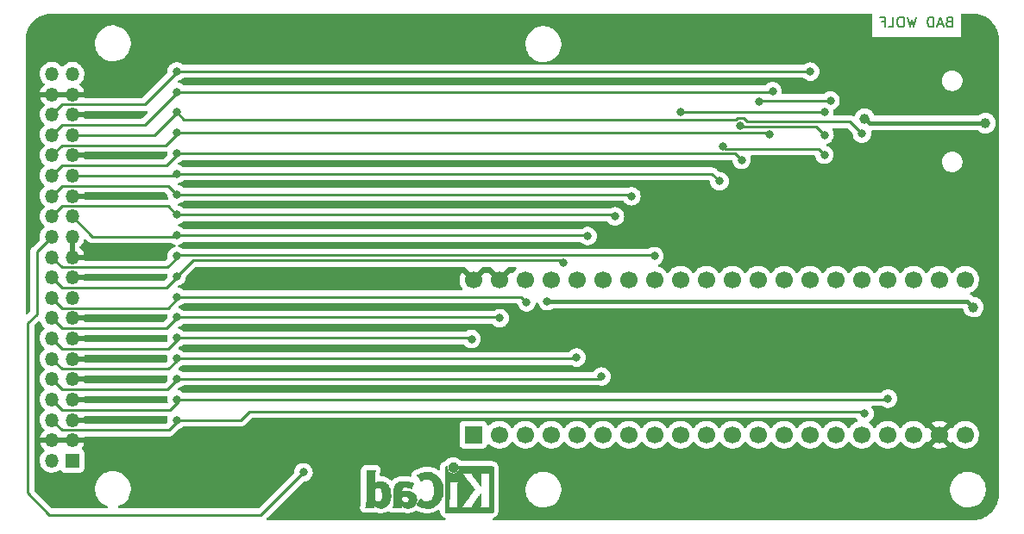
<source format=gbl>
G04 #@! TF.GenerationSoftware,KiCad,Pcbnew,(6.0.4)*
G04 #@! TF.CreationDate,2022-09-08T18:29:31-05:00*
G04 #@! TF.ProjectId,v2-PowerBook-BLUESCSI-dehij,76322d50-6f77-4657-9242-6f6f6b2d424c,rev?*
G04 #@! TF.SameCoordinates,Original*
G04 #@! TF.FileFunction,Copper,L2,Bot*
G04 #@! TF.FilePolarity,Positive*
%FSLAX46Y46*%
G04 Gerber Fmt 4.6, Leading zero omitted, Abs format (unit mm)*
G04 Created by KiCad (PCBNEW (6.0.4)) date 2022-09-08 18:29:31*
%MOMM*%
%LPD*%
G01*
G04 APERTURE LIST*
%ADD10C,0.150000*%
G04 #@! TA.AperFunction,NonConductor*
%ADD11C,0.150000*%
G04 #@! TD*
G04 #@! TA.AperFunction,EtchedComponent*
%ADD12C,0.010000*%
G04 #@! TD*
G04 #@! TA.AperFunction,ComponentPad*
%ADD13C,1.700000*%
G04 #@! TD*
G04 #@! TA.AperFunction,ComponentPad*
%ADD14R,1.700000X1.700000*%
G04 #@! TD*
G04 #@! TA.AperFunction,ComponentPad*
%ADD15R,1.350000X1.350000*%
G04 #@! TD*
G04 #@! TA.AperFunction,ComponentPad*
%ADD16O,1.350000X1.350000*%
G04 #@! TD*
G04 #@! TA.AperFunction,ViaPad*
%ADD17C,1.000000*%
G04 #@! TD*
G04 #@! TA.AperFunction,ViaPad*
%ADD18C,0.800000*%
G04 #@! TD*
G04 #@! TA.AperFunction,Conductor*
%ADD19C,0.250000*%
G04 #@! TD*
G04 #@! TA.AperFunction,Conductor*
%ADD20C,0.400000*%
G04 #@! TD*
G04 APERTURE END LIST*
D10*
D11*
X164776666Y-77508571D02*
X164633809Y-77556190D01*
X164586190Y-77603809D01*
X164538571Y-77699047D01*
X164538571Y-77841904D01*
X164586190Y-77937142D01*
X164633809Y-77984761D01*
X164729047Y-78032380D01*
X165110000Y-78032380D01*
X165110000Y-77032380D01*
X164776666Y-77032380D01*
X164681428Y-77080000D01*
X164633809Y-77127619D01*
X164586190Y-77222857D01*
X164586190Y-77318095D01*
X164633809Y-77413333D01*
X164681428Y-77460952D01*
X164776666Y-77508571D01*
X165110000Y-77508571D01*
X164157619Y-77746666D02*
X163681428Y-77746666D01*
X164252857Y-78032380D02*
X163919523Y-77032380D01*
X163586190Y-78032380D01*
X163252857Y-78032380D02*
X163252857Y-77032380D01*
X163014761Y-77032380D01*
X162871904Y-77080000D01*
X162776666Y-77175238D01*
X162729047Y-77270476D01*
X162681428Y-77460952D01*
X162681428Y-77603809D01*
X162729047Y-77794285D01*
X162776666Y-77889523D01*
X162871904Y-77984761D01*
X163014761Y-78032380D01*
X163252857Y-78032380D01*
X161586190Y-77032380D02*
X161348095Y-78032380D01*
X161157619Y-77318095D01*
X160967142Y-78032380D01*
X160729047Y-77032380D01*
X160157619Y-77032380D02*
X159967142Y-77032380D01*
X159871904Y-77080000D01*
X159776666Y-77175238D01*
X159729047Y-77365714D01*
X159729047Y-77699047D01*
X159776666Y-77889523D01*
X159871904Y-77984761D01*
X159967142Y-78032380D01*
X160157619Y-78032380D01*
X160252857Y-77984761D01*
X160348095Y-77889523D01*
X160395714Y-77699047D01*
X160395714Y-77365714D01*
X160348095Y-77175238D01*
X160252857Y-77080000D01*
X160157619Y-77032380D01*
X158824285Y-78032380D02*
X159300476Y-78032380D01*
X159300476Y-77032380D01*
X158157619Y-77508571D02*
X158490952Y-77508571D01*
X158490952Y-78032380D02*
X158490952Y-77032380D01*
X158014761Y-77032380D01*
G36*
X113768711Y-121782033D02*
G01*
X113864268Y-121799523D01*
X114028558Y-121844564D01*
X114182589Y-121907656D01*
X114328509Y-121989915D01*
X114468466Y-122092457D01*
X114604608Y-122216399D01*
X114648473Y-122261661D01*
X114760758Y-122393865D01*
X114853972Y-122531832D01*
X114930719Y-122679750D01*
X114993603Y-122841803D01*
X114997420Y-122853391D01*
X115047507Y-123039392D01*
X115080899Y-123235521D01*
X115097584Y-123437568D01*
X115097551Y-123641325D01*
X115080791Y-123842581D01*
X115047292Y-124037128D01*
X114997044Y-124220756D01*
X114953190Y-124338053D01*
X114875348Y-124500951D01*
X114781828Y-124654866D01*
X114674822Y-124796671D01*
X114556519Y-124923239D01*
X114429111Y-125031441D01*
X114351606Y-125084120D01*
X114224725Y-125153750D01*
X114087243Y-125212468D01*
X113945716Y-125257587D01*
X113806702Y-125286422D01*
X113792597Y-125288106D01*
X113749153Y-125291434D01*
X113691723Y-125294275D01*
X113626122Y-125296373D01*
X113558167Y-125297468D01*
X113431378Y-125295140D01*
X113283673Y-125282136D01*
X113145779Y-125257133D01*
X113012014Y-125219318D01*
X112988562Y-125210889D01*
X112940612Y-125191408D01*
X112884140Y-125166473D01*
X112822379Y-125137722D01*
X112758563Y-125106790D01*
X112695926Y-125075315D01*
X112637703Y-125044934D01*
X112587127Y-125017283D01*
X112547433Y-124993999D01*
X112521854Y-124976718D01*
X112513625Y-124967079D01*
X112515076Y-124963984D01*
X112526250Y-124944079D01*
X112547134Y-124908420D01*
X112576265Y-124859459D01*
X112612181Y-124799646D01*
X112653420Y-124731433D01*
X112698517Y-124657271D01*
X112879785Y-124360008D01*
X112926315Y-124404539D01*
X113017723Y-124482865D01*
X113131334Y-124557439D01*
X113249122Y-124611474D01*
X113369559Y-124644290D01*
X113491117Y-124655211D01*
X113532585Y-124653868D01*
X113650080Y-124635612D01*
X113760089Y-124596617D01*
X113861430Y-124537670D01*
X113952921Y-124459557D01*
X114033380Y-124363064D01*
X114101627Y-124248978D01*
X114117908Y-124214724D01*
X114163982Y-124091240D01*
X114199106Y-123952918D01*
X114223197Y-123803561D01*
X114236173Y-123646973D01*
X114237949Y-123486956D01*
X114228443Y-123327314D01*
X114207572Y-123171850D01*
X114175252Y-123024366D01*
X114131399Y-122888667D01*
X114093982Y-122802076D01*
X114029185Y-122688688D01*
X113953772Y-122595070D01*
X113867418Y-122520959D01*
X113769795Y-122466094D01*
X113660577Y-122430212D01*
X113539439Y-122413051D01*
X113470038Y-122411880D01*
X113347168Y-122426141D01*
X113231664Y-122461241D01*
X113124953Y-122516682D01*
X113028464Y-122591964D01*
X113012720Y-122606440D01*
X112982150Y-122632962D01*
X112959809Y-122650138D01*
X112949691Y-122654787D01*
X112947706Y-122652597D01*
X112933241Y-122633721D01*
X112909400Y-122600397D01*
X112878029Y-122555380D01*
X112840974Y-122501425D01*
X112800083Y-122441285D01*
X112757202Y-122377718D01*
X112714178Y-122313476D01*
X112672857Y-122251315D01*
X112635086Y-122193991D01*
X112602712Y-122144257D01*
X112577582Y-122104868D01*
X112561542Y-122078580D01*
X112556439Y-122068147D01*
X112561050Y-122063941D01*
X112580267Y-122058933D01*
X112589838Y-122056386D01*
X112617809Y-122045249D01*
X112659448Y-122026802D01*
X112710995Y-122002725D01*
X112768690Y-121974699D01*
X112779957Y-121969154D01*
X112957687Y-121889889D01*
X113127490Y-121830385D01*
X113291430Y-121790245D01*
X113451571Y-121769071D01*
X113609977Y-121766466D01*
X113768711Y-121782033D01*
G37*
D12*
X113768711Y-121782033D02*
X113864268Y-121799523D01*
X114028558Y-121844564D01*
X114182589Y-121907656D01*
X114328509Y-121989915D01*
X114468466Y-122092457D01*
X114604608Y-122216399D01*
X114648473Y-122261661D01*
X114760758Y-122393865D01*
X114853972Y-122531832D01*
X114930719Y-122679750D01*
X114993603Y-122841803D01*
X114997420Y-122853391D01*
X115047507Y-123039392D01*
X115080899Y-123235521D01*
X115097584Y-123437568D01*
X115097551Y-123641325D01*
X115080791Y-123842581D01*
X115047292Y-124037128D01*
X114997044Y-124220756D01*
X114953190Y-124338053D01*
X114875348Y-124500951D01*
X114781828Y-124654866D01*
X114674822Y-124796671D01*
X114556519Y-124923239D01*
X114429111Y-125031441D01*
X114351606Y-125084120D01*
X114224725Y-125153750D01*
X114087243Y-125212468D01*
X113945716Y-125257587D01*
X113806702Y-125286422D01*
X113792597Y-125288106D01*
X113749153Y-125291434D01*
X113691723Y-125294275D01*
X113626122Y-125296373D01*
X113558167Y-125297468D01*
X113431378Y-125295140D01*
X113283673Y-125282136D01*
X113145779Y-125257133D01*
X113012014Y-125219318D01*
X112988562Y-125210889D01*
X112940612Y-125191408D01*
X112884140Y-125166473D01*
X112822379Y-125137722D01*
X112758563Y-125106790D01*
X112695926Y-125075315D01*
X112637703Y-125044934D01*
X112587127Y-125017283D01*
X112547433Y-124993999D01*
X112521854Y-124976718D01*
X112513625Y-124967079D01*
X112515076Y-124963984D01*
X112526250Y-124944079D01*
X112547134Y-124908420D01*
X112576265Y-124859459D01*
X112612181Y-124799646D01*
X112653420Y-124731433D01*
X112698517Y-124657271D01*
X112879785Y-124360008D01*
X112926315Y-124404539D01*
X113017723Y-124482865D01*
X113131334Y-124557439D01*
X113249122Y-124611474D01*
X113369559Y-124644290D01*
X113491117Y-124655211D01*
X113532585Y-124653868D01*
X113650080Y-124635612D01*
X113760089Y-124596617D01*
X113861430Y-124537670D01*
X113952921Y-124459557D01*
X114033380Y-124363064D01*
X114101627Y-124248978D01*
X114117908Y-124214724D01*
X114163982Y-124091240D01*
X114199106Y-123952918D01*
X114223197Y-123803561D01*
X114236173Y-123646973D01*
X114237949Y-123486956D01*
X114228443Y-123327314D01*
X114207572Y-123171850D01*
X114175252Y-123024366D01*
X114131399Y-122888667D01*
X114093982Y-122802076D01*
X114029185Y-122688688D01*
X113953772Y-122595070D01*
X113867418Y-122520959D01*
X113769795Y-122466094D01*
X113660577Y-122430212D01*
X113539439Y-122413051D01*
X113470038Y-122411880D01*
X113347168Y-122426141D01*
X113231664Y-122461241D01*
X113124953Y-122516682D01*
X113028464Y-122591964D01*
X113012720Y-122606440D01*
X112982150Y-122632962D01*
X112959809Y-122650138D01*
X112949691Y-122654787D01*
X112947706Y-122652597D01*
X112933241Y-122633721D01*
X112909400Y-122600397D01*
X112878029Y-122555380D01*
X112840974Y-122501425D01*
X112800083Y-122441285D01*
X112757202Y-122377718D01*
X112714178Y-122313476D01*
X112672857Y-122251315D01*
X112635086Y-122193991D01*
X112602712Y-122144257D01*
X112577582Y-122104868D01*
X112561542Y-122078580D01*
X112556439Y-122068147D01*
X112561050Y-122063941D01*
X112580267Y-122058933D01*
X112589838Y-122056386D01*
X112617809Y-122045249D01*
X112659448Y-122026802D01*
X112710995Y-122002725D01*
X112768690Y-121974699D01*
X112779957Y-121969154D01*
X112957687Y-121889889D01*
X113127490Y-121830385D01*
X113291430Y-121790245D01*
X113451571Y-121769071D01*
X113609977Y-121766466D01*
X113768711Y-121782033D01*
G36*
X112507261Y-124497363D02*
G01*
X112503632Y-124572202D01*
X112496022Y-124634401D01*
X112483688Y-124690984D01*
X112439313Y-124817076D01*
X112376400Y-124931679D01*
X112296238Y-125032568D01*
X112199740Y-125118924D01*
X112087822Y-125189932D01*
X111961397Y-125244776D01*
X111821378Y-125282638D01*
X111785149Y-125288351D01*
X111706155Y-125294313D01*
X111617841Y-125294646D01*
X111528075Y-125289659D01*
X111444722Y-125279666D01*
X111375651Y-125264978D01*
X111289187Y-125234749D01*
X111179286Y-125180057D01*
X111081956Y-125112543D01*
X111019867Y-125061556D01*
X111016605Y-125157622D01*
X111013343Y-125253689D01*
X110590450Y-125253689D01*
X110579543Y-125253686D01*
X110485056Y-125253380D01*
X110398331Y-125252616D01*
X110321837Y-125251451D01*
X110258043Y-125249942D01*
X110209418Y-125248147D01*
X110178433Y-125246121D01*
X110167556Y-125243922D01*
X110167578Y-125243463D01*
X110174614Y-125227910D01*
X110190434Y-125205071D01*
X110194734Y-125199638D01*
X110205777Y-125185606D01*
X110215311Y-125172186D01*
X110223461Y-125157722D01*
X110230352Y-125140556D01*
X110236111Y-125119034D01*
X110240862Y-125091498D01*
X110244731Y-125056292D01*
X110247844Y-125011760D01*
X110250325Y-124956246D01*
X110252300Y-124888093D01*
X110253894Y-124805645D01*
X110255234Y-124707246D01*
X110256444Y-124591239D01*
X110256896Y-124540462D01*
X111059378Y-124540462D01*
X111104048Y-124596973D01*
X111116785Y-124612212D01*
X111163604Y-124654844D01*
X111224255Y-124690672D01*
X111234897Y-124695850D01*
X111273676Y-124712745D01*
X111308692Y-124722909D01*
X111348722Y-124728325D01*
X111402541Y-124730978D01*
X111420648Y-124731383D01*
X111496011Y-124728540D01*
X111556743Y-124716620D01*
X111608452Y-124694037D01*
X111656746Y-124659211D01*
X111661803Y-124654798D01*
X111710272Y-124599160D01*
X111738459Y-124535333D01*
X111747752Y-124460282D01*
X111740520Y-124388693D01*
X111715796Y-124325645D01*
X111671249Y-124267758D01*
X111616319Y-124220808D01*
X111543894Y-124180961D01*
X111457340Y-124153263D01*
X111354670Y-124137096D01*
X111233894Y-124131842D01*
X111225007Y-124131857D01*
X111169660Y-124132655D01*
X111122736Y-124134488D01*
X111088953Y-124137111D01*
X111073028Y-124140274D01*
X111068943Y-124146741D01*
X111064572Y-124168875D01*
X111061604Y-124207988D01*
X111059914Y-124265939D01*
X111059378Y-124344586D01*
X111059378Y-124540462D01*
X110256896Y-124540462D01*
X110257649Y-124455968D01*
X110258975Y-124299778D01*
X110260228Y-124157012D01*
X110261651Y-124011942D01*
X110263176Y-123886027D01*
X110264933Y-123777436D01*
X110267051Y-123684334D01*
X110269660Y-123604891D01*
X110272890Y-123537273D01*
X110276869Y-123479649D01*
X110281728Y-123430185D01*
X110287597Y-123387050D01*
X110294604Y-123348410D01*
X110302880Y-123312434D01*
X110312554Y-123277289D01*
X110323756Y-123241142D01*
X110336616Y-123202161D01*
X110352090Y-123159091D01*
X110394994Y-123066871D01*
X110448735Y-122987099D01*
X110517576Y-122912965D01*
X110595185Y-122849405D01*
X110699761Y-122787725D01*
X110819244Y-122740202D01*
X110954508Y-122706567D01*
X111106426Y-122686552D01*
X111275872Y-122679889D01*
X111333890Y-122680287D01*
X111399398Y-122682335D01*
X111460693Y-122686704D01*
X111522097Y-122694035D01*
X111587932Y-122704969D01*
X111662520Y-122720147D01*
X111750184Y-122740209D01*
X111855245Y-122765797D01*
X111883806Y-122772820D01*
X111959054Y-122790776D01*
X112029388Y-122806820D01*
X112090567Y-122820028D01*
X112138354Y-122829474D01*
X112168511Y-122834231D01*
X112196783Y-122837910D01*
X112223060Y-122843187D01*
X112233059Y-122847942D01*
X112229952Y-122856781D01*
X112219194Y-122884072D01*
X112201864Y-122926906D01*
X112179126Y-122982425D01*
X112152147Y-123047772D01*
X112122090Y-123120089D01*
X112115493Y-123135879D01*
X112076907Y-123226484D01*
X112045768Y-123296217D01*
X112021917Y-123345405D01*
X112005198Y-123374374D01*
X111995454Y-123383452D01*
X111987766Y-123381405D01*
X111961415Y-123371760D01*
X111922982Y-123356190D01*
X111877822Y-123336815D01*
X111783293Y-123298814D01*
X111646480Y-123257780D01*
X111505289Y-123232612D01*
X111467314Y-123228611D01*
X111364059Y-123226447D01*
X111276952Y-123239622D01*
X111205129Y-123268756D01*
X111147731Y-123314466D01*
X111103896Y-123377372D01*
X111072762Y-123458092D01*
X111053470Y-123557245D01*
X111046050Y-123616224D01*
X111207936Y-123609445D01*
X111334495Y-123607813D01*
X111485951Y-123614194D01*
X111634396Y-123628777D01*
X111770578Y-123650882D01*
X111835245Y-123665821D01*
X111967490Y-123708741D01*
X112089762Y-123765340D01*
X112199685Y-123834017D01*
X112294883Y-123913170D01*
X112372980Y-124001196D01*
X112431599Y-124096493D01*
X112455595Y-124148864D01*
X112481232Y-124219590D01*
X112497478Y-124290812D01*
X112505822Y-124369712D01*
X112507690Y-124460282D01*
X112507755Y-124463467D01*
X112507261Y-124497363D01*
G37*
X112507261Y-124497363D02*
X112503632Y-124572202D01*
X112496022Y-124634401D01*
X112483688Y-124690984D01*
X112439313Y-124817076D01*
X112376400Y-124931679D01*
X112296238Y-125032568D01*
X112199740Y-125118924D01*
X112087822Y-125189932D01*
X111961397Y-125244776D01*
X111821378Y-125282638D01*
X111785149Y-125288351D01*
X111706155Y-125294313D01*
X111617841Y-125294646D01*
X111528075Y-125289659D01*
X111444722Y-125279666D01*
X111375651Y-125264978D01*
X111289187Y-125234749D01*
X111179286Y-125180057D01*
X111081956Y-125112543D01*
X111019867Y-125061556D01*
X111016605Y-125157622D01*
X111013343Y-125253689D01*
X110590450Y-125253689D01*
X110579543Y-125253686D01*
X110485056Y-125253380D01*
X110398331Y-125252616D01*
X110321837Y-125251451D01*
X110258043Y-125249942D01*
X110209418Y-125248147D01*
X110178433Y-125246121D01*
X110167556Y-125243922D01*
X110167578Y-125243463D01*
X110174614Y-125227910D01*
X110190434Y-125205071D01*
X110194734Y-125199638D01*
X110205777Y-125185606D01*
X110215311Y-125172186D01*
X110223461Y-125157722D01*
X110230352Y-125140556D01*
X110236111Y-125119034D01*
X110240862Y-125091498D01*
X110244731Y-125056292D01*
X110247844Y-125011760D01*
X110250325Y-124956246D01*
X110252300Y-124888093D01*
X110253894Y-124805645D01*
X110255234Y-124707246D01*
X110256444Y-124591239D01*
X110256896Y-124540462D01*
X111059378Y-124540462D01*
X111104048Y-124596973D01*
X111116785Y-124612212D01*
X111163604Y-124654844D01*
X111224255Y-124690672D01*
X111234897Y-124695850D01*
X111273676Y-124712745D01*
X111308692Y-124722909D01*
X111348722Y-124728325D01*
X111402541Y-124730978D01*
X111420648Y-124731383D01*
X111496011Y-124728540D01*
X111556743Y-124716620D01*
X111608452Y-124694037D01*
X111656746Y-124659211D01*
X111661803Y-124654798D01*
X111710272Y-124599160D01*
X111738459Y-124535333D01*
X111747752Y-124460282D01*
X111740520Y-124388693D01*
X111715796Y-124325645D01*
X111671249Y-124267758D01*
X111616319Y-124220808D01*
X111543894Y-124180961D01*
X111457340Y-124153263D01*
X111354670Y-124137096D01*
X111233894Y-124131842D01*
X111225007Y-124131857D01*
X111169660Y-124132655D01*
X111122736Y-124134488D01*
X111088953Y-124137111D01*
X111073028Y-124140274D01*
X111068943Y-124146741D01*
X111064572Y-124168875D01*
X111061604Y-124207988D01*
X111059914Y-124265939D01*
X111059378Y-124344586D01*
X111059378Y-124540462D01*
X110256896Y-124540462D01*
X110257649Y-124455968D01*
X110258975Y-124299778D01*
X110260228Y-124157012D01*
X110261651Y-124011942D01*
X110263176Y-123886027D01*
X110264933Y-123777436D01*
X110267051Y-123684334D01*
X110269660Y-123604891D01*
X110272890Y-123537273D01*
X110276869Y-123479649D01*
X110281728Y-123430185D01*
X110287597Y-123387050D01*
X110294604Y-123348410D01*
X110302880Y-123312434D01*
X110312554Y-123277289D01*
X110323756Y-123241142D01*
X110336616Y-123202161D01*
X110352090Y-123159091D01*
X110394994Y-123066871D01*
X110448735Y-122987099D01*
X110517576Y-122912965D01*
X110595185Y-122849405D01*
X110699761Y-122787725D01*
X110819244Y-122740202D01*
X110954508Y-122706567D01*
X111106426Y-122686552D01*
X111275872Y-122679889D01*
X111333890Y-122680287D01*
X111399398Y-122682335D01*
X111460693Y-122686704D01*
X111522097Y-122694035D01*
X111587932Y-122704969D01*
X111662520Y-122720147D01*
X111750184Y-122740209D01*
X111855245Y-122765797D01*
X111883806Y-122772820D01*
X111959054Y-122790776D01*
X112029388Y-122806820D01*
X112090567Y-122820028D01*
X112138354Y-122829474D01*
X112168511Y-122834231D01*
X112196783Y-122837910D01*
X112223060Y-122843187D01*
X112233059Y-122847942D01*
X112229952Y-122856781D01*
X112219194Y-122884072D01*
X112201864Y-122926906D01*
X112179126Y-122982425D01*
X112152147Y-123047772D01*
X112122090Y-123120089D01*
X112115493Y-123135879D01*
X112076907Y-123226484D01*
X112045768Y-123296217D01*
X112021917Y-123345405D01*
X112005198Y-123374374D01*
X111995454Y-123383452D01*
X111987766Y-123381405D01*
X111961415Y-123371760D01*
X111922982Y-123356190D01*
X111877822Y-123336815D01*
X111783293Y-123298814D01*
X111646480Y-123257780D01*
X111505289Y-123232612D01*
X111467314Y-123228611D01*
X111364059Y-123226447D01*
X111276952Y-123239622D01*
X111205129Y-123268756D01*
X111147731Y-123314466D01*
X111103896Y-123377372D01*
X111072762Y-123458092D01*
X111053470Y-123557245D01*
X111046050Y-123616224D01*
X111207936Y-123609445D01*
X111334495Y-123607813D01*
X111485951Y-123614194D01*
X111634396Y-123628777D01*
X111770578Y-123650882D01*
X111835245Y-123665821D01*
X111967490Y-123708741D01*
X112089762Y-123765340D01*
X112199685Y-123834017D01*
X112294883Y-123913170D01*
X112372980Y-124001196D01*
X112431599Y-124096493D01*
X112455595Y-124148864D01*
X112481232Y-124219590D01*
X112497478Y-124290812D01*
X112505822Y-124369712D01*
X112507690Y-124460282D01*
X112507755Y-124463467D01*
X112507261Y-124497363D01*
G36*
X116234562Y-120852850D02*
G01*
X116317313Y-120880053D01*
X116392406Y-120925484D01*
X116464298Y-120991302D01*
X116502846Y-121035567D01*
X116542256Y-121093961D01*
X116567446Y-121154586D01*
X116580861Y-121223865D01*
X116584948Y-121308222D01*
X116584669Y-121354307D01*
X116582460Y-121395450D01*
X116576894Y-121427582D01*
X116566586Y-121458122D01*
X116550148Y-121494489D01*
X116536200Y-121521728D01*
X116477665Y-121607429D01*
X116405619Y-121676617D01*
X116321947Y-121727741D01*
X116228531Y-121759250D01*
X116195434Y-121766225D01*
X116154960Y-121773094D01*
X116121999Y-121774919D01*
X116087698Y-121771947D01*
X116043200Y-121764426D01*
X115991934Y-121752002D01*
X115901434Y-121714112D01*
X115822345Y-121659836D01*
X115756528Y-121591770D01*
X115705840Y-121512511D01*
X115672140Y-121424654D01*
X115657286Y-121330795D01*
X115663136Y-121233530D01*
X115689399Y-121137220D01*
X115734418Y-121048494D01*
X115795373Y-120973419D01*
X115870184Y-120913641D01*
X115956768Y-120870809D01*
X116053043Y-120846571D01*
X116156928Y-120842576D01*
X116234562Y-120852850D01*
G37*
X116234562Y-120852850D02*
X116317313Y-120880053D01*
X116392406Y-120925484D01*
X116464298Y-120991302D01*
X116502846Y-121035567D01*
X116542256Y-121093961D01*
X116567446Y-121154586D01*
X116580861Y-121223865D01*
X116584948Y-121308222D01*
X116584669Y-121354307D01*
X116582460Y-121395450D01*
X116576894Y-121427582D01*
X116566586Y-121458122D01*
X116550148Y-121494489D01*
X116536200Y-121521728D01*
X116477665Y-121607429D01*
X116405619Y-121676617D01*
X116321947Y-121727741D01*
X116228531Y-121759250D01*
X116195434Y-121766225D01*
X116154960Y-121773094D01*
X116121999Y-121774919D01*
X116087698Y-121771947D01*
X116043200Y-121764426D01*
X115991934Y-121752002D01*
X115901434Y-121714112D01*
X115822345Y-121659836D01*
X115756528Y-121591770D01*
X115705840Y-121512511D01*
X115672140Y-121424654D01*
X115657286Y-121330795D01*
X115663136Y-121233530D01*
X115689399Y-121137220D01*
X115734418Y-121048494D01*
X115795373Y-120973419D01*
X115870184Y-120913641D01*
X115956768Y-120870809D01*
X116053043Y-120846571D01*
X116156928Y-120842576D01*
X116234562Y-120852850D01*
G36*
X120056059Y-122063011D02*
G01*
X120056362Y-122210216D01*
X120056548Y-122374349D01*
X120056642Y-122556352D01*
X120056671Y-122757165D01*
X120056661Y-122977732D01*
X120056636Y-123218992D01*
X120056622Y-123481889D01*
X120056622Y-123524040D01*
X120056646Y-123784668D01*
X120056685Y-124023796D01*
X120056708Y-124242360D01*
X120056687Y-124441295D01*
X120056593Y-124621535D01*
X120056395Y-124784015D01*
X120056063Y-124929670D01*
X120055569Y-125059434D01*
X120054883Y-125174243D01*
X120053976Y-125275030D01*
X120052817Y-125362730D01*
X120051378Y-125438279D01*
X120049629Y-125502611D01*
X120047540Y-125556661D01*
X120045083Y-125601363D01*
X120042227Y-125637652D01*
X120038943Y-125666463D01*
X120035202Y-125688731D01*
X120030974Y-125705390D01*
X120026229Y-125717375D01*
X120020939Y-125725621D01*
X120015073Y-125731062D01*
X120008602Y-125734634D01*
X120001497Y-125737270D01*
X119993728Y-125739906D01*
X119985266Y-125743477D01*
X119980908Y-125745145D01*
X119972395Y-125747111D01*
X119959694Y-125748911D01*
X119941885Y-125750555D01*
X119918049Y-125752047D01*
X119887266Y-125753397D01*
X119848617Y-125754611D01*
X119801182Y-125755697D01*
X119744043Y-125756661D01*
X119676279Y-125757511D01*
X119596971Y-125758253D01*
X119505199Y-125758897D01*
X119400044Y-125759447D01*
X119280587Y-125759913D01*
X119145908Y-125760300D01*
X118995088Y-125760616D01*
X118827206Y-125760869D01*
X118641345Y-125761066D01*
X118436583Y-125761213D01*
X118212002Y-125761318D01*
X117966682Y-125761389D01*
X117699704Y-125761432D01*
X117661321Y-125761437D01*
X117395922Y-125761480D01*
X117152050Y-125761525D01*
X116928783Y-125761548D01*
X116725196Y-125761524D01*
X116540367Y-125761430D01*
X116373373Y-125761243D01*
X116223290Y-125760939D01*
X116089196Y-125760494D01*
X115970166Y-125759885D01*
X115865279Y-125759089D01*
X115773610Y-125758080D01*
X115694237Y-125756837D01*
X115626237Y-125755335D01*
X115568686Y-125753551D01*
X115520662Y-125751461D01*
X115481240Y-125749042D01*
X115449499Y-125746270D01*
X115424514Y-125743121D01*
X115405364Y-125739572D01*
X115391123Y-125735598D01*
X115380871Y-125731178D01*
X115373682Y-125726286D01*
X115368635Y-125720900D01*
X115364805Y-125714996D01*
X115361271Y-125708549D01*
X115357108Y-125701537D01*
X115356025Y-125699687D01*
X115353813Y-125694180D01*
X115351786Y-125685868D01*
X115349938Y-125673809D01*
X115348261Y-125657063D01*
X115346745Y-125634687D01*
X115345383Y-125605740D01*
X115344167Y-125569280D01*
X115343089Y-125524367D01*
X115342140Y-125470057D01*
X115341312Y-125405410D01*
X115340597Y-125329484D01*
X115339987Y-125241338D01*
X115339942Y-125232493D01*
X115631378Y-125232493D01*
X115635260Y-125233765D01*
X115658520Y-125235791D01*
X115700874Y-125237626D01*
X115760132Y-125239227D01*
X115834107Y-125240549D01*
X115920610Y-125241548D01*
X116017452Y-125242180D01*
X116122445Y-125242400D01*
X116820651Y-125242400D01*
X117975090Y-125242400D01*
X117974456Y-125166200D01*
X117975574Y-125124160D01*
X117981304Y-125088334D01*
X117993890Y-125050772D01*
X118015568Y-125002577D01*
X118018789Y-124995897D01*
X118044188Y-124946359D01*
X118070996Y-124898369D01*
X118093917Y-124861466D01*
X118098485Y-124854834D01*
X118120516Y-124823593D01*
X118152693Y-124778654D01*
X118193457Y-124722147D01*
X118241245Y-124656204D01*
X118294498Y-124582957D01*
X118351655Y-124504536D01*
X118411155Y-124423072D01*
X118471437Y-124340698D01*
X118530940Y-124259544D01*
X118588105Y-124181742D01*
X118641370Y-124109423D01*
X118689174Y-124044718D01*
X118729957Y-123989759D01*
X118762158Y-123946676D01*
X118784216Y-123917602D01*
X118794571Y-123904667D01*
X118799044Y-123900351D01*
X118803236Y-123898312D01*
X118806643Y-123900926D01*
X118809325Y-123909986D01*
X118811341Y-123927285D01*
X118812748Y-123954614D01*
X118813605Y-123993765D01*
X118813970Y-124046533D01*
X118813903Y-124114707D01*
X118813460Y-124200082D01*
X118812702Y-124304449D01*
X118811685Y-124429600D01*
X118811308Y-124474300D01*
X118810169Y-124595395D01*
X118808972Y-124696688D01*
X118807636Y-124780262D01*
X118806077Y-124848204D01*
X118804215Y-124902599D01*
X118801966Y-124945532D01*
X118799248Y-124979089D01*
X118795979Y-125005355D01*
X118792078Y-125026416D01*
X118787461Y-125044357D01*
X118779192Y-125070770D01*
X118755583Y-125132772D01*
X118729685Y-125185573D01*
X118704535Y-125222645D01*
X118703339Y-125224075D01*
X118701168Y-125228424D01*
X118703328Y-125232026D01*
X118711644Y-125234951D01*
X118727940Y-125237269D01*
X118754041Y-125239051D01*
X118791771Y-125240367D01*
X118842956Y-125241286D01*
X118909420Y-125241878D01*
X118992987Y-125242215D01*
X119095483Y-125242365D01*
X119218732Y-125242400D01*
X119750296Y-125242400D01*
X119711523Y-125184783D01*
X119705432Y-125175893D01*
X119694976Y-125161069D01*
X119685579Y-125147422D01*
X119677183Y-125133765D01*
X119669733Y-125118911D01*
X119663173Y-125101670D01*
X119657446Y-125080855D01*
X119652495Y-125055280D01*
X119648266Y-125023755D01*
X119644701Y-124985093D01*
X119641744Y-124938107D01*
X119639340Y-124881608D01*
X119637431Y-124814409D01*
X119635962Y-124735322D01*
X119634876Y-124643160D01*
X119634118Y-124536734D01*
X119633630Y-124414857D01*
X119633358Y-124276341D01*
X119633243Y-124119999D01*
X119633231Y-123944642D01*
X119633265Y-123749082D01*
X119633289Y-123532133D01*
X119633280Y-123409513D01*
X119633243Y-123204447D01*
X119633227Y-123020116D01*
X119633288Y-122855334D01*
X119633484Y-122708916D01*
X119633870Y-122579674D01*
X119634505Y-122466422D01*
X119635444Y-122367975D01*
X119636745Y-122283144D01*
X119638464Y-122210744D01*
X119640659Y-122149589D01*
X119643385Y-122098492D01*
X119646701Y-122056267D01*
X119650662Y-122021727D01*
X119655325Y-121993686D01*
X119660747Y-121970958D01*
X119666986Y-121952356D01*
X119674097Y-121936693D01*
X119682138Y-121922784D01*
X119691166Y-121909441D01*
X119701236Y-121895479D01*
X119712407Y-121879711D01*
X119752197Y-121821867D01*
X118692314Y-121821867D01*
X118730311Y-121884966D01*
X118744993Y-121910005D01*
X118759531Y-121937586D01*
X118771627Y-121965700D01*
X118781532Y-121996551D01*
X118789494Y-122032344D01*
X118795761Y-122075283D01*
X118800582Y-122127574D01*
X118804206Y-122191419D01*
X118806881Y-122269025D01*
X118808857Y-122362594D01*
X118810382Y-122474333D01*
X118811704Y-122606445D01*
X118812613Y-122726434D01*
X118813020Y-122843063D01*
X118812767Y-122938531D01*
X118811857Y-123012556D01*
X118810293Y-123064855D01*
X118808079Y-123095149D01*
X118805220Y-123103156D01*
X118802161Y-123099858D01*
X118784006Y-123078408D01*
X118754275Y-123041889D01*
X118714639Y-122992442D01*
X118666771Y-122932207D01*
X118612343Y-122863327D01*
X118553027Y-122787943D01*
X118490495Y-122708196D01*
X118426421Y-122626228D01*
X118362475Y-122544180D01*
X118300331Y-122464194D01*
X118241661Y-122388411D01*
X118188137Y-122318973D01*
X118141430Y-122258021D01*
X118103214Y-122207696D01*
X118075161Y-122170140D01*
X118058943Y-122147495D01*
X118013635Y-122075212D01*
X117973661Y-121995463D01*
X117952130Y-121927188D01*
X117948827Y-121869844D01*
X117954116Y-121821867D01*
X116822356Y-121822117D01*
X116861867Y-121852722D01*
X116871248Y-121860089D01*
X116934183Y-121914438D01*
X117002997Y-121982259D01*
X117079596Y-122065516D01*
X117165888Y-122166178D01*
X117183052Y-122186847D01*
X117223833Y-122236409D01*
X117273588Y-122297326D01*
X117330955Y-122367898D01*
X117394569Y-122446424D01*
X117463069Y-122531204D01*
X117535090Y-122620537D01*
X117609270Y-122712722D01*
X117624517Y-122731702D01*
X117684246Y-122806060D01*
X117758653Y-122898848D01*
X117831131Y-122989388D01*
X117900314Y-123075978D01*
X117964841Y-123156918D01*
X118023347Y-123230506D01*
X118074470Y-123295044D01*
X118116847Y-123348829D01*
X118149115Y-123390162D01*
X118169910Y-123417342D01*
X118177869Y-123428668D01*
X118176111Y-123432771D01*
X118163230Y-123453334D01*
X118138885Y-123489561D01*
X118104247Y-123539824D01*
X118060486Y-123602492D01*
X118008775Y-123675936D01*
X117950284Y-123758527D01*
X117886184Y-123848636D01*
X117817646Y-123944631D01*
X117745843Y-124044885D01*
X117671944Y-124147768D01*
X117597121Y-124251650D01*
X117522545Y-124354901D01*
X117449387Y-124455892D01*
X117378819Y-124552994D01*
X117312011Y-124644577D01*
X117250135Y-124729011D01*
X117194361Y-124804667D01*
X117145862Y-124869916D01*
X117105807Y-124923128D01*
X117075369Y-124962673D01*
X117054944Y-124988026D01*
X117008899Y-125042295D01*
X116958612Y-125098775D01*
X116911815Y-125148669D01*
X116820651Y-125242400D01*
X116122445Y-125242400D01*
X116191356Y-125242349D01*
X116289607Y-125242091D01*
X116379030Y-125241637D01*
X116457333Y-125241010D01*
X116522223Y-125240235D01*
X116571411Y-125239335D01*
X116602604Y-125238334D01*
X116613511Y-125237257D01*
X116612322Y-125234037D01*
X116602176Y-125216452D01*
X116585040Y-125190158D01*
X116576540Y-125177691D01*
X116567329Y-125163622D01*
X116559233Y-125149351D01*
X116552185Y-125133479D01*
X116546117Y-125114609D01*
X116540961Y-125091341D01*
X116536651Y-125062278D01*
X116533119Y-125026021D01*
X116530297Y-124981170D01*
X116528118Y-124926328D01*
X116526514Y-124860097D01*
X116525419Y-124781077D01*
X116524765Y-124687871D01*
X116524484Y-124579079D01*
X116524509Y-124453303D01*
X116524772Y-124309145D01*
X116525206Y-124145207D01*
X116525745Y-123960089D01*
X116526279Y-123781232D01*
X116526805Y-123622374D01*
X116527350Y-123483316D01*
X116527945Y-123362665D01*
X116528619Y-123259028D01*
X116529403Y-123171011D01*
X116530326Y-123097223D01*
X116531419Y-123036269D01*
X116532712Y-122986757D01*
X116534235Y-122947293D01*
X116536019Y-122916484D01*
X116538092Y-122892938D01*
X116540486Y-122875260D01*
X116543230Y-122862059D01*
X116546356Y-122851940D01*
X116549892Y-122843511D01*
X116553791Y-122835375D01*
X116573438Y-122798544D01*
X116592225Y-122768391D01*
X116593272Y-122766908D01*
X116607602Y-122744659D01*
X116613511Y-122731702D01*
X116612504Y-122731249D01*
X116595305Y-122729803D01*
X116558656Y-122728480D01*
X116504962Y-122727316D01*
X116436630Y-122726347D01*
X116356064Y-122725611D01*
X116265670Y-122725142D01*
X116167853Y-122724978D01*
X115722195Y-122724978D01*
X115719120Y-123901845D01*
X115716045Y-125078711D01*
X115689407Y-125137622D01*
X115677485Y-125162183D01*
X115660246Y-125192434D01*
X115647074Y-125209560D01*
X115639076Y-125217591D01*
X115631378Y-125232493D01*
X115339942Y-125232493D01*
X115339474Y-125140029D01*
X115339050Y-125024617D01*
X115338706Y-124894160D01*
X115338434Y-124747716D01*
X115338227Y-124584344D01*
X115338076Y-124403101D01*
X115337972Y-124203048D01*
X115337908Y-123983241D01*
X115337876Y-123742739D01*
X115337867Y-123480602D01*
X115337867Y-121289031D01*
X115376249Y-121250649D01*
X115403355Y-121226911D01*
X115430253Y-121215111D01*
X115466560Y-121212267D01*
X115518489Y-121212267D01*
X115518489Y-121300206D01*
X115520427Y-121350102D01*
X115539199Y-121460523D01*
X115576217Y-121561987D01*
X115629369Y-121653152D01*
X115696546Y-121732673D01*
X115775638Y-121799205D01*
X115864534Y-121851406D01*
X115961125Y-121887930D01*
X116063300Y-121907434D01*
X116168950Y-121908573D01*
X116275964Y-121890005D01*
X116382232Y-121850384D01*
X116479219Y-121792516D01*
X116564293Y-121717684D01*
X116633015Y-121629615D01*
X116683918Y-121530616D01*
X116715535Y-121422993D01*
X116726400Y-121309054D01*
X116726400Y-121212267D01*
X118346753Y-121212267D01*
X118557897Y-121212280D01*
X118762020Y-121212330D01*
X118945686Y-121212430D01*
X119109991Y-121212592D01*
X119256029Y-121212829D01*
X119384894Y-121213153D01*
X119497683Y-121213575D01*
X119595488Y-121214109D01*
X119679404Y-121214767D01*
X119750527Y-121215561D01*
X119809950Y-121216504D01*
X119858768Y-121217608D01*
X119898077Y-121218884D01*
X119928969Y-121220347D01*
X119952541Y-121222007D01*
X119969886Y-121223878D01*
X119982099Y-121225972D01*
X119990275Y-121228300D01*
X119995508Y-121230876D01*
X120001504Y-121234445D01*
X120008279Y-121237978D01*
X120014478Y-121241488D01*
X120020126Y-121245918D01*
X120025247Y-121252208D01*
X120029869Y-121261301D01*
X120034015Y-121274139D01*
X120037713Y-121291662D01*
X120040987Y-121314813D01*
X120043863Y-121344534D01*
X120046367Y-121381765D01*
X120048524Y-121427449D01*
X120050360Y-121482527D01*
X120051900Y-121547941D01*
X120053170Y-121624633D01*
X120054195Y-121713544D01*
X120055001Y-121815617D01*
X120055034Y-121821867D01*
X120055614Y-121931792D01*
X120056059Y-122063011D01*
G37*
X120056059Y-122063011D02*
X120056362Y-122210216D01*
X120056548Y-122374349D01*
X120056642Y-122556352D01*
X120056671Y-122757165D01*
X120056661Y-122977732D01*
X120056636Y-123218992D01*
X120056622Y-123481889D01*
X120056622Y-123524040D01*
X120056646Y-123784668D01*
X120056685Y-124023796D01*
X120056708Y-124242360D01*
X120056687Y-124441295D01*
X120056593Y-124621535D01*
X120056395Y-124784015D01*
X120056063Y-124929670D01*
X120055569Y-125059434D01*
X120054883Y-125174243D01*
X120053976Y-125275030D01*
X120052817Y-125362730D01*
X120051378Y-125438279D01*
X120049629Y-125502611D01*
X120047540Y-125556661D01*
X120045083Y-125601363D01*
X120042227Y-125637652D01*
X120038943Y-125666463D01*
X120035202Y-125688731D01*
X120030974Y-125705390D01*
X120026229Y-125717375D01*
X120020939Y-125725621D01*
X120015073Y-125731062D01*
X120008602Y-125734634D01*
X120001497Y-125737270D01*
X119993728Y-125739906D01*
X119985266Y-125743477D01*
X119980908Y-125745145D01*
X119972395Y-125747111D01*
X119959694Y-125748911D01*
X119941885Y-125750555D01*
X119918049Y-125752047D01*
X119887266Y-125753397D01*
X119848617Y-125754611D01*
X119801182Y-125755697D01*
X119744043Y-125756661D01*
X119676279Y-125757511D01*
X119596971Y-125758253D01*
X119505199Y-125758897D01*
X119400044Y-125759447D01*
X119280587Y-125759913D01*
X119145908Y-125760300D01*
X118995088Y-125760616D01*
X118827206Y-125760869D01*
X118641345Y-125761066D01*
X118436583Y-125761213D01*
X118212002Y-125761318D01*
X117966682Y-125761389D01*
X117699704Y-125761432D01*
X117661321Y-125761437D01*
X117395922Y-125761480D01*
X117152050Y-125761525D01*
X116928783Y-125761548D01*
X116725196Y-125761524D01*
X116540367Y-125761430D01*
X116373373Y-125761243D01*
X116223290Y-125760939D01*
X116089196Y-125760494D01*
X115970166Y-125759885D01*
X115865279Y-125759089D01*
X115773610Y-125758080D01*
X115694237Y-125756837D01*
X115626237Y-125755335D01*
X115568686Y-125753551D01*
X115520662Y-125751461D01*
X115481240Y-125749042D01*
X115449499Y-125746270D01*
X115424514Y-125743121D01*
X115405364Y-125739572D01*
X115391123Y-125735598D01*
X115380871Y-125731178D01*
X115373682Y-125726286D01*
X115368635Y-125720900D01*
X115364805Y-125714996D01*
X115361271Y-125708549D01*
X115357108Y-125701537D01*
X115356025Y-125699687D01*
X115353813Y-125694180D01*
X115351786Y-125685868D01*
X115349938Y-125673809D01*
X115348261Y-125657063D01*
X115346745Y-125634687D01*
X115345383Y-125605740D01*
X115344167Y-125569280D01*
X115343089Y-125524367D01*
X115342140Y-125470057D01*
X115341312Y-125405410D01*
X115340597Y-125329484D01*
X115339987Y-125241338D01*
X115339942Y-125232493D01*
X115631378Y-125232493D01*
X115635260Y-125233765D01*
X115658520Y-125235791D01*
X115700874Y-125237626D01*
X115760132Y-125239227D01*
X115834107Y-125240549D01*
X115920610Y-125241548D01*
X116017452Y-125242180D01*
X116122445Y-125242400D01*
X116820651Y-125242400D01*
X117975090Y-125242400D01*
X117974456Y-125166200D01*
X117975574Y-125124160D01*
X117981304Y-125088334D01*
X117993890Y-125050772D01*
X118015568Y-125002577D01*
X118018789Y-124995897D01*
X118044188Y-124946359D01*
X118070996Y-124898369D01*
X118093917Y-124861466D01*
X118098485Y-124854834D01*
X118120516Y-124823593D01*
X118152693Y-124778654D01*
X118193457Y-124722147D01*
X118241245Y-124656204D01*
X118294498Y-124582957D01*
X118351655Y-124504536D01*
X118411155Y-124423072D01*
X118471437Y-124340698D01*
X118530940Y-124259544D01*
X118588105Y-124181742D01*
X118641370Y-124109423D01*
X118689174Y-124044718D01*
X118729957Y-123989759D01*
X118762158Y-123946676D01*
X118784216Y-123917602D01*
X118794571Y-123904667D01*
X118799044Y-123900351D01*
X118803236Y-123898312D01*
X118806643Y-123900926D01*
X118809325Y-123909986D01*
X118811341Y-123927285D01*
X118812748Y-123954614D01*
X118813605Y-123993765D01*
X118813970Y-124046533D01*
X118813903Y-124114707D01*
X118813460Y-124200082D01*
X118812702Y-124304449D01*
X118811685Y-124429600D01*
X118811308Y-124474300D01*
X118810169Y-124595395D01*
X118808972Y-124696688D01*
X118807636Y-124780262D01*
X118806077Y-124848204D01*
X118804215Y-124902599D01*
X118801966Y-124945532D01*
X118799248Y-124979089D01*
X118795979Y-125005355D01*
X118792078Y-125026416D01*
X118787461Y-125044357D01*
X118779192Y-125070770D01*
X118755583Y-125132772D01*
X118729685Y-125185573D01*
X118704535Y-125222645D01*
X118703339Y-125224075D01*
X118701168Y-125228424D01*
X118703328Y-125232026D01*
X118711644Y-125234951D01*
X118727940Y-125237269D01*
X118754041Y-125239051D01*
X118791771Y-125240367D01*
X118842956Y-125241286D01*
X118909420Y-125241878D01*
X118992987Y-125242215D01*
X119095483Y-125242365D01*
X119218732Y-125242400D01*
X119750296Y-125242400D01*
X119711523Y-125184783D01*
X119705432Y-125175893D01*
X119694976Y-125161069D01*
X119685579Y-125147422D01*
X119677183Y-125133765D01*
X119669733Y-125118911D01*
X119663173Y-125101670D01*
X119657446Y-125080855D01*
X119652495Y-125055280D01*
X119648266Y-125023755D01*
X119644701Y-124985093D01*
X119641744Y-124938107D01*
X119639340Y-124881608D01*
X119637431Y-124814409D01*
X119635962Y-124735322D01*
X119634876Y-124643160D01*
X119634118Y-124536734D01*
X119633630Y-124414857D01*
X119633358Y-124276341D01*
X119633243Y-124119999D01*
X119633231Y-123944642D01*
X119633265Y-123749082D01*
X119633289Y-123532133D01*
X119633280Y-123409513D01*
X119633243Y-123204447D01*
X119633227Y-123020116D01*
X119633288Y-122855334D01*
X119633484Y-122708916D01*
X119633870Y-122579674D01*
X119634505Y-122466422D01*
X119635444Y-122367975D01*
X119636745Y-122283144D01*
X119638464Y-122210744D01*
X119640659Y-122149589D01*
X119643385Y-122098492D01*
X119646701Y-122056267D01*
X119650662Y-122021727D01*
X119655325Y-121993686D01*
X119660747Y-121970958D01*
X119666986Y-121952356D01*
X119674097Y-121936693D01*
X119682138Y-121922784D01*
X119691166Y-121909441D01*
X119701236Y-121895479D01*
X119712407Y-121879711D01*
X119752197Y-121821867D01*
X118692314Y-121821867D01*
X118730311Y-121884966D01*
X118744993Y-121910005D01*
X118759531Y-121937586D01*
X118771627Y-121965700D01*
X118781532Y-121996551D01*
X118789494Y-122032344D01*
X118795761Y-122075283D01*
X118800582Y-122127574D01*
X118804206Y-122191419D01*
X118806881Y-122269025D01*
X118808857Y-122362594D01*
X118810382Y-122474333D01*
X118811704Y-122606445D01*
X118812613Y-122726434D01*
X118813020Y-122843063D01*
X118812767Y-122938531D01*
X118811857Y-123012556D01*
X118810293Y-123064855D01*
X118808079Y-123095149D01*
X118805220Y-123103156D01*
X118802161Y-123099858D01*
X118784006Y-123078408D01*
X118754275Y-123041889D01*
X118714639Y-122992442D01*
X118666771Y-122932207D01*
X118612343Y-122863327D01*
X118553027Y-122787943D01*
X118490495Y-122708196D01*
X118426421Y-122626228D01*
X118362475Y-122544180D01*
X118300331Y-122464194D01*
X118241661Y-122388411D01*
X118188137Y-122318973D01*
X118141430Y-122258021D01*
X118103214Y-122207696D01*
X118075161Y-122170140D01*
X118058943Y-122147495D01*
X118013635Y-122075212D01*
X117973661Y-121995463D01*
X117952130Y-121927188D01*
X117948827Y-121869844D01*
X117954116Y-121821867D01*
X116822356Y-121822117D01*
X116861867Y-121852722D01*
X116871248Y-121860089D01*
X116934183Y-121914438D01*
X117002997Y-121982259D01*
X117079596Y-122065516D01*
X117165888Y-122166178D01*
X117183052Y-122186847D01*
X117223833Y-122236409D01*
X117273588Y-122297326D01*
X117330955Y-122367898D01*
X117394569Y-122446424D01*
X117463069Y-122531204D01*
X117535090Y-122620537D01*
X117609270Y-122712722D01*
X117624517Y-122731702D01*
X117684246Y-122806060D01*
X117758653Y-122898848D01*
X117831131Y-122989388D01*
X117900314Y-123075978D01*
X117964841Y-123156918D01*
X118023347Y-123230506D01*
X118074470Y-123295044D01*
X118116847Y-123348829D01*
X118149115Y-123390162D01*
X118169910Y-123417342D01*
X118177869Y-123428668D01*
X118176111Y-123432771D01*
X118163230Y-123453334D01*
X118138885Y-123489561D01*
X118104247Y-123539824D01*
X118060486Y-123602492D01*
X118008775Y-123675936D01*
X117950284Y-123758527D01*
X117886184Y-123848636D01*
X117817646Y-123944631D01*
X117745843Y-124044885D01*
X117671944Y-124147768D01*
X117597121Y-124251650D01*
X117522545Y-124354901D01*
X117449387Y-124455892D01*
X117378819Y-124552994D01*
X117312011Y-124644577D01*
X117250135Y-124729011D01*
X117194361Y-124804667D01*
X117145862Y-124869916D01*
X117105807Y-124923128D01*
X117075369Y-124962673D01*
X117054944Y-124988026D01*
X117008899Y-125042295D01*
X116958612Y-125098775D01*
X116911815Y-125148669D01*
X116820651Y-125242400D01*
X116122445Y-125242400D01*
X116191356Y-125242349D01*
X116289607Y-125242091D01*
X116379030Y-125241637D01*
X116457333Y-125241010D01*
X116522223Y-125240235D01*
X116571411Y-125239335D01*
X116602604Y-125238334D01*
X116613511Y-125237257D01*
X116612322Y-125234037D01*
X116602176Y-125216452D01*
X116585040Y-125190158D01*
X116576540Y-125177691D01*
X116567329Y-125163622D01*
X116559233Y-125149351D01*
X116552185Y-125133479D01*
X116546117Y-125114609D01*
X116540961Y-125091341D01*
X116536651Y-125062278D01*
X116533119Y-125026021D01*
X116530297Y-124981170D01*
X116528118Y-124926328D01*
X116526514Y-124860097D01*
X116525419Y-124781077D01*
X116524765Y-124687871D01*
X116524484Y-124579079D01*
X116524509Y-124453303D01*
X116524772Y-124309145D01*
X116525206Y-124145207D01*
X116525745Y-123960089D01*
X116526279Y-123781232D01*
X116526805Y-123622374D01*
X116527350Y-123483316D01*
X116527945Y-123362665D01*
X116528619Y-123259028D01*
X116529403Y-123171011D01*
X116530326Y-123097223D01*
X116531419Y-123036269D01*
X116532712Y-122986757D01*
X116534235Y-122947293D01*
X116536019Y-122916484D01*
X116538092Y-122892938D01*
X116540486Y-122875260D01*
X116543230Y-122862059D01*
X116546356Y-122851940D01*
X116549892Y-122843511D01*
X116553791Y-122835375D01*
X116573438Y-122798544D01*
X116592225Y-122768391D01*
X116593272Y-122766908D01*
X116607602Y-122744659D01*
X116613511Y-122731702D01*
X116612504Y-122731249D01*
X116595305Y-122729803D01*
X116558656Y-122728480D01*
X116504962Y-122727316D01*
X116436630Y-122726347D01*
X116356064Y-122725611D01*
X116265670Y-122725142D01*
X116167853Y-122724978D01*
X115722195Y-122724978D01*
X115719120Y-123901845D01*
X115716045Y-125078711D01*
X115689407Y-125137622D01*
X115677485Y-125162183D01*
X115660246Y-125192434D01*
X115647074Y-125209560D01*
X115639076Y-125217591D01*
X115631378Y-125232493D01*
X115339942Y-125232493D01*
X115339474Y-125140029D01*
X115339050Y-125024617D01*
X115338706Y-124894160D01*
X115338434Y-124747716D01*
X115338227Y-124584344D01*
X115338076Y-124403101D01*
X115337972Y-124203048D01*
X115337908Y-123983241D01*
X115337876Y-123742739D01*
X115337867Y-123480602D01*
X115337867Y-121289031D01*
X115376249Y-121250649D01*
X115403355Y-121226911D01*
X115430253Y-121215111D01*
X115466560Y-121212267D01*
X115518489Y-121212267D01*
X115518489Y-121300206D01*
X115520427Y-121350102D01*
X115539199Y-121460523D01*
X115576217Y-121561987D01*
X115629369Y-121653152D01*
X115696546Y-121732673D01*
X115775638Y-121799205D01*
X115864534Y-121851406D01*
X115961125Y-121887930D01*
X116063300Y-121907434D01*
X116168950Y-121908573D01*
X116275964Y-121890005D01*
X116382232Y-121850384D01*
X116479219Y-121792516D01*
X116564293Y-121717684D01*
X116633015Y-121629615D01*
X116683918Y-121530616D01*
X116715535Y-121422993D01*
X116726400Y-121309054D01*
X116726400Y-121212267D01*
X118346753Y-121212267D01*
X118557897Y-121212280D01*
X118762020Y-121212330D01*
X118945686Y-121212430D01*
X119109991Y-121212592D01*
X119256029Y-121212829D01*
X119384894Y-121213153D01*
X119497683Y-121213575D01*
X119595488Y-121214109D01*
X119679404Y-121214767D01*
X119750527Y-121215561D01*
X119809950Y-121216504D01*
X119858768Y-121217608D01*
X119898077Y-121218884D01*
X119928969Y-121220347D01*
X119952541Y-121222007D01*
X119969886Y-121223878D01*
X119982099Y-121225972D01*
X119990275Y-121228300D01*
X119995508Y-121230876D01*
X120001504Y-121234445D01*
X120008279Y-121237978D01*
X120014478Y-121241488D01*
X120020126Y-121245918D01*
X120025247Y-121252208D01*
X120029869Y-121261301D01*
X120034015Y-121274139D01*
X120037713Y-121291662D01*
X120040987Y-121314813D01*
X120043863Y-121344534D01*
X120046367Y-121381765D01*
X120048524Y-121427449D01*
X120050360Y-121482527D01*
X120051900Y-121547941D01*
X120053170Y-121624633D01*
X120054195Y-121713544D01*
X120055001Y-121815617D01*
X120055034Y-121821867D01*
X120055614Y-121931792D01*
X120056059Y-122063011D01*
G36*
X109965268Y-124140158D02*
G01*
X109956689Y-124291594D01*
X109937833Y-124428283D01*
X109907837Y-124554276D01*
X109865836Y-124673625D01*
X109810969Y-124790381D01*
X109744167Y-124901179D01*
X109653363Y-125014739D01*
X109549708Y-125110211D01*
X109433887Y-125187073D01*
X109306586Y-125244797D01*
X109168489Y-125282858D01*
X109130793Y-125288666D01*
X109051752Y-125294396D01*
X108963629Y-125294583D01*
X108874236Y-125289539D01*
X108791384Y-125279578D01*
X108722887Y-125265012D01*
X108692035Y-125255364D01*
X108614730Y-125225123D01*
X108537679Y-125187617D01*
X108468200Y-125146614D01*
X108413615Y-125105879D01*
X108390916Y-125086505D01*
X108368201Y-125068662D01*
X108356779Y-125061778D01*
X108355537Y-125063424D01*
X108352728Y-125081205D01*
X108350776Y-125114370D01*
X108350045Y-125157733D01*
X108350045Y-125253689D01*
X107491896Y-125253689D01*
X107526161Y-125192974D01*
X107531355Y-125183868D01*
X107539715Y-125169249D01*
X107547288Y-125155173D01*
X107554112Y-125140540D01*
X107560227Y-125124249D01*
X107565673Y-125105198D01*
X107570487Y-125082286D01*
X107574708Y-125054413D01*
X107578377Y-125020478D01*
X107581531Y-124979379D01*
X107584211Y-124930015D01*
X107586454Y-124871286D01*
X107588299Y-124802090D01*
X107589787Y-124721326D01*
X107590955Y-124627894D01*
X107591678Y-124540721D01*
X108395200Y-124540721D01*
X108465756Y-124587089D01*
X108506417Y-124610791D01*
X108560546Y-124636639D01*
X108609689Y-124654829D01*
X108673165Y-124670551D01*
X108769331Y-124681541D01*
X108853900Y-124673365D01*
X108927219Y-124645805D01*
X108989637Y-124598642D01*
X109041502Y-124531658D01*
X109083160Y-124444633D01*
X109114962Y-124337350D01*
X109117545Y-124325009D01*
X109126000Y-124263772D01*
X109131663Y-124186692D01*
X109134576Y-124099002D01*
X109134783Y-124005934D01*
X109132330Y-123912720D01*
X109127261Y-123824594D01*
X109119619Y-123746788D01*
X109109448Y-123684533D01*
X109108167Y-123678666D01*
X109079126Y-123568121D01*
X109044610Y-123477575D01*
X109003456Y-123404953D01*
X108954499Y-123348181D01*
X108896574Y-123305184D01*
X108864620Y-123289615D01*
X108791784Y-123270722D01*
X108710443Y-123267465D01*
X108625319Y-123279389D01*
X108541133Y-123306040D01*
X108462608Y-123346962D01*
X108395200Y-123390530D01*
X108395200Y-124540721D01*
X107591678Y-124540721D01*
X107591844Y-124520692D01*
X107592491Y-124398620D01*
X107592936Y-124260576D01*
X107593218Y-124105459D01*
X107593375Y-123932168D01*
X107593448Y-123739603D01*
X107593474Y-123526662D01*
X107593493Y-123292245D01*
X107593689Y-121607378D01*
X108499017Y-121607378D01*
X108474585Y-121644067D01*
X108468318Y-121653647D01*
X108442208Y-121699981D01*
X108424469Y-121747102D01*
X108412908Y-121802251D01*
X108405331Y-121872667D01*
X108404839Y-121879650D01*
X108403062Y-121917641D01*
X108401444Y-121971576D01*
X108399999Y-122038703D01*
X108398740Y-122116271D01*
X108397680Y-122201528D01*
X108396829Y-122291724D01*
X108396203Y-122384107D01*
X108395812Y-122475925D01*
X108395670Y-122564427D01*
X108395790Y-122646862D01*
X108396183Y-122720479D01*
X108396862Y-122782526D01*
X108397841Y-122830251D01*
X108399132Y-122860904D01*
X108400747Y-122871733D01*
X108408957Y-122867333D01*
X108430647Y-122852362D01*
X108460014Y-122830448D01*
X108508879Y-122796236D01*
X108597125Y-122749714D01*
X108695916Y-122716046D01*
X108808510Y-122694231D01*
X108938164Y-122683265D01*
X109030670Y-122682219D01*
X109152011Y-122692014D01*
X109262099Y-122716174D01*
X109365389Y-122755785D01*
X109466338Y-122811932D01*
X109511503Y-122842883D01*
X109616911Y-122934115D01*
X109708538Y-123043106D01*
X109786332Y-123169726D01*
X109850241Y-123313845D01*
X109900214Y-123475332D01*
X109936198Y-123654059D01*
X109958143Y-123849895D01*
X109963900Y-124005934D01*
X109965994Y-124062711D01*
X109965268Y-124140158D01*
G37*
X109965268Y-124140158D02*
X109956689Y-124291594D01*
X109937833Y-124428283D01*
X109907837Y-124554276D01*
X109865836Y-124673625D01*
X109810969Y-124790381D01*
X109744167Y-124901179D01*
X109653363Y-125014739D01*
X109549708Y-125110211D01*
X109433887Y-125187073D01*
X109306586Y-125244797D01*
X109168489Y-125282858D01*
X109130793Y-125288666D01*
X109051752Y-125294396D01*
X108963629Y-125294583D01*
X108874236Y-125289539D01*
X108791384Y-125279578D01*
X108722887Y-125265012D01*
X108692035Y-125255364D01*
X108614730Y-125225123D01*
X108537679Y-125187617D01*
X108468200Y-125146614D01*
X108413615Y-125105879D01*
X108390916Y-125086505D01*
X108368201Y-125068662D01*
X108356779Y-125061778D01*
X108355537Y-125063424D01*
X108352728Y-125081205D01*
X108350776Y-125114370D01*
X108350045Y-125157733D01*
X108350045Y-125253689D01*
X107491896Y-125253689D01*
X107526161Y-125192974D01*
X107531355Y-125183868D01*
X107539715Y-125169249D01*
X107547288Y-125155173D01*
X107554112Y-125140540D01*
X107560227Y-125124249D01*
X107565673Y-125105198D01*
X107570487Y-125082286D01*
X107574708Y-125054413D01*
X107578377Y-125020478D01*
X107581531Y-124979379D01*
X107584211Y-124930015D01*
X107586454Y-124871286D01*
X107588299Y-124802090D01*
X107589787Y-124721326D01*
X107590955Y-124627894D01*
X107591678Y-124540721D01*
X108395200Y-124540721D01*
X108465756Y-124587089D01*
X108506417Y-124610791D01*
X108560546Y-124636639D01*
X108609689Y-124654829D01*
X108673165Y-124670551D01*
X108769331Y-124681541D01*
X108853900Y-124673365D01*
X108927219Y-124645805D01*
X108989637Y-124598642D01*
X109041502Y-124531658D01*
X109083160Y-124444633D01*
X109114962Y-124337350D01*
X109117545Y-124325009D01*
X109126000Y-124263772D01*
X109131663Y-124186692D01*
X109134576Y-124099002D01*
X109134783Y-124005934D01*
X109132330Y-123912720D01*
X109127261Y-123824594D01*
X109119619Y-123746788D01*
X109109448Y-123684533D01*
X109108167Y-123678666D01*
X109079126Y-123568121D01*
X109044610Y-123477575D01*
X109003456Y-123404953D01*
X108954499Y-123348181D01*
X108896574Y-123305184D01*
X108864620Y-123289615D01*
X108791784Y-123270722D01*
X108710443Y-123267465D01*
X108625319Y-123279389D01*
X108541133Y-123306040D01*
X108462608Y-123346962D01*
X108395200Y-123390530D01*
X108395200Y-124540721D01*
X107591678Y-124540721D01*
X107591844Y-124520692D01*
X107592491Y-124398620D01*
X107592936Y-124260576D01*
X107593218Y-124105459D01*
X107593375Y-123932168D01*
X107593448Y-123739603D01*
X107593474Y-123526662D01*
X107593493Y-123292245D01*
X107593689Y-121607378D01*
X108499017Y-121607378D01*
X108474585Y-121644067D01*
X108468318Y-121653647D01*
X108442208Y-121699981D01*
X108424469Y-121747102D01*
X108412908Y-121802251D01*
X108405331Y-121872667D01*
X108404839Y-121879650D01*
X108403062Y-121917641D01*
X108401444Y-121971576D01*
X108399999Y-122038703D01*
X108398740Y-122116271D01*
X108397680Y-122201528D01*
X108396829Y-122291724D01*
X108396203Y-122384107D01*
X108395812Y-122475925D01*
X108395670Y-122564427D01*
X108395790Y-122646862D01*
X108396183Y-122720479D01*
X108396862Y-122782526D01*
X108397841Y-122830251D01*
X108399132Y-122860904D01*
X108400747Y-122871733D01*
X108408957Y-122867333D01*
X108430647Y-122852362D01*
X108460014Y-122830448D01*
X108508879Y-122796236D01*
X108597125Y-122749714D01*
X108695916Y-122716046D01*
X108808510Y-122694231D01*
X108938164Y-122683265D01*
X109030670Y-122682219D01*
X109152011Y-122692014D01*
X109262099Y-122716174D01*
X109365389Y-122755785D01*
X109466338Y-122811932D01*
X109511503Y-122842883D01*
X109616911Y-122934115D01*
X109708538Y-123043106D01*
X109786332Y-123169726D01*
X109850241Y-123313845D01*
X109900214Y-123475332D01*
X109936198Y-123654059D01*
X109958143Y-123849895D01*
X109963900Y-124005934D01*
X109965994Y-124062711D01*
X109965268Y-124140158D01*
D13*
X118110000Y-102870000D03*
D14*
X118110000Y-118110000D03*
D13*
X120650000Y-102870000D03*
X120650000Y-118110000D03*
X123190000Y-102870000D03*
X123190000Y-118110000D03*
X125730000Y-102870000D03*
X125730000Y-118110000D03*
X128270000Y-102870000D03*
X128270000Y-118110000D03*
X130810000Y-102870000D03*
X130810000Y-118110000D03*
X133350000Y-102870000D03*
X133350000Y-118110000D03*
X135890000Y-102870000D03*
X135890000Y-118110000D03*
X138430000Y-102870000D03*
X138430000Y-118110000D03*
X140970000Y-102870000D03*
X140970000Y-118110000D03*
X143510000Y-102870000D03*
X143510000Y-118110000D03*
X146050000Y-102870000D03*
X146050000Y-118110000D03*
X148590000Y-102870000D03*
X148590000Y-118110000D03*
X151130000Y-102870000D03*
X151130000Y-118110000D03*
X153670000Y-102870000D03*
X153670000Y-118110000D03*
X156210000Y-102870000D03*
X156210000Y-118110000D03*
X158750000Y-102870000D03*
X158750000Y-118110000D03*
X161290000Y-102870000D03*
X161290000Y-118110000D03*
X163830000Y-102870000D03*
X163830000Y-118110000D03*
X166370000Y-102870000D03*
X166370000Y-118110000D03*
D15*
X78740000Y-120650000D03*
D16*
X76740000Y-120650000D03*
X78740000Y-118650000D03*
X76740000Y-118650000D03*
X78740000Y-116650000D03*
X76740000Y-116650000D03*
X78740000Y-114650000D03*
X76740000Y-114650000D03*
X78740000Y-112650000D03*
X76740000Y-112650000D03*
X78740000Y-110650000D03*
X76740000Y-110650000D03*
X78740000Y-108650000D03*
X76740000Y-108650000D03*
X78740000Y-106650000D03*
X76740000Y-106650000D03*
X78740000Y-104650000D03*
X76740000Y-104650000D03*
X78740000Y-102650000D03*
X76740000Y-102650000D03*
X78740000Y-100650000D03*
X76740000Y-100650000D03*
X78740000Y-98650000D03*
X76740000Y-98650000D03*
X78740000Y-96650000D03*
X76740000Y-96650000D03*
X78740000Y-94650000D03*
X76740000Y-94650000D03*
X78740000Y-92650000D03*
X76740000Y-92650000D03*
X78740000Y-90650000D03*
X76740000Y-90650000D03*
X78740000Y-88650000D03*
X76740000Y-88650000D03*
X78740000Y-86650000D03*
X76740000Y-86650000D03*
X78740000Y-84650000D03*
X76740000Y-84650000D03*
X78740000Y-82650000D03*
X76740000Y-82650000D03*
D17*
X167020000Y-93070000D03*
X161850000Y-93000000D03*
X152610000Y-93120000D03*
X155060000Y-96190000D03*
X161090000Y-109990000D03*
X133260000Y-109990000D03*
X154590000Y-109990000D03*
X150840000Y-109990000D03*
X148600000Y-109990000D03*
X146040000Y-109990000D03*
X143570000Y-109990000D03*
X137640000Y-109990000D03*
X156510000Y-87020000D03*
X168360000Y-87470000D03*
X167180000Y-105560000D03*
D18*
X125360000Y-104980000D03*
X156490000Y-116040000D03*
X158790000Y-114560000D03*
X130680000Y-112390000D03*
X128230000Y-110520000D03*
X117930000Y-108700000D03*
X120690000Y-106640000D03*
X123330000Y-105090000D03*
X126920000Y-101180000D03*
X135870000Y-100550000D03*
X129320000Y-98570000D03*
X132000000Y-96640000D03*
X133620000Y-94660000D03*
X142260000Y-93190000D03*
X144430000Y-91100000D03*
X147130000Y-88570000D03*
X156240000Y-88510000D03*
X147480000Y-84330000D03*
X151170000Y-82410000D03*
X146160000Y-85330000D03*
X152560000Y-86420000D03*
X138480000Y-86400000D03*
X144302215Y-87711382D03*
X152570000Y-88630000D03*
X142612325Y-89726676D03*
X152560000Y-90590000D03*
X89000000Y-82390000D03*
X89000000Y-86420588D03*
X89000000Y-84405294D03*
X89000000Y-88435882D03*
X89000000Y-92466470D03*
X89000000Y-90451176D03*
X89000000Y-94481764D03*
X89000000Y-96497058D03*
X89000000Y-98512352D03*
X89000000Y-100527646D03*
X89000000Y-102542940D03*
X89000000Y-104558234D03*
X89000000Y-106573528D03*
X89000000Y-108588822D03*
X89000000Y-110604116D03*
X89000000Y-112619410D03*
X89000000Y-114634704D03*
X89000000Y-116650000D03*
X153154700Y-85260000D03*
X101427900Y-121807900D03*
D19*
X97255300Y-125980500D02*
X101427900Y-121807900D01*
X74360700Y-123830700D02*
X76510500Y-125980500D01*
X74360700Y-107145200D02*
X74360700Y-123830700D01*
X76510500Y-125980500D02*
X97255300Y-125980500D01*
X75250700Y-100139300D02*
X75250700Y-106255200D01*
X75250700Y-106255200D02*
X74360700Y-107145200D01*
X76740000Y-98650000D02*
X75250700Y-100139300D01*
D20*
X168360000Y-87470000D02*
X156960000Y-87470000D01*
X156960000Y-87470000D02*
X156510000Y-87020000D01*
X166600000Y-104980000D02*
X167180000Y-105560000D01*
X125360000Y-104980000D02*
X166600000Y-104980000D01*
D19*
X96120000Y-115820000D02*
X156270000Y-115820000D01*
X95290000Y-116650000D02*
X96120000Y-115820000D01*
X89000000Y-116650000D02*
X95290000Y-116650000D01*
X156270000Y-115820000D02*
X156490000Y-116040000D01*
X158715296Y-114634704D02*
X158790000Y-114560000D01*
X89000000Y-114634704D02*
X158715296Y-114634704D01*
X130450590Y-112619410D02*
X130680000Y-112390000D01*
X89000000Y-112619410D02*
X130450590Y-112619410D01*
X128145884Y-110604116D02*
X128230000Y-110520000D01*
X89000000Y-110604116D02*
X128145884Y-110604116D01*
X117818822Y-108588822D02*
X117930000Y-108700000D01*
X89000000Y-108588822D02*
X117818822Y-108588822D01*
X120623528Y-106573528D02*
X120690000Y-106640000D01*
X89000000Y-106573528D02*
X120623528Y-106573528D01*
X122798234Y-104558234D02*
X123330000Y-105090000D01*
X89000000Y-104558234D02*
X122798234Y-104558234D01*
X90572940Y-100970000D02*
X126710000Y-100970000D01*
X126710000Y-100970000D02*
X126920000Y-101180000D01*
X89000000Y-102542940D02*
X90572940Y-100970000D01*
X89072147Y-100455499D02*
X135775499Y-100455499D01*
X135775499Y-100455499D02*
X135870000Y-100550000D01*
X89000000Y-100527646D02*
X89072147Y-100455499D01*
X129262352Y-98512352D02*
X129320000Y-98570000D01*
X89000000Y-98512352D02*
X129262352Y-98512352D01*
X131857058Y-96497058D02*
X132000000Y-96640000D01*
X89000000Y-96497058D02*
X131857058Y-96497058D01*
X133441764Y-94481764D02*
X133620000Y-94660000D01*
X89000000Y-94481764D02*
X133441764Y-94481764D01*
X141536470Y-92466470D02*
X142260000Y-93190000D01*
X89000000Y-92466470D02*
X141536470Y-92466470D01*
X143781176Y-90451176D02*
X144430000Y-91100000D01*
X89000000Y-90451176D02*
X143781176Y-90451176D01*
X142887314Y-90001665D02*
X142612325Y-89726676D01*
X152560000Y-90590000D02*
X151971665Y-90001665D01*
X151971665Y-90001665D02*
X142887314Y-90001665D01*
X89000000Y-88435882D02*
X146995882Y-88435882D01*
X144436332Y-87845499D02*
X144302215Y-87711382D01*
X151785499Y-87845499D02*
X144436332Y-87845499D01*
X152570000Y-88630000D02*
X151785499Y-87845499D01*
X155070739Y-87340739D02*
X156240000Y-88510000D01*
X144956172Y-87340739D02*
X155070739Y-87340739D01*
X144602314Y-86986881D02*
X144956172Y-87340739D01*
X144002116Y-86986881D02*
X144602314Y-86986881D01*
X89000000Y-86420588D02*
X89711545Y-87132133D01*
X146995882Y-88435882D02*
X147130000Y-88570000D01*
X89711545Y-87132133D02*
X143856864Y-87132133D01*
X143856864Y-87132133D02*
X144002116Y-86986881D01*
X147404706Y-84405294D02*
X147480000Y-84330000D01*
X89000000Y-84405294D02*
X147404706Y-84405294D01*
X151150000Y-82390000D02*
X151170000Y-82410000D01*
X89000000Y-82390000D02*
X151150000Y-82390000D01*
X146230000Y-85260000D02*
X146160000Y-85330000D01*
X153154700Y-85260000D02*
X146230000Y-85260000D01*
X152560000Y-86420000D02*
X138500000Y-86420000D01*
X138500000Y-86420000D02*
X138480000Y-86400000D01*
X86810000Y-88650000D02*
X89060000Y-86400000D01*
X78740000Y-88650000D02*
X86810000Y-88650000D01*
X89030000Y-92650000D02*
X89120000Y-92560000D01*
X78740000Y-92650000D02*
X89030000Y-92650000D01*
X87980489Y-91649511D02*
X89110000Y-90520000D01*
X77740489Y-91649511D02*
X87980489Y-91649511D01*
X76740000Y-92650000D02*
X77740489Y-91649511D01*
X88120489Y-93650489D02*
X89070000Y-94600000D01*
X88170489Y-95650489D02*
X89020000Y-96500000D01*
X77739511Y-95650489D02*
X88170489Y-95650489D01*
X76740000Y-96650000D02*
X77739511Y-95650489D01*
X80710000Y-98620000D02*
X88990000Y-98620000D01*
X78740000Y-96650000D02*
X80710000Y-98620000D01*
X88110489Y-101649511D02*
X89080000Y-100680000D01*
X77739511Y-101649511D02*
X88110489Y-101649511D01*
X76740000Y-100650000D02*
X77739511Y-101649511D01*
X88190489Y-109649511D02*
X89100000Y-108740000D01*
X88100489Y-113649511D02*
X89100000Y-112650000D01*
X77739511Y-113649511D02*
X88100489Y-113649511D01*
X76740000Y-112650000D02*
X77739511Y-113649511D01*
X88319511Y-115650489D02*
X89150000Y-114820000D01*
X77740489Y-115650489D02*
X88319511Y-115650489D01*
X76740000Y-114650000D02*
X77740489Y-115650489D01*
X85850489Y-85649511D02*
X89060000Y-82440000D01*
X85839813Y-87650489D02*
X89075151Y-84415151D01*
X77739511Y-87650489D02*
X85839813Y-87650489D01*
X77740489Y-85649511D02*
X85850489Y-85649511D01*
X76740000Y-88650000D02*
X77739511Y-87650489D01*
X87929511Y-89650489D02*
X89010000Y-88570000D01*
X77739511Y-89650489D02*
X87929511Y-89650489D01*
X76740000Y-90650000D02*
X77739511Y-89650489D01*
X77739511Y-93650489D02*
X88120489Y-93650489D01*
X76740000Y-94650000D02*
X77739511Y-93650489D01*
X87959511Y-103650489D02*
X89000000Y-102610000D01*
X77740489Y-103650489D02*
X87959511Y-103650489D01*
X76740000Y-102650000D02*
X77740489Y-103650489D01*
X88120489Y-105649511D02*
X89090000Y-104680000D01*
X77739511Y-105649511D02*
X88120489Y-105649511D01*
X76740000Y-104650000D02*
X77739511Y-105649511D01*
X87959511Y-107650489D02*
X89020000Y-106590000D01*
X77740489Y-107650489D02*
X87959511Y-107650489D01*
X76740000Y-106650000D02*
X77740489Y-107650489D01*
X77739511Y-109649511D02*
X88190489Y-109649511D01*
X76740000Y-108650000D02*
X77739511Y-109649511D01*
X88200489Y-111649511D02*
X89030000Y-110820000D01*
X77739511Y-111649511D02*
X88200489Y-111649511D01*
X76740000Y-110650000D02*
X77739511Y-111649511D01*
X88220489Y-117649511D02*
X89130000Y-116740000D01*
X77739511Y-117649511D02*
X88220489Y-117649511D01*
X76740000Y-86650000D02*
X77740489Y-85649511D01*
X76740000Y-116650000D02*
X77739511Y-117649511D01*
G04 #@! TA.AperFunction,Conductor*
G36*
X157230526Y-76728502D02*
G01*
X157277019Y-76782158D01*
X157288405Y-76834500D01*
X157288405Y-79006000D01*
X165931595Y-79006000D01*
X165931595Y-76834500D01*
X165951597Y-76766379D01*
X166005253Y-76719886D01*
X166057595Y-76708500D01*
X167130633Y-76708500D01*
X167150018Y-76710000D01*
X167164851Y-76712310D01*
X167164855Y-76712310D01*
X167173724Y-76713691D01*
X167190923Y-76711442D01*
X167214863Y-76710609D01*
X167472710Y-76726206D01*
X167487814Y-76728040D01*
X167559786Y-76741229D01*
X167768760Y-76779525D01*
X167783526Y-76783164D01*
X168056231Y-76868142D01*
X168070445Y-76873534D01*
X168288223Y-76971547D01*
X168330906Y-76990757D01*
X168344379Y-76997828D01*
X168588813Y-77145595D01*
X168601334Y-77154238D01*
X168826171Y-77330385D01*
X168837560Y-77340475D01*
X169039525Y-77542440D01*
X169049615Y-77553829D01*
X169225762Y-77778666D01*
X169234405Y-77791187D01*
X169382172Y-78035621D01*
X169389242Y-78049092D01*
X169506466Y-78309555D01*
X169511858Y-78323769D01*
X169596836Y-78596473D01*
X169600475Y-78611240D01*
X169631277Y-78779318D01*
X169651960Y-78892186D01*
X169653794Y-78907290D01*
X169668953Y-79157904D01*
X169667692Y-79184716D01*
X169667690Y-79184852D01*
X169666309Y-79193724D01*
X169667473Y-79202626D01*
X169667473Y-79202628D01*
X169670436Y-79225283D01*
X169671500Y-79241621D01*
X169671500Y-123950633D01*
X169670000Y-123970018D01*
X169667690Y-123984851D01*
X169667690Y-123984855D01*
X169666309Y-123993724D01*
X169668441Y-124010024D01*
X169668558Y-124010919D01*
X169669391Y-124034863D01*
X169653794Y-124292710D01*
X169651960Y-124307814D01*
X169602631Y-124577001D01*
X169600477Y-124588754D01*
X169596836Y-124603526D01*
X169528144Y-124823968D01*
X169511859Y-124876227D01*
X169506466Y-124890445D01*
X169392431Y-125143823D01*
X169389243Y-125150906D01*
X169382173Y-125164378D01*
X169378474Y-125170496D01*
X169234405Y-125408813D01*
X169225762Y-125421334D01*
X169101122Y-125580427D01*
X169054881Y-125639450D01*
X169049615Y-125646171D01*
X169039525Y-125657560D01*
X168837560Y-125859525D01*
X168826171Y-125869615D01*
X168601334Y-126045762D01*
X168588813Y-126054405D01*
X168428084Y-126151570D01*
X168348404Y-126199739D01*
X168344379Y-126202172D01*
X168330908Y-126209242D01*
X168070445Y-126326466D01*
X168056231Y-126331858D01*
X167793632Y-126413687D01*
X167783527Y-126416836D01*
X167768760Y-126420475D01*
X167559786Y-126458771D01*
X167487814Y-126471960D01*
X167472710Y-126473794D01*
X167222096Y-126488953D01*
X167195284Y-126487692D01*
X167195148Y-126487690D01*
X167186276Y-126486309D01*
X167177374Y-126487473D01*
X167177372Y-126487473D01*
X167162323Y-126489441D01*
X167154714Y-126490436D01*
X167138379Y-126491500D01*
X120136664Y-126491500D01*
X120068543Y-126471498D01*
X120022050Y-126417842D01*
X120013523Y-126392191D01*
X120013479Y-126391988D01*
X120018597Y-126321176D01*
X120061187Y-126264372D01*
X120108378Y-126243029D01*
X120110328Y-126242611D01*
X120115565Y-126242268D01*
X120120735Y-126240381D01*
X120127106Y-126239016D01*
X120131180Y-126237457D01*
X120132378Y-126237180D01*
X120134895Y-126236206D01*
X120137145Y-126235431D01*
X120139232Y-126234680D01*
X120143367Y-126233301D01*
X120148064Y-126232127D01*
X120149210Y-126231644D01*
X120150452Y-126231347D01*
X120151981Y-126230474D01*
X120152502Y-126230254D01*
X120157135Y-126228709D01*
X120157516Y-126229852D01*
X120162861Y-126226536D01*
X120177809Y-126222189D01*
X120177812Y-126222187D01*
X120186427Y-126219682D01*
X120193997Y-126214856D01*
X120199696Y-126212275D01*
X120201402Y-126211696D01*
X120202771Y-126211002D01*
X120214705Y-126206413D01*
X120232697Y-126200672D01*
X120232698Y-126200672D01*
X120241249Y-126197943D01*
X120273352Y-126176291D01*
X120286808Y-126168382D01*
X120299368Y-126162012D01*
X120299369Y-126162011D01*
X120300260Y-126163768D01*
X120303219Y-126162767D01*
X120301647Y-126159872D01*
X120310420Y-126155108D01*
X120310421Y-126155107D01*
X120318312Y-126150822D01*
X120324683Y-126144494D01*
X120328548Y-126141618D01*
X120345402Y-126128218D01*
X120349010Y-126125949D01*
X120349011Y-126125948D01*
X120356611Y-126121168D01*
X120362564Y-126114446D01*
X120368738Y-126109207D01*
X120370520Y-126107559D01*
X120376012Y-126102029D01*
X120383176Y-126096621D01*
X120401268Y-126072306D01*
X120416022Y-126055747D01*
X120417449Y-126054405D01*
X120431671Y-126041026D01*
X120440253Y-126026428D01*
X120441032Y-126025102D01*
X120451734Y-126009661D01*
X120466306Y-125991668D01*
X120469770Y-125983389D01*
X120469772Y-125983385D01*
X120470928Y-125980622D01*
X120473323Y-125975915D01*
X120474528Y-125974448D01*
X120476894Y-125968900D01*
X120476899Y-125968889D01*
X120481171Y-125958869D01*
X120484513Y-125952243D01*
X120484346Y-125952162D01*
X120486486Y-125947779D01*
X120488948Y-125943591D01*
X120496429Y-125924694D01*
X120498500Y-125925514D01*
X120499547Y-125920571D01*
X120499330Y-125920499D01*
X120499971Y-125918571D01*
X120502160Y-125911984D01*
X120503406Y-125909490D01*
X120505648Y-125903788D01*
X120520223Y-125871851D01*
X120520223Y-125871849D01*
X120523950Y-125863684D01*
X120526765Y-125844219D01*
X120531901Y-125822511D01*
X120533446Y-125817864D01*
X120533446Y-125817862D01*
X120534979Y-125813252D01*
X120535783Y-125808466D01*
X120535786Y-125808454D01*
X120537257Y-125799697D01*
X120539386Y-125789586D01*
X120540890Y-125783661D01*
X120540892Y-125783648D01*
X120541992Y-125779315D01*
X120542401Y-125775482D01*
X120543565Y-125769913D01*
X120545449Y-125762035D01*
X120545449Y-125762033D01*
X120547537Y-125753303D01*
X120547091Y-125744337D01*
X120547318Y-125741885D01*
X120548521Y-125732645D01*
X120550711Y-125719612D01*
X120550712Y-125719602D01*
X120551455Y-125715179D01*
X120551562Y-125710748D01*
X120551581Y-125710511D01*
X120551769Y-125708540D01*
X120551831Y-125707327D01*
X120551845Y-125707156D01*
X120553267Y-125689092D01*
X120553688Y-125684717D01*
X120555204Y-125671414D01*
X120555506Y-125671448D01*
X120555413Y-125670428D01*
X120555614Y-125669483D01*
X120555791Y-125666262D01*
X120556599Y-125659174D01*
X120556470Y-125654692D01*
X120556583Y-125652023D01*
X120556660Y-125650444D01*
X120556819Y-125647562D01*
X120557394Y-125637093D01*
X120557593Y-125634122D01*
X120558896Y-125617569D01*
X120559710Y-125617633D01*
X120559585Y-125616556D01*
X120559110Y-125616538D01*
X120559138Y-125615804D01*
X120559258Y-125613753D01*
X120559227Y-125613489D01*
X120559237Y-125613236D01*
X120559893Y-125604897D01*
X120559871Y-125604559D01*
X120560742Y-125601674D01*
X120559685Y-125601633D01*
X120560457Y-125581662D01*
X120560553Y-125579616D01*
X120561807Y-125556795D01*
X120562113Y-125556812D01*
X120562090Y-125555423D01*
X120561883Y-125555412D01*
X120562043Y-125552505D01*
X120562043Y-125552503D01*
X120562289Y-125548030D01*
X120562683Y-125548052D01*
X120563415Y-125546276D01*
X120562132Y-125546241D01*
X120562685Y-125525910D01*
X120562838Y-125520264D01*
X120562884Y-125518862D01*
X120562974Y-125516551D01*
X120564170Y-125485602D01*
X120564170Y-125485601D01*
X120565492Y-125485652D01*
X120565708Y-125484817D01*
X120564085Y-125484786D01*
X120564736Y-125450604D01*
X120564760Y-125449578D01*
X120565569Y-125419832D01*
X120565569Y-125419829D01*
X120565690Y-125415379D01*
X120565502Y-125413752D01*
X120565478Y-125411631D01*
X120565480Y-125411513D01*
X120565518Y-125410842D01*
X120565744Y-125409511D01*
X120566251Y-125371119D01*
X120566260Y-125370576D01*
X120566926Y-125335646D01*
X120566774Y-125334418D01*
X120566752Y-125333262D01*
X120566909Y-125321345D01*
X120566949Y-125320532D01*
X120567095Y-125319648D01*
X120567443Y-125280976D01*
X120567449Y-125280445D01*
X120567885Y-125247438D01*
X120567918Y-125244949D01*
X120567803Y-125244061D01*
X120567783Y-125243252D01*
X120568005Y-125218524D01*
X120568032Y-125217947D01*
X120568135Y-125217309D01*
X120568371Y-125177854D01*
X120568614Y-125150906D01*
X120568678Y-125143823D01*
X120568678Y-125143811D01*
X120568694Y-125141996D01*
X120568609Y-125141358D01*
X120568593Y-125140792D01*
X120568822Y-125102248D01*
X120568839Y-125101849D01*
X120568913Y-125101388D01*
X120569064Y-125061778D01*
X120569280Y-125025634D01*
X120569217Y-125025175D01*
X120569205Y-125024770D01*
X120569408Y-124971434D01*
X120569420Y-124971160D01*
X120569470Y-124970839D01*
X120569560Y-124931396D01*
X120569700Y-124894756D01*
X120569654Y-124894422D01*
X120569645Y-124894148D01*
X120569654Y-124890454D01*
X120569803Y-124825055D01*
X120569811Y-124824864D01*
X120569846Y-124824640D01*
X120569873Y-124803029D01*
X120569895Y-124784620D01*
X120569895Y-124784485D01*
X120569925Y-124771494D01*
X120569978Y-124748317D01*
X120569946Y-124748090D01*
X120569939Y-124747889D01*
X120570044Y-124662066D01*
X120570049Y-124661949D01*
X120570072Y-124661802D01*
X120570092Y-124622677D01*
X120570138Y-124585292D01*
X120570116Y-124585140D01*
X120570112Y-124585011D01*
X120570166Y-124481514D01*
X120570169Y-124481438D01*
X120570183Y-124481348D01*
X120570187Y-124440237D01*
X120570206Y-124404694D01*
X120570194Y-124404607D01*
X120570191Y-124404536D01*
X120570204Y-124282385D01*
X120570205Y-124282348D01*
X120570212Y-124282305D01*
X120570208Y-124240067D01*
X120570212Y-124205545D01*
X120570205Y-124205499D01*
X120570204Y-124205460D01*
X120570189Y-124063742D01*
X120570190Y-124063726D01*
X120570192Y-124063711D01*
X120570184Y-124012232D01*
X120570181Y-123986873D01*
X120570179Y-123986862D01*
X120570147Y-123787316D01*
X120570131Y-123607655D01*
X123219858Y-123607655D01*
X123255104Y-123866638D01*
X123256412Y-123871124D01*
X123256412Y-123871126D01*
X123273529Y-123929850D01*
X123328243Y-124117567D01*
X123437668Y-124354928D01*
X123440231Y-124358837D01*
X123578410Y-124569596D01*
X123578414Y-124569601D01*
X123580976Y-124573509D01*
X123755018Y-124768506D01*
X123955970Y-124935637D01*
X123959973Y-124938066D01*
X124175422Y-125068804D01*
X124175426Y-125068806D01*
X124179419Y-125071229D01*
X124420455Y-125172303D01*
X124673783Y-125236641D01*
X124678434Y-125237109D01*
X124678438Y-125237110D01*
X124871308Y-125256531D01*
X124890867Y-125258500D01*
X125046354Y-125258500D01*
X125048679Y-125258327D01*
X125048685Y-125258327D01*
X125236000Y-125244407D01*
X125236004Y-125244406D01*
X125240652Y-125244061D01*
X125245200Y-125243032D01*
X125245206Y-125243031D01*
X125431601Y-125200853D01*
X125495577Y-125186377D01*
X125517494Y-125177854D01*
X125734824Y-125093340D01*
X125734827Y-125093339D01*
X125739177Y-125091647D01*
X125966098Y-124961951D01*
X126171357Y-124800138D01*
X126350443Y-124609763D01*
X126492523Y-124404957D01*
X126496759Y-124398851D01*
X126496761Y-124398848D01*
X126499424Y-124395009D01*
X126524427Y-124344308D01*
X126612960Y-124164781D01*
X126612961Y-124164778D01*
X126615025Y-124160593D01*
X126627119Y-124122813D01*
X126693280Y-123916123D01*
X126694707Y-123911665D01*
X126736721Y-123653693D01*
X126737324Y-123607655D01*
X164889858Y-123607655D01*
X164925104Y-123866638D01*
X164926412Y-123871124D01*
X164926412Y-123871126D01*
X164943529Y-123929850D01*
X164998243Y-124117567D01*
X165107668Y-124354928D01*
X165110231Y-124358837D01*
X165248410Y-124569596D01*
X165248414Y-124569601D01*
X165250976Y-124573509D01*
X165425018Y-124768506D01*
X165625970Y-124935637D01*
X165629973Y-124938066D01*
X165845422Y-125068804D01*
X165845426Y-125068806D01*
X165849419Y-125071229D01*
X166090455Y-125172303D01*
X166343783Y-125236641D01*
X166348434Y-125237109D01*
X166348438Y-125237110D01*
X166541308Y-125256531D01*
X166560867Y-125258500D01*
X166716354Y-125258500D01*
X166718679Y-125258327D01*
X166718685Y-125258327D01*
X166906000Y-125244407D01*
X166906004Y-125244406D01*
X166910652Y-125244061D01*
X166915200Y-125243032D01*
X166915206Y-125243031D01*
X167101601Y-125200853D01*
X167165577Y-125186377D01*
X167187494Y-125177854D01*
X167404824Y-125093340D01*
X167404827Y-125093339D01*
X167409177Y-125091647D01*
X167636098Y-124961951D01*
X167841357Y-124800138D01*
X168020443Y-124609763D01*
X168162523Y-124404957D01*
X168166759Y-124398851D01*
X168166761Y-124398848D01*
X168169424Y-124395009D01*
X168194427Y-124344308D01*
X168282960Y-124164781D01*
X168282961Y-124164778D01*
X168285025Y-124160593D01*
X168297119Y-124122813D01*
X168363280Y-123916123D01*
X168364707Y-123911665D01*
X168406721Y-123653693D01*
X168408537Y-123514936D01*
X168410081Y-123397022D01*
X168410081Y-123397019D01*
X168410142Y-123392345D01*
X168374896Y-123133362D01*
X168367775Y-123108929D01*
X168343425Y-123025390D01*
X168301757Y-122882433D01*
X168192332Y-122645072D01*
X168155549Y-122588969D01*
X168051590Y-122430404D01*
X168051586Y-122430399D01*
X168049024Y-122426491D01*
X167898494Y-122257837D01*
X167878097Y-122234984D01*
X167874982Y-122231494D01*
X167674030Y-122064363D01*
X167587379Y-122011782D01*
X167454578Y-121931196D01*
X167454574Y-121931194D01*
X167450581Y-121928771D01*
X167209545Y-121827697D01*
X166956217Y-121763359D01*
X166951566Y-121762891D01*
X166951562Y-121762890D01*
X166742271Y-121741816D01*
X166739133Y-121741500D01*
X166583646Y-121741500D01*
X166581321Y-121741673D01*
X166581315Y-121741673D01*
X166394000Y-121755593D01*
X166393996Y-121755594D01*
X166389348Y-121755939D01*
X166384800Y-121756968D01*
X166384794Y-121756969D01*
X166227158Y-121792639D01*
X166134423Y-121813623D01*
X166130071Y-121815315D01*
X166130069Y-121815316D01*
X165895176Y-121906660D01*
X165895173Y-121906661D01*
X165890823Y-121908353D01*
X165886769Y-121910670D01*
X165886767Y-121910671D01*
X165840160Y-121937309D01*
X165663902Y-122038049D01*
X165458643Y-122199862D01*
X165279557Y-122390237D01*
X165196061Y-122510595D01*
X165134720Y-122599018D01*
X165130576Y-122604991D01*
X165128510Y-122609181D01*
X165128508Y-122609184D01*
X165057436Y-122753305D01*
X165014975Y-122839407D01*
X165013553Y-122843850D01*
X165013552Y-122843852D01*
X164968870Y-122983441D01*
X164935293Y-123088335D01*
X164893279Y-123346307D01*
X164892160Y-123431799D01*
X164890172Y-123583693D01*
X164889858Y-123607655D01*
X126737324Y-123607655D01*
X126738537Y-123514936D01*
X126740081Y-123397022D01*
X126740081Y-123397019D01*
X126740142Y-123392345D01*
X126704896Y-123133362D01*
X126697775Y-123108929D01*
X126673425Y-123025390D01*
X126631757Y-122882433D01*
X126522332Y-122645072D01*
X126485549Y-122588969D01*
X126381590Y-122430404D01*
X126381586Y-122430399D01*
X126379024Y-122426491D01*
X126228494Y-122257837D01*
X126208097Y-122234984D01*
X126204982Y-122231494D01*
X126004030Y-122064363D01*
X125917379Y-122011782D01*
X125784578Y-121931196D01*
X125784574Y-121931194D01*
X125780581Y-121928771D01*
X125539545Y-121827697D01*
X125286217Y-121763359D01*
X125281566Y-121762891D01*
X125281562Y-121762890D01*
X125072271Y-121741816D01*
X125069133Y-121741500D01*
X124913646Y-121741500D01*
X124911321Y-121741673D01*
X124911315Y-121741673D01*
X124724000Y-121755593D01*
X124723996Y-121755594D01*
X124719348Y-121755939D01*
X124714800Y-121756968D01*
X124714794Y-121756969D01*
X124557158Y-121792639D01*
X124464423Y-121813623D01*
X124460071Y-121815315D01*
X124460069Y-121815316D01*
X124225176Y-121906660D01*
X124225173Y-121906661D01*
X124220823Y-121908353D01*
X124216769Y-121910670D01*
X124216767Y-121910671D01*
X124170160Y-121937309D01*
X123993902Y-122038049D01*
X123788643Y-122199862D01*
X123609557Y-122390237D01*
X123526061Y-122510595D01*
X123464720Y-122599018D01*
X123460576Y-122604991D01*
X123458510Y-122609181D01*
X123458508Y-122609184D01*
X123387436Y-122753305D01*
X123344975Y-122839407D01*
X123343553Y-122843850D01*
X123343552Y-122843852D01*
X123298870Y-122983441D01*
X123265293Y-123088335D01*
X123223279Y-123346307D01*
X123222160Y-123431799D01*
X123220172Y-123583693D01*
X123219858Y-123607655D01*
X120570131Y-123607655D01*
X120570122Y-123514924D01*
X120570122Y-123474933D01*
X120570136Y-123215691D01*
X120570157Y-123017767D01*
X120570159Y-123017754D01*
X120570161Y-122974756D01*
X120570165Y-122940916D01*
X120570163Y-122940899D01*
X120570169Y-122797167D01*
X120570171Y-122797130D01*
X120570177Y-122797090D01*
X120570171Y-122752508D01*
X120570173Y-122720319D01*
X120570167Y-122720278D01*
X120570166Y-122720246D01*
X120570148Y-122596233D01*
X120570151Y-122596165D01*
X120570163Y-122596086D01*
X120570142Y-122555336D01*
X120570137Y-122519409D01*
X120570125Y-122519330D01*
X120570123Y-122519263D01*
X120570069Y-122414008D01*
X120570073Y-122413895D01*
X120570093Y-122413766D01*
X120570093Y-122413182D01*
X120570048Y-122373635D01*
X120570048Y-122373560D01*
X120570037Y-122352999D01*
X120570029Y-122337215D01*
X120570010Y-122337084D01*
X120570006Y-122336972D01*
X120569926Y-122265941D01*
X120569907Y-122249518D01*
X120569913Y-122249353D01*
X120569943Y-122249158D01*
X120569942Y-122248359D01*
X120569862Y-122209642D01*
X120569862Y-122209528D01*
X120569821Y-122173355D01*
X120569821Y-122173346D01*
X120569820Y-122172765D01*
X120569791Y-122172569D01*
X120569785Y-122172400D01*
X120569684Y-122123542D01*
X120569639Y-122101785D01*
X120569648Y-122101558D01*
X120569692Y-122101269D01*
X120569619Y-122079646D01*
X120569557Y-122061346D01*
X120569556Y-122061178D01*
X120569484Y-122025914D01*
X120569484Y-122025906D01*
X120569482Y-122025085D01*
X120569441Y-122024803D01*
X120569431Y-122024553D01*
X120569358Y-122002805D01*
X120569246Y-121969829D01*
X120569258Y-121969481D01*
X120569318Y-121969082D01*
X120569301Y-121965730D01*
X120569109Y-121929490D01*
X120569108Y-121929251D01*
X120569107Y-121928771D01*
X120568986Y-121893182D01*
X120568928Y-121892785D01*
X120568914Y-121892435D01*
X120568715Y-121854707D01*
X120568703Y-121852669D01*
X120568721Y-121852096D01*
X120568801Y-121851560D01*
X120568697Y-121838353D01*
X120568625Y-121829282D01*
X120568583Y-121823971D01*
X120568581Y-121822272D01*
X120568669Y-121807900D01*
X120569014Y-121751460D01*
X120568239Y-121748751D01*
X120568116Y-121747085D01*
X120567672Y-121708559D01*
X120567668Y-121708101D01*
X120567651Y-121705853D01*
X120567388Y-121672622D01*
X120567272Y-121671853D01*
X120567241Y-121671169D01*
X120567091Y-121658161D01*
X120567115Y-121657184D01*
X120567262Y-121656125D01*
X120566866Y-121632204D01*
X120566624Y-121617586D01*
X120566617Y-121617124D01*
X120566294Y-121589013D01*
X120566245Y-121584757D01*
X120566244Y-121584745D01*
X120566211Y-121581847D01*
X120566047Y-121580791D01*
X120565997Y-121579791D01*
X120565979Y-121578687D01*
X120566005Y-121577316D01*
X120566199Y-121575843D01*
X120565335Y-121539130D01*
X120565312Y-121538144D01*
X120565294Y-121537267D01*
X120564783Y-121506426D01*
X120566358Y-121506400D01*
X120566146Y-121505356D01*
X120564908Y-121505397D01*
X120564058Y-121479918D01*
X120563676Y-121468445D01*
X120563642Y-121467249D01*
X120563584Y-121464762D01*
X120563123Y-121445189D01*
X120563123Y-121445188D01*
X120564552Y-121445154D01*
X120564121Y-121443148D01*
X120563339Y-121443185D01*
X120563117Y-121438486D01*
X120561662Y-121407654D01*
X120561592Y-121405917D01*
X120561534Y-121404178D01*
X120561098Y-121391092D01*
X120561093Y-121390660D01*
X120561394Y-121387216D01*
X120560550Y-121374673D01*
X120561249Y-121374626D01*
X120561535Y-121373057D01*
X120560446Y-121373130D01*
X120560441Y-121373057D01*
X120559138Y-121353676D01*
X120558995Y-121351188D01*
X120558980Y-121350869D01*
X120558688Y-121344680D01*
X120558573Y-121341206D01*
X120558545Y-121339759D01*
X120558828Y-121334889D01*
X120558359Y-121330045D01*
X120558359Y-121330038D01*
X120557962Y-121325943D01*
X120557652Y-121322739D01*
X120557592Y-121321455D01*
X120557904Y-121319610D01*
X120557355Y-121319663D01*
X120555874Y-121304358D01*
X120555577Y-121300728D01*
X120555257Y-121295976D01*
X120555076Y-121289192D01*
X120554961Y-121287374D01*
X120555029Y-121282514D01*
X120553737Y-121273378D01*
X120553731Y-121273290D01*
X120553712Y-121273198D01*
X120552715Y-121266148D01*
X120552732Y-121266011D01*
X120552402Y-121263939D01*
X120551396Y-121256820D01*
X120550749Y-121251389D01*
X120548955Y-121232845D01*
X120548774Y-121230438D01*
X120548666Y-121229619D01*
X120548406Y-121224767D01*
X120547404Y-121220019D01*
X120547402Y-121220004D01*
X120544604Y-121206746D01*
X120543132Y-121198388D01*
X120542246Y-121192128D01*
X120541380Y-121182076D01*
X120541136Y-121180686D01*
X120540855Y-121171712D01*
X120536843Y-121159432D01*
X120532670Y-121146660D01*
X120531073Y-121140704D01*
X120530995Y-121140726D01*
X120529761Y-121136420D01*
X120528835Y-121132033D01*
X120520612Y-121109522D01*
X120519208Y-121105464D01*
X120515165Y-121093089D01*
X120514968Y-121092403D01*
X120514908Y-121092301D01*
X120514570Y-121091267D01*
X120513742Y-121088702D01*
X120513621Y-121088218D01*
X120513598Y-121087640D01*
X120512688Y-121084476D01*
X120512209Y-121082556D01*
X120512207Y-121082546D01*
X120513380Y-121082253D01*
X120513272Y-121079581D01*
X120511573Y-121080005D01*
X120507911Y-121065317D01*
X120505739Y-121056605D01*
X120493854Y-121036267D01*
X120494659Y-121035797D01*
X120493002Y-121033934D01*
X120491147Y-121028856D01*
X120485823Y-121021626D01*
X120482675Y-121015760D01*
X120476367Y-121005346D01*
X120475999Y-121004593D01*
X120479800Y-121002735D01*
X120479747Y-121002591D01*
X120475931Y-121004456D01*
X120462898Y-120977789D01*
X120462895Y-120977785D01*
X120458954Y-120969721D01*
X120454297Y-120964612D01*
X120451207Y-120959359D01*
X120449688Y-120957181D01*
X120445650Y-120949166D01*
X120428606Y-120930915D01*
X120417609Y-120917368D01*
X120403147Y-120896786D01*
X120396131Y-120891184D01*
X120394134Y-120889060D01*
X120390909Y-120884511D01*
X120379578Y-120875540D01*
X120375745Y-120872505D01*
X120374778Y-120871651D01*
X120372162Y-120868218D01*
X120364942Y-120862897D01*
X120364940Y-120862895D01*
X120357436Y-120857365D01*
X120346741Y-120848535D01*
X120320929Y-120824717D01*
X120314334Y-120818631D01*
X120299697Y-120811365D01*
X120286781Y-120802744D01*
X120286319Y-120803458D01*
X120278787Y-120798587D01*
X120272014Y-120792690D01*
X120242460Y-120779070D01*
X120223144Y-120768002D01*
X120222798Y-120767761D01*
X120215433Y-120762627D01*
X120207317Y-120759899D01*
X120207211Y-120759838D01*
X120206938Y-120759772D01*
X120206929Y-120759769D01*
X120206925Y-120759767D01*
X120205039Y-120759133D01*
X120205035Y-120759133D01*
X120198015Y-120756773D01*
X120198014Y-120756772D01*
X120193369Y-120755211D01*
X120187431Y-120753008D01*
X120183984Y-120751311D01*
X120179713Y-120749919D01*
X120177160Y-120748880D01*
X120173895Y-120746894D01*
X120170903Y-120746092D01*
X120169367Y-120745384D01*
X120164682Y-120744050D01*
X120164677Y-120744048D01*
X120164322Y-120743947D01*
X120150394Y-120739082D01*
X120146764Y-120737570D01*
X120125071Y-120728535D01*
X120116151Y-120727549D01*
X120107453Y-120725305D01*
X120107499Y-120725127D01*
X120096188Y-120722684D01*
X120088087Y-120720042D01*
X120088084Y-120720041D01*
X120079551Y-120717259D01*
X120070581Y-120716984D01*
X120070578Y-120716983D01*
X120058847Y-120716623D01*
X120049210Y-120715956D01*
X120045305Y-120715535D01*
X120038086Y-120714325D01*
X120038077Y-120714386D01*
X120033257Y-120713670D01*
X120028513Y-120712585D01*
X120025757Y-120712391D01*
X120025503Y-120712366D01*
X120025034Y-120712308D01*
X120025029Y-120712340D01*
X120020324Y-120711533D01*
X120015852Y-120711410D01*
X120015845Y-120711409D01*
X120014457Y-120711371D01*
X120000973Y-120710272D01*
X119978419Y-120707205D01*
X119974103Y-120707854D01*
X119970956Y-120707515D01*
X119966485Y-120707671D01*
X119961998Y-120707508D01*
X119962005Y-120707320D01*
X119955341Y-120707070D01*
X119954715Y-120706952D01*
X119949852Y-120706794D01*
X119949849Y-120706794D01*
X119947901Y-120706731D01*
X119945599Y-120706656D01*
X119940831Y-120706411D01*
X119932740Y-120705841D01*
X119932736Y-120705841D01*
X119928264Y-120705526D01*
X119923788Y-120705848D01*
X119923120Y-120705849D01*
X119917053Y-120705707D01*
X119912240Y-120705479D01*
X119912235Y-120705478D01*
X119912299Y-120704137D01*
X119910377Y-120704402D01*
X119910360Y-120705144D01*
X119905512Y-120705034D01*
X119905508Y-120705034D01*
X119901959Y-120704954D01*
X119898848Y-120704845D01*
X119890021Y-120704427D01*
X119890017Y-120704427D01*
X119885541Y-120704215D01*
X119882628Y-120704492D01*
X119881580Y-120704493D01*
X119873562Y-120704312D01*
X119872342Y-120704278D01*
X119858898Y-120703842D01*
X119858949Y-120702285D01*
X119858103Y-120702412D01*
X119858083Y-120703703D01*
X119855996Y-120703670D01*
X119852407Y-120703613D01*
X119850316Y-120703563D01*
X119838582Y-120703182D01*
X119838620Y-120702001D01*
X119836932Y-120701575D01*
X119836904Y-120703367D01*
X119836901Y-120703367D01*
X119834990Y-120703337D01*
X119820113Y-120703101D01*
X119819505Y-120703089D01*
X119796416Y-120702567D01*
X119796414Y-120702567D01*
X119796453Y-120700857D01*
X119796259Y-120700889D01*
X119796240Y-120702540D01*
X119794923Y-120702525D01*
X119793519Y-120702501D01*
X119784703Y-120702302D01*
X119784740Y-120700678D01*
X119783891Y-120700473D01*
X119783869Y-120702402D01*
X119781832Y-120702379D01*
X119757773Y-120702110D01*
X119757185Y-120702102D01*
X119721811Y-120701541D01*
X119721841Y-120699641D01*
X119721513Y-120699564D01*
X119721497Y-120701581D01*
X119721496Y-120701581D01*
X119720771Y-120701575D01*
X119684271Y-120701289D01*
X119668017Y-120701108D01*
X119650281Y-120700909D01*
X119650269Y-120700909D01*
X119648270Y-120700887D01*
X119647563Y-120700980D01*
X119646951Y-120700996D01*
X119641880Y-120700957D01*
X119639253Y-120700937D01*
X119638787Y-120700915D01*
X119638290Y-120700835D01*
X119636846Y-120700827D01*
X119636844Y-120700827D01*
X119626385Y-120700770D01*
X119598797Y-120700619D01*
X119583392Y-120700498D01*
X119564092Y-120700347D01*
X119564083Y-120700347D01*
X119562646Y-120700336D01*
X119562147Y-120700404D01*
X119561697Y-120700417D01*
X119540277Y-120700299D01*
X119539966Y-120700286D01*
X119539603Y-120700228D01*
X119535704Y-120700213D01*
X119500236Y-120700080D01*
X119500025Y-120700079D01*
X119474682Y-120699941D01*
X119463618Y-120699881D01*
X119463252Y-120699931D01*
X119462932Y-120699941D01*
X119454690Y-120699910D01*
X119426669Y-120699806D01*
X119426445Y-120699796D01*
X119426184Y-120699755D01*
X119425418Y-120699753D01*
X119425416Y-120699753D01*
X119386196Y-120699655D01*
X119386040Y-120699654D01*
X119357573Y-120699548D01*
X119349947Y-120699519D01*
X119349682Y-120699556D01*
X119349487Y-120699563D01*
X119319222Y-120699487D01*
X119297202Y-120699431D01*
X119297047Y-120699425D01*
X119296861Y-120699395D01*
X119296301Y-120699394D01*
X119296299Y-120699394D01*
X119257584Y-120699331D01*
X119257472Y-120699331D01*
X119221016Y-120699239D01*
X119221005Y-120699239D01*
X119220451Y-120699238D01*
X119220261Y-120699265D01*
X119220099Y-120699271D01*
X119178352Y-120699203D01*
X119150743Y-120699158D01*
X119150631Y-120699154D01*
X119150496Y-120699132D01*
X119117389Y-120699099D01*
X119110865Y-120699093D01*
X119110784Y-120699093D01*
X119073955Y-120699033D01*
X119073818Y-120699052D01*
X119073705Y-120699056D01*
X119021638Y-120699005D01*
X118986139Y-120698970D01*
X118986059Y-120698967D01*
X118985965Y-120698952D01*
X118952349Y-120698933D01*
X118946106Y-120698930D01*
X118946053Y-120698930D01*
X118909604Y-120698894D01*
X118909323Y-120698894D01*
X118909229Y-120698907D01*
X118909149Y-120698910D01*
X118845226Y-120698875D01*
X118802262Y-120698852D01*
X118802207Y-120698850D01*
X118802145Y-120698840D01*
X118769042Y-120698832D01*
X118762739Y-120698830D01*
X118762703Y-120698830D01*
X118725624Y-120698810D01*
X118725431Y-120698810D01*
X118725367Y-120698819D01*
X118725311Y-120698821D01*
X118646680Y-120698802D01*
X118598004Y-120698790D01*
X118597969Y-120698789D01*
X118597928Y-120698782D01*
X118563260Y-120698780D01*
X118555831Y-120698780D01*
X118521270Y-120698771D01*
X118521154Y-120698771D01*
X118521116Y-120698776D01*
X118521089Y-120698777D01*
X118428462Y-120698772D01*
X118386777Y-120698770D01*
X118386765Y-120698769D01*
X118386752Y-120698767D01*
X118343800Y-120698767D01*
X118309951Y-120698765D01*
X118309916Y-120698765D01*
X118309904Y-120698767D01*
X116948472Y-120698767D01*
X116880351Y-120678765D01*
X116850105Y-120651506D01*
X116840547Y-120639565D01*
X116836955Y-120636276D01*
X116835032Y-120634221D01*
X116833553Y-120632704D01*
X116833448Y-120632809D01*
X116830274Y-120629650D01*
X116827329Y-120626268D01*
X116823932Y-120623336D01*
X116823927Y-120623331D01*
X116805889Y-120607762D01*
X116803132Y-120605312D01*
X116792392Y-120595479D01*
X116783882Y-120586872D01*
X116778986Y-120579523D01*
X116732415Y-120540413D01*
X116728379Y-120536872D01*
X116715270Y-120524871D01*
X116715260Y-120524863D01*
X116711959Y-120521841D01*
X116708261Y-120519316D01*
X116708257Y-120519313D01*
X116698289Y-120511754D01*
X116692435Y-120506838D01*
X116673889Y-120495617D01*
X116668068Y-120491873D01*
X116666128Y-120490548D01*
X116652025Y-120480919D01*
X116625986Y-120463140D01*
X116625982Y-120463137D01*
X116621243Y-120459902D01*
X116619867Y-120459454D01*
X116616336Y-120456121D01*
X116608343Y-120452040D01*
X116608340Y-120452038D01*
X116570855Y-120432900D01*
X116562929Y-120428486D01*
X116555412Y-120423938D01*
X116555401Y-120423933D01*
X116551574Y-120421617D01*
X116547455Y-120419866D01*
X116547448Y-120419863D01*
X116538835Y-120416203D01*
X116530820Y-120412460D01*
X116520012Y-120406942D01*
X116515674Y-120404727D01*
X116503728Y-120400800D01*
X116493810Y-120397069D01*
X116458741Y-120382166D01*
X116450479Y-120378655D01*
X116441564Y-120377604D01*
X116433300Y-120375409D01*
X116426605Y-120374040D01*
X116387922Y-120362664D01*
X116384141Y-120361488D01*
X116359899Y-120353518D01*
X116355481Y-120352735D01*
X116351134Y-120351642D01*
X116351166Y-120351515D01*
X116348385Y-120350862D01*
X116346264Y-120350413D01*
X116341584Y-120349036D01*
X116316752Y-120345750D01*
X116311295Y-120344906D01*
X116289550Y-120341053D01*
X116289807Y-120339602D01*
X116289172Y-120339599D01*
X116288934Y-120340944D01*
X116251739Y-120334354D01*
X116243353Y-120335273D01*
X116234783Y-120334633D01*
X116218721Y-120332761D01*
X116216827Y-120332525D01*
X116187746Y-120328677D01*
X116184730Y-120328709D01*
X116182295Y-120328494D01*
X116182011Y-120328483D01*
X116177165Y-120327918D01*
X116172302Y-120328105D01*
X116172301Y-120328105D01*
X116167824Y-120328277D01*
X116147508Y-120329059D01*
X116144063Y-120329143D01*
X116085807Y-120329765D01*
X116085790Y-120328144D01*
X116081695Y-120328964D01*
X116079009Y-120328441D01*
X116022140Y-120333697D01*
X116015396Y-120334139D01*
X115996469Y-120334867D01*
X115988618Y-120336301D01*
X115977590Y-120337816D01*
X115966466Y-120338844D01*
X115961749Y-120340032D01*
X115961747Y-120340032D01*
X115948722Y-120343311D01*
X115940604Y-120345072D01*
X115897241Y-120352993D01*
X115897239Y-120352994D01*
X115888412Y-120354606D01*
X115883110Y-120357267D01*
X115876954Y-120358792D01*
X115872744Y-120358878D01*
X115819686Y-120375578D01*
X115812657Y-120377567D01*
X115795649Y-120381849D01*
X115791496Y-120383551D01*
X115791495Y-120383551D01*
X115786929Y-120385422D01*
X115776986Y-120389018D01*
X115764934Y-120392811D01*
X115760570Y-120394970D01*
X115760567Y-120394971D01*
X115749803Y-120400296D01*
X115741715Y-120403948D01*
X115694006Y-120423496D01*
X115688858Y-120427603D01*
X115683184Y-120430374D01*
X115678984Y-120431380D01*
X115671190Y-120435840D01*
X115671189Y-120435840D01*
X115631317Y-120458654D01*
X115624612Y-120462227D01*
X115609452Y-120469726D01*
X115605755Y-120472264D01*
X115605750Y-120472267D01*
X115601133Y-120475436D01*
X115592401Y-120480919D01*
X115585113Y-120485089D01*
X115585106Y-120485094D01*
X115580883Y-120487510D01*
X115568183Y-120497658D01*
X115560857Y-120503088D01*
X115518894Y-120531897D01*
X115514523Y-120537251D01*
X115509598Y-120541136D01*
X115505830Y-120542956D01*
X115499169Y-120548970D01*
X115499167Y-120548971D01*
X115465037Y-120579785D01*
X115459255Y-120584697D01*
X115449528Y-120592469D01*
X115449521Y-120592475D01*
X115446020Y-120595273D01*
X115442952Y-120598538D01*
X115442945Y-120598544D01*
X115439127Y-120602607D01*
X115431754Y-120609834D01*
X115421938Y-120618696D01*
X115418875Y-120622469D01*
X115418870Y-120622474D01*
X115411686Y-120631323D01*
X115405681Y-120638195D01*
X115400821Y-120643366D01*
X115370794Y-120675315D01*
X115369367Y-120673974D01*
X115322765Y-120711124D01*
X115302710Y-120717414D01*
X115254973Y-120728110D01*
X115254971Y-120728111D01*
X115246209Y-120730074D01*
X115238353Y-120734416D01*
X115238348Y-120734418D01*
X115229646Y-120739228D01*
X115203556Y-120750032D01*
X115199238Y-120751275D01*
X115199235Y-120751277D01*
X115190611Y-120753759D01*
X115183030Y-120758563D01*
X115183027Y-120758564D01*
X115131020Y-120791518D01*
X115130105Y-120792093D01*
X115069981Y-120829425D01*
X115063992Y-120836108D01*
X115063990Y-120836110D01*
X115052853Y-120848538D01*
X115043212Y-120857966D01*
X115041433Y-120859266D01*
X115028119Y-120872580D01*
X115022037Y-120878274D01*
X115017972Y-120881834D01*
X115016015Y-120883294D01*
X115016064Y-120883351D01*
X115009228Y-120889170D01*
X115001635Y-120893960D01*
X114980971Y-120917358D01*
X114965632Y-120934726D01*
X114960285Y-120940414D01*
X114948697Y-120952002D01*
X114942333Y-120960494D01*
X114935948Y-120968337D01*
X114904267Y-121004209D01*
X114900452Y-121012334D01*
X114899119Y-121014364D01*
X114889380Y-121030572D01*
X114888208Y-121032712D01*
X114882821Y-121039900D01*
X114866016Y-121084728D01*
X114862096Y-121094029D01*
X114855736Y-121107575D01*
X114841755Y-121137354D01*
X114840374Y-121146225D01*
X114839665Y-121148543D01*
X114834867Y-121166831D01*
X114834341Y-121169222D01*
X114831189Y-121177631D01*
X114830524Y-121186584D01*
X114830523Y-121186587D01*
X114827642Y-121225355D01*
X114826490Y-121235396D01*
X114824367Y-121249032D01*
X114824367Y-121264760D01*
X114824020Y-121274098D01*
X114821716Y-121305107D01*
X114820288Y-121324316D01*
X114822161Y-121333091D01*
X114822687Y-121340805D01*
X114824367Y-121356725D01*
X114824367Y-121467108D01*
X114804365Y-121535229D01*
X114750709Y-121581722D01*
X114680435Y-121591826D01*
X114623704Y-121567484D01*
X114623383Y-121567963D01*
X114620824Y-121566248D01*
X114620339Y-121566040D01*
X114615519Y-121562238D01*
X114611276Y-121559846D01*
X114610846Y-121559558D01*
X114607085Y-121557318D01*
X114605868Y-121556553D01*
X114602254Y-121553905D01*
X114575251Y-121539500D01*
X114572687Y-121538093D01*
X114559568Y-121530697D01*
X114444278Y-121465704D01*
X114441028Y-121463808D01*
X114418413Y-121450153D01*
X114418403Y-121450148D01*
X114414241Y-121447635D01*
X114409731Y-121445787D01*
X114409376Y-121445609D01*
X114405947Y-121444096D01*
X114402638Y-121442231D01*
X114371836Y-121430246D01*
X114369945Y-121429491D01*
X114234178Y-121373880D01*
X114230335Y-121372230D01*
X114207345Y-121361908D01*
X114202902Y-121359913D01*
X114198212Y-121358628D01*
X114197796Y-121358478D01*
X114193181Y-121357088D01*
X114189078Y-121355407D01*
X114184729Y-121354313D01*
X114184721Y-121354310D01*
X114158542Y-121347722D01*
X114155977Y-121347048D01*
X114059938Y-121320719D01*
X114021567Y-121310199D01*
X114013402Y-121307660D01*
X114000665Y-121303219D01*
X114000663Y-121303218D01*
X113996064Y-121301615D01*
X113991268Y-121300737D01*
X113991267Y-121300737D01*
X113983943Y-121299396D01*
X113973315Y-121296971D01*
X113968815Y-121295737D01*
X113968808Y-121295736D01*
X113964480Y-121294549D01*
X113960032Y-121293989D01*
X113960029Y-121293988D01*
X113945430Y-121292149D01*
X113938494Y-121291078D01*
X113884103Y-121281122D01*
X113875352Y-121279196D01*
X113869542Y-121277699D01*
X113858637Y-121274889D01*
X113845345Y-121273586D01*
X113834959Y-121272128D01*
X113824896Y-121270286D01*
X113806778Y-121269583D01*
X113799364Y-121269076D01*
X113790236Y-121268181D01*
X113673894Y-121256771D01*
X113668900Y-121256180D01*
X113641527Y-121252378D01*
X113636663Y-121252458D01*
X113632473Y-121252203D01*
X113632350Y-121252198D01*
X113632345Y-121252376D01*
X113627862Y-121252256D01*
X113623402Y-121251819D01*
X113618928Y-121252018D01*
X113618924Y-121252018D01*
X113604797Y-121252647D01*
X113594634Y-121253100D01*
X113591131Y-121253207D01*
X113456790Y-121255416D01*
X113451820Y-121255400D01*
X113444482Y-121255231D01*
X113423915Y-121254758D01*
X113419083Y-121255397D01*
X113415196Y-121255608D01*
X113415211Y-121255781D01*
X113410740Y-121256173D01*
X113406264Y-121256247D01*
X113401848Y-121256954D01*
X113401845Y-121256954D01*
X113391385Y-121258628D01*
X113377553Y-121260842D01*
X113374183Y-121261334D01*
X113343068Y-121265448D01*
X113239505Y-121279141D01*
X113233769Y-121279766D01*
X113213014Y-121281548D01*
X113213010Y-121281549D01*
X113208161Y-121281965D01*
X113203426Y-121283124D01*
X113203421Y-121283125D01*
X113203076Y-121283209D01*
X113196389Y-121284466D01*
X113196400Y-121284519D01*
X113192012Y-121285420D01*
X113187569Y-121286008D01*
X113183254Y-121287219D01*
X113183251Y-121287220D01*
X113161795Y-121293244D01*
X113157732Y-121294312D01*
X113035193Y-121324316D01*
X113023921Y-121327076D01*
X113016837Y-121328596D01*
X112995418Y-121332551D01*
X112986929Y-121335525D01*
X112975254Y-121338991D01*
X112969558Y-121340386D01*
X112948461Y-121348870D01*
X112943144Y-121350869D01*
X112810146Y-121397475D01*
X112801485Y-121400165D01*
X112789762Y-121403347D01*
X112789760Y-121403348D01*
X112785062Y-121404623D01*
X112772608Y-121410178D01*
X112762973Y-121414006D01*
X112753072Y-121417476D01*
X112749097Y-121419542D01*
X112749092Y-121419544D01*
X112737226Y-121425711D01*
X112730448Y-121428980D01*
X112616235Y-121479918D01*
X112605217Y-121484832D01*
X112598249Y-121487464D01*
X112598266Y-121487507D01*
X112593742Y-121489314D01*
X112589101Y-121490765D01*
X112584736Y-121492913D01*
X112584734Y-121492914D01*
X112564054Y-121503091D01*
X112559749Y-121505110D01*
X112559106Y-121505397D01*
X112541217Y-121513375D01*
X112541214Y-121513377D01*
X112537130Y-121515198D01*
X112533342Y-121517582D01*
X112529383Y-121519697D01*
X112529358Y-121519651D01*
X112523219Y-121523061D01*
X112507501Y-121530697D01*
X112490974Y-121538725D01*
X112489342Y-121539503D01*
X112447834Y-121558890D01*
X112445679Y-121559870D01*
X112443509Y-121560832D01*
X112438346Y-121563119D01*
X112414995Y-121570104D01*
X112408740Y-121572084D01*
X112399885Y-121573552D01*
X112391802Y-121577444D01*
X112390887Y-121577734D01*
X112375221Y-121583895D01*
X112338772Y-121595192D01*
X112331289Y-121600149D01*
X112327692Y-121602531D01*
X112306846Y-121613681D01*
X112294584Y-121618824D01*
X112287621Y-121624474D01*
X112287613Y-121624479D01*
X112286098Y-121625709D01*
X112276915Y-121632495D01*
X112275452Y-121633477D01*
X112267361Y-121637373D01*
X112246563Y-121656108D01*
X112245642Y-121656881D01*
X112244546Y-121657607D01*
X112229167Y-121671635D01*
X112223687Y-121676352D01*
X112180365Y-121711505D01*
X112175262Y-121718890D01*
X112171056Y-121723433D01*
X112165481Y-121728933D01*
X112164748Y-121729812D01*
X112158076Y-121735822D01*
X112153361Y-121743461D01*
X112153358Y-121743464D01*
X112142327Y-121761334D01*
X112132364Y-121775259D01*
X112119014Y-121791467D01*
X112113304Y-121798399D01*
X112106061Y-121815316D01*
X112103331Y-121821691D01*
X112101506Y-121825631D01*
X112096749Y-121832516D01*
X112094931Y-121837997D01*
X112094256Y-121839210D01*
X112085530Y-121853347D01*
X112085528Y-121853351D01*
X112080815Y-121860987D01*
X112078435Y-121869637D01*
X112078434Y-121869639D01*
X112072862Y-121889890D01*
X112067205Y-121906059D01*
X112058939Y-121925363D01*
X112058938Y-121925366D01*
X112055406Y-121933615D01*
X112054331Y-121942524D01*
X112052292Y-121959422D01*
X112048686Y-121977746D01*
X112041791Y-122002805D01*
X112041934Y-122011781D01*
X112041934Y-122011782D01*
X112042269Y-122032772D01*
X112041378Y-122049875D01*
X112037786Y-122079646D01*
X112039255Y-122088498D01*
X112041456Y-122101764D01*
X112032874Y-122172240D01*
X111987552Y-122226888D01*
X111919879Y-122248359D01*
X111889047Y-122245213D01*
X111869073Y-122240642D01*
X111867366Y-122240239D01*
X111865843Y-122239868D01*
X111835875Y-122232569D01*
X111832988Y-122232289D01*
X111829818Y-122231658D01*
X111815290Y-122228334D01*
X111808840Y-122226676D01*
X111808668Y-122226627D01*
X111804110Y-122224936D01*
X111772513Y-122218506D01*
X111769528Y-122217861D01*
X111745497Y-122212361D01*
X111745491Y-122212360D01*
X111741134Y-122211363D01*
X111736672Y-122210993D01*
X111735071Y-122210745D01*
X111729264Y-122209705D01*
X111727784Y-122209404D01*
X111720888Y-122207571D01*
X111720868Y-122207653D01*
X111716144Y-122206488D01*
X111711521Y-122204961D01*
X111683463Y-122200301D01*
X111678998Y-122199476D01*
X111666686Y-122196971D01*
X111658588Y-122195323D01*
X111658584Y-122195323D01*
X111654198Y-122194430D01*
X111649725Y-122194168D01*
X111645284Y-122193589D01*
X111645349Y-122193094D01*
X111632199Y-122190892D01*
X111632146Y-122191159D01*
X111627372Y-122190211D01*
X111622688Y-122188898D01*
X111617862Y-122188322D01*
X111617858Y-122188321D01*
X111602036Y-122186432D01*
X111597488Y-122185889D01*
X111591810Y-122185079D01*
X111569857Y-122181433D01*
X111565374Y-122181333D01*
X111560906Y-122180914D01*
X111560926Y-122180701D01*
X111546692Y-122178927D01*
X111546658Y-122179156D01*
X111541849Y-122178437D01*
X111537100Y-122177347D01*
X111518729Y-122176037D01*
X111512413Y-122175587D01*
X111506438Y-122175018D01*
X111489409Y-122172985D01*
X111489404Y-122172985D01*
X111484958Y-122172454D01*
X111480474Y-122172559D01*
X111476005Y-122172346D01*
X111476020Y-122172040D01*
X111465107Y-122171147D01*
X111465040Y-122171761D01*
X111460207Y-122171235D01*
X111455423Y-122170336D01*
X111450560Y-122170184D01*
X111450551Y-122170183D01*
X111428199Y-122169484D01*
X111423177Y-122169227D01*
X111411854Y-122168420D01*
X111399131Y-122167513D01*
X111394662Y-122167831D01*
X111390172Y-122167831D01*
X111390172Y-122167577D01*
X111380111Y-122167513D01*
X111377410Y-122167073D01*
X111345177Y-122166852D01*
X111342130Y-122166793D01*
X111317574Y-122166025D01*
X111317556Y-122166026D01*
X111313085Y-122165886D01*
X111312609Y-122165939D01*
X111305375Y-122165667D01*
X111305364Y-122165957D01*
X111300489Y-122165772D01*
X111295664Y-122165214D01*
X111270443Y-122166206D01*
X111264632Y-122166300D01*
X111242526Y-122166148D01*
X111236596Y-122166956D01*
X111224563Y-122168009D01*
X111106939Y-122172635D01*
X111099035Y-122172697D01*
X111097755Y-122172667D01*
X111083881Y-122172341D01*
X111083877Y-122172341D01*
X111079009Y-122172227D01*
X111074183Y-122172863D01*
X111074181Y-122172863D01*
X111073256Y-122172985D01*
X111068446Y-122173619D01*
X111056943Y-122174601D01*
X111056167Y-122174631D01*
X111053881Y-122174721D01*
X111053878Y-122174721D01*
X111049409Y-122174897D01*
X111045010Y-122175705D01*
X111045006Y-122175705D01*
X111028824Y-122178676D01*
X111022530Y-122179668D01*
X110901605Y-122195599D01*
X110896381Y-122196176D01*
X110874255Y-122198156D01*
X110874250Y-122198157D01*
X110869410Y-122198590D01*
X110864695Y-122199763D01*
X110862140Y-122200192D01*
X110859689Y-122200656D01*
X110859718Y-122200797D01*
X110855330Y-122201696D01*
X110850882Y-122202282D01*
X110846560Y-122203493D01*
X110846561Y-122203493D01*
X110823692Y-122209901D01*
X110820099Y-122210851D01*
X110755608Y-122226888D01*
X110703394Y-122239872D01*
X110701113Y-122240416D01*
X110666632Y-122248275D01*
X110662116Y-122250071D01*
X110661438Y-122250282D01*
X110661237Y-122250355D01*
X110659550Y-122250774D01*
X110655391Y-122252464D01*
X110623083Y-122265592D01*
X110622216Y-122265941D01*
X110578593Y-122283291D01*
X110578439Y-122283340D01*
X110578368Y-122283347D01*
X110578170Y-122283426D01*
X110578166Y-122283427D01*
X110477863Y-122323308D01*
X110477858Y-122323310D01*
X110473342Y-122325106D01*
X110469155Y-122327576D01*
X110469148Y-122327579D01*
X110445103Y-122341761D01*
X110443824Y-122342505D01*
X110380442Y-122378863D01*
X110378586Y-122380794D01*
X110376398Y-122382284D01*
X110375836Y-122382616D01*
X110365567Y-122388673D01*
X110365422Y-122388710D01*
X110365443Y-122388746D01*
X110300774Y-122426789D01*
X110289930Y-122435670D01*
X110275399Y-122447570D01*
X110274321Y-122448443D01*
X110216809Y-122494490D01*
X110215399Y-122496504D01*
X110213626Y-122498161D01*
X110198443Y-122510595D01*
X110196684Y-122512009D01*
X110168510Y-122534236D01*
X110165195Y-122537806D01*
X110165016Y-122537971D01*
X110163695Y-122539053D01*
X110152884Y-122550838D01*
X110149703Y-122554305D01*
X110088913Y-122590981D01*
X110017945Y-122588969D01*
X109974394Y-122564396D01*
X109958730Y-122550838D01*
X109957214Y-122549504D01*
X109911048Y-122508232D01*
X109911043Y-122508229D01*
X109904352Y-122502247D01*
X109901193Y-122500741D01*
X109898340Y-122498570D01*
X109858382Y-122463986D01*
X109854470Y-122460455D01*
X109841714Y-122448446D01*
X109834774Y-122441912D01*
X109830756Y-122439159D01*
X109828827Y-122437605D01*
X109826742Y-122435996D01*
X109826658Y-122436108D01*
X109823069Y-122433423D01*
X109819677Y-122430487D01*
X109795903Y-122415208D01*
X109792851Y-122413182D01*
X109773315Y-122399794D01*
X109767087Y-122395239D01*
X109754733Y-122385611D01*
X109754731Y-122385610D01*
X109750890Y-122382616D01*
X109746638Y-122380251D01*
X109741989Y-122377665D01*
X109732020Y-122371495D01*
X109729909Y-122370048D01*
X109729899Y-122370042D01*
X109726201Y-122367508D01*
X109722180Y-122365523D01*
X109722173Y-122365519D01*
X109706975Y-122358017D01*
X109701502Y-122355147D01*
X109697640Y-122352999D01*
X109621323Y-122310552D01*
X109619950Y-122309776D01*
X109590831Y-122293078D01*
X109590827Y-122293076D01*
X109586603Y-122290654D01*
X109583203Y-122289350D01*
X109582764Y-122289106D01*
X109581246Y-122288525D01*
X109581241Y-122288523D01*
X109505362Y-122259499D01*
X109455670Y-122240442D01*
X109411242Y-122223185D01*
X109379743Y-122216272D01*
X109378771Y-122216055D01*
X109362552Y-122212361D01*
X109304440Y-122199125D01*
X109302651Y-122199233D01*
X109300931Y-122198975D01*
X109288175Y-122196176D01*
X109270035Y-122192195D01*
X109267850Y-122191694D01*
X109233197Y-122183397D01*
X109228346Y-122183006D01*
X109227677Y-122182899D01*
X109226073Y-122182547D01*
X109185943Y-122179580D01*
X109185261Y-122179527D01*
X109092578Y-122172045D01*
X109084755Y-122171167D01*
X109069672Y-122168993D01*
X109069667Y-122168993D01*
X109064861Y-122168300D01*
X109054257Y-122168420D01*
X109042699Y-122168019D01*
X109039717Y-122167778D01*
X109039709Y-122167778D01*
X109037990Y-122167639D01*
X109037986Y-122167638D01*
X109035231Y-122167416D01*
X109035279Y-122166816D01*
X108970475Y-122147129D01*
X108924484Y-122093042D01*
X108913610Y-122039059D01*
X108914768Y-121985278D01*
X108914796Y-121984212D01*
X108915567Y-121958521D01*
X108916063Y-121941973D01*
X108937131Y-121875913D01*
X108944370Y-121865043D01*
X108944371Y-121865041D01*
X108946857Y-121861308D01*
X108947887Y-121859150D01*
X108949071Y-121857200D01*
X108969954Y-121824981D01*
X108972845Y-121815316D01*
X108976829Y-121801992D01*
X108983833Y-121783824D01*
X108990298Y-121770277D01*
X108990299Y-121770275D01*
X108994165Y-121762173D01*
X108999280Y-121730623D01*
X109002940Y-121714684D01*
X109009527Y-121692661D01*
X109009528Y-121692657D01*
X109012099Y-121684059D01*
X109012175Y-121671688D01*
X109012245Y-121660064D01*
X109013868Y-121640661D01*
X109016272Y-121625836D01*
X109016272Y-121625834D01*
X109017708Y-121616979D01*
X109015912Y-121602531D01*
X109013763Y-121585255D01*
X109012802Y-121568937D01*
X109012860Y-121559384D01*
X109012997Y-121536971D01*
X109006405Y-121513905D01*
X109002517Y-121494830D01*
X109000663Y-121479918D01*
X109000662Y-121479914D01*
X108999555Y-121471014D01*
X108986862Y-121441668D01*
X108981361Y-121426278D01*
X108978845Y-121417476D01*
X108972577Y-121395544D01*
X108959770Y-121375246D01*
X108950692Y-121358043D01*
X108941163Y-121336011D01*
X108935011Y-121328597D01*
X108920746Y-121311409D01*
X108911151Y-121298189D01*
X108894088Y-121271146D01*
X108882979Y-121261335D01*
X108876104Y-121255263D01*
X108862553Y-121241289D01*
X108852961Y-121229731D01*
X108847228Y-121222823D01*
X108820722Y-121204937D01*
X108807797Y-121194936D01*
X108790570Y-121179722D01*
X108790568Y-121179721D01*
X108783839Y-121173778D01*
X108762119Y-121163580D01*
X108745195Y-121153974D01*
X108737146Y-121148543D01*
X108725299Y-121140549D01*
X108716752Y-121137820D01*
X108716747Y-121137817D01*
X108694841Y-121130821D01*
X108679627Y-121124850D01*
X108650694Y-121111266D01*
X108641828Y-121109886D01*
X108641826Y-121109885D01*
X108626987Y-121107575D01*
X108608040Y-121103103D01*
X108593734Y-121098534D01*
X108593731Y-121098534D01*
X108585181Y-121095803D01*
X108550120Y-121094939D01*
X108543752Y-121094615D01*
X108539016Y-121093878D01*
X108508567Y-121093878D01*
X108505465Y-121093840D01*
X108447110Y-121092403D01*
X108438135Y-121092182D01*
X108433050Y-121093534D01*
X108427205Y-121093878D01*
X107602251Y-121093878D01*
X107601467Y-121093876D01*
X107523342Y-121093390D01*
X107514712Y-121095855D01*
X107514708Y-121095856D01*
X107494518Y-121101624D01*
X107477770Y-121105198D01*
X107456977Y-121108176D01*
X107456973Y-121108177D01*
X107448085Y-121109450D01*
X107424429Y-121120206D01*
X107406893Y-121126656D01*
X107398569Y-121129034D01*
X107381910Y-121133793D01*
X107374323Y-121138579D01*
X107374318Y-121138581D01*
X107356542Y-121149794D01*
X107341472Y-121157924D01*
X107314185Y-121170331D01*
X107294497Y-121187295D01*
X107279480Y-121198405D01*
X107257503Y-121212268D01*
X107239310Y-121232863D01*
X107237653Y-121234739D01*
X107225471Y-121246771D01*
X107214474Y-121256247D01*
X107202755Y-121266345D01*
X107197875Y-121273875D01*
X107197871Y-121273879D01*
X107188621Y-121288151D01*
X107177319Y-121303039D01*
X107160122Y-121322506D01*
X107147373Y-121349652D01*
X107139066Y-121364606D01*
X107122752Y-121389775D01*
X107115306Y-121414674D01*
X107108643Y-121432120D01*
X107097595Y-121455643D01*
X107095594Y-121468486D01*
X107092979Y-121485268D01*
X107089198Y-121501970D01*
X107080607Y-121530697D01*
X107080415Y-121562238D01*
X107080395Y-121565456D01*
X107080362Y-121566238D01*
X107080194Y-121567319D01*
X107080192Y-121581125D01*
X107080190Y-121598510D01*
X107080188Y-121599263D01*
X107079709Y-121677785D01*
X107080089Y-121679116D01*
X107080181Y-121680458D01*
X107079998Y-123252192D01*
X107079996Y-123252204D01*
X107079992Y-123299367D01*
X107079989Y-123329054D01*
X107079990Y-123329060D01*
X107079974Y-123523993D01*
X107079974Y-123523998D01*
X107079949Y-123735060D01*
X107079949Y-123735093D01*
X107079875Y-123931011D01*
X107079875Y-123931077D01*
X107079718Y-124104965D01*
X107079718Y-124105080D01*
X107079439Y-124258800D01*
X107079438Y-124258977D01*
X107078997Y-124396004D01*
X107078996Y-124396265D01*
X107078360Y-124516419D01*
X107078358Y-124516796D01*
X107077483Y-124622373D01*
X107077477Y-124622903D01*
X107076353Y-124712856D01*
X107076342Y-124713604D01*
X107074932Y-124790116D01*
X107074908Y-124791152D01*
X107073235Y-124853900D01*
X107073188Y-124855349D01*
X107071284Y-124905217D01*
X107071191Y-124907244D01*
X107069968Y-124929760D01*
X107049887Y-124991456D01*
X107020959Y-125036086D01*
X107018387Y-125044687D01*
X107018385Y-125044691D01*
X107007309Y-125081728D01*
X107003994Y-125091372D01*
X106989954Y-125127403D01*
X106989953Y-125127408D01*
X106986696Y-125135766D01*
X106985916Y-125144700D01*
X106985493Y-125146513D01*
X106981661Y-125166569D01*
X106981386Y-125168407D01*
X106978814Y-125177008D01*
X106978759Y-125185984D01*
X106978759Y-125185985D01*
X106978523Y-125224657D01*
X106978048Y-125234844D01*
X106974688Y-125273342D01*
X106973906Y-125282300D01*
X106975667Y-125291102D01*
X106975769Y-125292953D01*
X106977721Y-125313300D01*
X106977971Y-125315123D01*
X106977916Y-125324096D01*
X106991012Y-125369919D01*
X106993411Y-125379815D01*
X107000516Y-125415333D01*
X107002756Y-125426533D01*
X107006916Y-125434486D01*
X107007535Y-125436239D01*
X107015112Y-125455199D01*
X107015869Y-125456890D01*
X107018336Y-125465523D01*
X107043768Y-125505831D01*
X107048836Y-125514633D01*
X107070928Y-125556870D01*
X107077152Y-125563335D01*
X107078243Y-125564850D01*
X107090821Y-125580902D01*
X107092033Y-125582326D01*
X107096825Y-125589921D01*
X107128129Y-125617568D01*
X107132529Y-125621454D01*
X107139893Y-125628508D01*
X107172941Y-125662836D01*
X107180735Y-125667297D01*
X107182190Y-125668432D01*
X107198784Y-125680321D01*
X107200345Y-125681347D01*
X107207074Y-125687289D01*
X107249754Y-125707327D01*
X107250203Y-125707538D01*
X107259237Y-125712235D01*
X107300596Y-125735910D01*
X107309321Y-125738003D01*
X107311053Y-125738690D01*
X107330324Y-125745445D01*
X107332094Y-125745986D01*
X107340219Y-125749801D01*
X107349086Y-125751182D01*
X107349087Y-125751182D01*
X107366031Y-125753820D01*
X107387302Y-125757132D01*
X107397285Y-125759103D01*
X107443629Y-125770219D01*
X107452595Y-125769779D01*
X107452598Y-125769779D01*
X107502231Y-125767341D01*
X107508412Y-125767189D01*
X108341389Y-125767189D01*
X108342157Y-125767191D01*
X108420452Y-125767669D01*
X108429083Y-125765202D01*
X108429085Y-125765202D01*
X108449246Y-125759440D01*
X108466007Y-125755862D01*
X108467264Y-125755682D01*
X108489532Y-125752493D01*
X108489534Y-125752493D01*
X108493559Y-125751916D01*
X108495648Y-125751617D01*
X108495774Y-125752499D01*
X108559119Y-125752569D01*
X108568330Y-125755675D01*
X108576954Y-125758961D01*
X108581708Y-125759972D01*
X108581712Y-125759973D01*
X108584032Y-125760466D01*
X108586789Y-125761052D01*
X108598195Y-125764041D01*
X108604813Y-125766111D01*
X108609239Y-125766829D01*
X108626093Y-125769563D01*
X108632125Y-125770693D01*
X108648683Y-125774214D01*
X108663754Y-125777419D01*
X108671652Y-125779367D01*
X108690376Y-125784632D01*
X108701541Y-125785974D01*
X108712704Y-125787829D01*
X108716251Y-125788584D01*
X108716268Y-125788586D01*
X108720639Y-125789516D01*
X108740916Y-125790882D01*
X108747478Y-125791497D01*
X108769468Y-125794141D01*
X108783540Y-125795833D01*
X108794864Y-125797722D01*
X108800608Y-125798951D01*
X108800615Y-125798952D01*
X108805372Y-125799970D01*
X108810225Y-125800244D01*
X108810227Y-125800244D01*
X108822004Y-125800908D01*
X108825086Y-125801082D01*
X108833027Y-125801782D01*
X108836998Y-125802260D01*
X108845095Y-125803234D01*
X108845100Y-125803234D01*
X108849547Y-125803769D01*
X108854027Y-125803668D01*
X108854034Y-125803668D01*
X108861100Y-125803508D01*
X108871045Y-125803676D01*
X108891747Y-125804844D01*
X108903627Y-125805515D01*
X108915640Y-125806773D01*
X108918690Y-125807241D01*
X108919905Y-125807428D01*
X108919907Y-125807428D01*
X108924720Y-125808167D01*
X108929587Y-125808157D01*
X108929591Y-125808157D01*
X108946014Y-125808122D01*
X108953378Y-125808322D01*
X108967036Y-125809093D01*
X108967043Y-125809093D01*
X108971511Y-125809345D01*
X108978013Y-125808785D01*
X108981453Y-125808489D01*
X108991995Y-125808024D01*
X109004962Y-125807996D01*
X109025425Y-125807953D01*
X109036023Y-125808378D01*
X109044121Y-125809044D01*
X109044125Y-125809044D01*
X109048986Y-125809444D01*
X109053842Y-125809092D01*
X109053852Y-125809092D01*
X109066458Y-125808178D01*
X109075294Y-125807848D01*
X109085229Y-125807827D01*
X109085236Y-125807827D01*
X109089710Y-125807817D01*
X109094142Y-125807173D01*
X109094150Y-125807172D01*
X109103405Y-125805826D01*
X109112423Y-125804845D01*
X109143785Y-125802572D01*
X109153077Y-125802242D01*
X109169455Y-125802268D01*
X109183550Y-125800097D01*
X109193604Y-125798960D01*
X109204693Y-125798156D01*
X109209065Y-125797203D01*
X109209073Y-125797202D01*
X109220995Y-125794603D01*
X109221517Y-125794489D01*
X109229153Y-125793071D01*
X109233520Y-125792398D01*
X109238293Y-125791756D01*
X109261527Y-125789085D01*
X109261533Y-125789084D01*
X109266367Y-125788528D01*
X109271066Y-125787233D01*
X109271698Y-125787110D01*
X109275033Y-125786271D01*
X109278690Y-125785438D01*
X109283123Y-125784755D01*
X109287421Y-125783449D01*
X109287423Y-125783448D01*
X109311344Y-125776177D01*
X109314512Y-125775259D01*
X109372119Y-125759382D01*
X109372733Y-125759258D01*
X109373328Y-125759266D01*
X109376730Y-125758320D01*
X109460147Y-125735120D01*
X109460153Y-125735142D01*
X109460428Y-125735043D01*
X109478569Y-125730043D01*
X109478861Y-125729916D01*
X109482218Y-125728982D01*
X109502175Y-125719933D01*
X109511810Y-125715564D01*
X109513484Y-125714819D01*
X109579259Y-125686139D01*
X109579418Y-125686505D01*
X109582254Y-125685232D01*
X109581830Y-125684311D01*
X109653354Y-125651384D01*
X109654010Y-125651084D01*
X109657699Y-125649411D01*
X109679526Y-125639514D01*
X109680531Y-125638873D01*
X109684497Y-125637047D01*
X109688549Y-125634358D01*
X109688556Y-125634354D01*
X109690016Y-125633385D01*
X109690639Y-125633192D01*
X109692802Y-125631986D01*
X109693057Y-125632443D01*
X109757836Y-125612386D01*
X109826243Y-125631386D01*
X109833202Y-125636044D01*
X109847072Y-125646009D01*
X109856202Y-125653230D01*
X109857291Y-125654176D01*
X109886235Y-125679329D01*
X109894391Y-125683079D01*
X109901931Y-125687946D01*
X109901901Y-125687992D01*
X109913327Y-125694759D01*
X109920577Y-125700139D01*
X109924371Y-125701541D01*
X109927656Y-125703901D01*
X109935665Y-125706721D01*
X109935666Y-125706721D01*
X109937598Y-125707401D01*
X109965961Y-125717386D01*
X109984992Y-125725917D01*
X109986849Y-125726942D01*
X109986851Y-125726943D01*
X109994709Y-125731279D01*
X110002654Y-125733054D01*
X110007494Y-125735080D01*
X110011724Y-125737025D01*
X110011726Y-125737025D01*
X110019877Y-125740773D01*
X110028752Y-125742082D01*
X110028754Y-125742083D01*
X110029414Y-125742180D01*
X110052862Y-125747980D01*
X110057930Y-125749764D01*
X110057932Y-125749764D01*
X110066399Y-125752745D01*
X110075360Y-125753229D01*
X110075363Y-125753230D01*
X110091557Y-125754105D01*
X110101119Y-125755047D01*
X110105015Y-125755917D01*
X110109879Y-125756235D01*
X110110544Y-125756330D01*
X110110977Y-125756372D01*
X110112815Y-125756744D01*
X110117294Y-125757001D01*
X110117304Y-125757002D01*
X110132284Y-125757861D01*
X110143439Y-125759000D01*
X110165392Y-125762238D01*
X110174282Y-125761004D01*
X110179576Y-125761026D01*
X110187249Y-125761293D01*
X110212704Y-125762958D01*
X110216351Y-125762677D01*
X110222468Y-125763027D01*
X110222450Y-125763338D01*
X110223571Y-125763660D01*
X110223592Y-125762771D01*
X110231035Y-125762947D01*
X110241691Y-125763199D01*
X110243361Y-125763250D01*
X110275944Y-125764453D01*
X110275902Y-125765597D01*
X110277093Y-125765903D01*
X110277117Y-125764329D01*
X110280145Y-125764375D01*
X110311237Y-125764849D01*
X110312295Y-125764869D01*
X110342065Y-125765573D01*
X110342067Y-125765573D01*
X110346553Y-125765679D01*
X110348313Y-125765469D01*
X110350073Y-125765441D01*
X110351190Y-125765458D01*
X110352467Y-125765523D01*
X110353810Y-125765744D01*
X110375737Y-125765937D01*
X110391834Y-125766079D01*
X110392643Y-125766089D01*
X110423742Y-125766563D01*
X110423752Y-125766563D01*
X110427376Y-125766618D01*
X110428724Y-125766446D01*
X110430011Y-125766416D01*
X110441133Y-125766514D01*
X110442225Y-125766563D01*
X110443394Y-125766748D01*
X110468603Y-125766830D01*
X110481585Y-125766872D01*
X110482285Y-125766876D01*
X110514203Y-125767157D01*
X110514207Y-125767157D01*
X110517400Y-125767185D01*
X110518567Y-125767028D01*
X110519685Y-125766995D01*
X110538227Y-125767056D01*
X110538779Y-125767078D01*
X110539403Y-125767175D01*
X110550159Y-125767178D01*
X110550343Y-125767178D01*
X110550392Y-125767180D01*
X110550451Y-125767189D01*
X110579452Y-125767189D01*
X110579859Y-125767190D01*
X110614748Y-125767303D01*
X110615380Y-125767215D01*
X110615931Y-125767196D01*
X110623789Y-125767198D01*
X110627006Y-125767199D01*
X110627178Y-125767199D01*
X110627235Y-125767191D01*
X110627287Y-125767189D01*
X110999528Y-125767189D01*
X111004572Y-125767290D01*
X111004897Y-125767303D01*
X111057300Y-125769403D01*
X111057302Y-125769403D01*
X111066267Y-125769762D01*
X111105887Y-125759879D01*
X111118509Y-125757408D01*
X111158947Y-125751617D01*
X111159322Y-125754234D01*
X111216515Y-125754300D01*
X111224583Y-125757021D01*
X111225170Y-125757194D01*
X111229719Y-125758927D01*
X111234486Y-125759941D01*
X111234863Y-125760052D01*
X111237812Y-125760766D01*
X111240986Y-125761875D01*
X111272782Y-125768125D01*
X111274349Y-125768433D01*
X111276254Y-125768823D01*
X111317186Y-125777527D01*
X111325047Y-125779464D01*
X111339193Y-125783437D01*
X111339195Y-125783437D01*
X111343883Y-125784754D01*
X111354036Y-125785971D01*
X111354937Y-125786079D01*
X111366131Y-125787935D01*
X111373976Y-125789604D01*
X111384765Y-125790331D01*
X111394366Y-125790978D01*
X111400892Y-125791589D01*
X111437711Y-125796003D01*
X111448973Y-125797874D01*
X111454890Y-125799135D01*
X111454892Y-125799135D01*
X111459654Y-125800150D01*
X111464516Y-125800420D01*
X111479205Y-125801236D01*
X111487214Y-125801938D01*
X111499097Y-125803363D01*
X111499108Y-125803364D01*
X111503557Y-125803897D01*
X111515291Y-125803628D01*
X111525157Y-125803789D01*
X111558526Y-125805643D01*
X111570435Y-125806874D01*
X111579778Y-125808293D01*
X111584643Y-125808275D01*
X111584646Y-125808275D01*
X111600710Y-125808214D01*
X111600828Y-125808214D01*
X111608286Y-125808407D01*
X111626169Y-125809400D01*
X111636377Y-125808512D01*
X111646802Y-125808040D01*
X111664347Y-125807974D01*
X111681073Y-125807911D01*
X111691507Y-125808304D01*
X111698522Y-125808860D01*
X111704915Y-125809367D01*
X111709765Y-125809001D01*
X111709770Y-125809001D01*
X111721986Y-125808079D01*
X111730988Y-125807723D01*
X111740474Y-125807687D01*
X111744960Y-125807670D01*
X111749394Y-125807018D01*
X111749405Y-125807017D01*
X111759067Y-125805596D01*
X111767915Y-125804612D01*
X111786171Y-125803234D01*
X111799836Y-125802203D01*
X111809069Y-125801846D01*
X111825624Y-125801814D01*
X111830428Y-125801056D01*
X111830433Y-125801056D01*
X111839513Y-125799624D01*
X111849666Y-125798442D01*
X111856086Y-125797958D01*
X111856092Y-125797957D01*
X111860560Y-125797620D01*
X111877575Y-125793858D01*
X111885169Y-125792424D01*
X111885473Y-125792376D01*
X111885791Y-125792326D01*
X111891567Y-125791554D01*
X111916805Y-125788776D01*
X111921503Y-125787506D01*
X111921517Y-125787503D01*
X111922157Y-125787330D01*
X111928997Y-125785870D01*
X111928989Y-125785836D01*
X111933355Y-125784825D01*
X111937783Y-125784127D01*
X111942064Y-125782809D01*
X111942073Y-125782807D01*
X111963031Y-125776355D01*
X111967212Y-125775146D01*
X112088347Y-125742390D01*
X112089473Y-125742091D01*
X112124359Y-125733003D01*
X112124360Y-125733003D01*
X112129061Y-125731778D01*
X112133517Y-125729845D01*
X112133520Y-125729844D01*
X112152485Y-125721617D01*
X112152827Y-125721470D01*
X112231928Y-125687434D01*
X112233338Y-125690711D01*
X112233728Y-125690607D01*
X112232235Y-125687181D01*
X112315792Y-125650773D01*
X112326004Y-125646343D01*
X112326113Y-125646276D01*
X112329147Y-125644954D01*
X112356735Y-125627450D01*
X112358202Y-125626533D01*
X112362084Y-125624145D01*
X112419560Y-125588783D01*
X112420973Y-125591079D01*
X112421981Y-125590643D01*
X112420268Y-125588002D01*
X112426135Y-125584196D01*
X112460768Y-125573866D01*
X112473291Y-125568449D01*
X112476926Y-125569047D01*
X112494170Y-125563903D01*
X112551279Y-125577316D01*
X112560945Y-125582173D01*
X112562064Y-125582548D01*
X112568071Y-125585478D01*
X112569403Y-125586370D01*
X112573816Y-125588424D01*
X112573819Y-125588426D01*
X112601129Y-125601139D01*
X112602907Y-125601984D01*
X112631583Y-125615883D01*
X112632552Y-125616192D01*
X112638233Y-125618843D01*
X112640135Y-125620063D01*
X112644588Y-125622029D01*
X112644597Y-125622034D01*
X112670922Y-125633657D01*
X112673161Y-125634671D01*
X112700851Y-125647562D01*
X112701823Y-125647856D01*
X112707035Y-125650145D01*
X112710274Y-125652088D01*
X112714782Y-125653919D01*
X112714787Y-125653922D01*
X112738474Y-125663545D01*
X112741944Y-125665016D01*
X112760663Y-125673281D01*
X112766925Y-125676046D01*
X112768642Y-125676528D01*
X112773018Y-125678293D01*
X112777238Y-125680596D01*
X112781815Y-125682241D01*
X112781824Y-125682245D01*
X112802612Y-125689716D01*
X112807418Y-125691555D01*
X112809673Y-125692471D01*
X112825845Y-125699041D01*
X112828779Y-125700310D01*
X112829408Y-125700541D01*
X112833833Y-125702571D01*
X112838524Y-125703897D01*
X112850917Y-125707401D01*
X112859250Y-125710073D01*
X112868798Y-125713504D01*
X112868802Y-125713505D01*
X112873028Y-125715024D01*
X112877415Y-125715926D01*
X112877422Y-125715928D01*
X112886349Y-125717763D01*
X112895249Y-125719933D01*
X112978716Y-125743529D01*
X112987474Y-125746005D01*
X112994479Y-125748208D01*
X113014808Y-125755258D01*
X113019599Y-125756127D01*
X113019600Y-125756127D01*
X113020720Y-125756330D01*
X113023899Y-125756906D01*
X113035682Y-125759633D01*
X113036010Y-125759726D01*
X113037254Y-125760078D01*
X113037257Y-125760079D01*
X113041567Y-125761297D01*
X113063819Y-125764280D01*
X113069531Y-125765180D01*
X113147485Y-125779315D01*
X113171634Y-125783694D01*
X113179374Y-125785350D01*
X113198794Y-125790149D01*
X113209448Y-125791087D01*
X113209457Y-125791088D01*
X113220872Y-125792622D01*
X113223923Y-125793175D01*
X113228336Y-125793975D01*
X113242879Y-125794515D01*
X113249222Y-125794751D01*
X113255594Y-125795150D01*
X113310340Y-125799970D01*
X113358778Y-125804235D01*
X113369386Y-125805625D01*
X113377161Y-125806982D01*
X113377166Y-125806982D01*
X113381959Y-125807819D01*
X113393474Y-125808031D01*
X113399737Y-125808146D01*
X113408465Y-125808610D01*
X113418596Y-125809502D01*
X113418608Y-125809502D01*
X113423070Y-125809895D01*
X113427551Y-125809651D01*
X113427555Y-125809651D01*
X113435672Y-125809209D01*
X113436618Y-125809157D01*
X113445783Y-125808991D01*
X113509994Y-125810170D01*
X113516759Y-125810701D01*
X113516767Y-125810578D01*
X113521631Y-125810876D01*
X113526446Y-125811546D01*
X113531304Y-125811468D01*
X113531309Y-125811468D01*
X113555434Y-125811079D01*
X113559776Y-125811084D01*
X113581129Y-125811476D01*
X113581131Y-125811476D01*
X113585603Y-125811558D01*
X113590047Y-125811005D01*
X113594524Y-125810768D01*
X113594546Y-125811192D01*
X113602514Y-125810884D01*
X113602557Y-125810889D01*
X113625544Y-125810154D01*
X113637477Y-125809772D01*
X113639476Y-125809724D01*
X113647693Y-125809591D01*
X113671260Y-125809212D01*
X113671695Y-125809142D01*
X113676083Y-125809012D01*
X113677144Y-125809124D01*
X113682015Y-125808883D01*
X113682016Y-125808883D01*
X113685083Y-125808731D01*
X113711555Y-125807421D01*
X113713649Y-125807336D01*
X113740763Y-125806469D01*
X113744990Y-125806334D01*
X113744992Y-125806402D01*
X113746434Y-125806328D01*
X113748492Y-125806489D01*
X113753336Y-125806118D01*
X113753339Y-125806118D01*
X113775245Y-125804440D01*
X113779766Y-125804094D01*
X113783156Y-125803880D01*
X113809513Y-125802576D01*
X113809521Y-125802745D01*
X113810085Y-125802596D01*
X113813755Y-125802727D01*
X113818585Y-125802150D01*
X113818593Y-125802150D01*
X113840020Y-125799592D01*
X113845327Y-125799071D01*
X113858796Y-125798039D01*
X113862117Y-125797829D01*
X113862820Y-125797794D01*
X113866966Y-125797587D01*
X113866972Y-125797586D01*
X113871830Y-125797343D01*
X113884152Y-125794787D01*
X113894789Y-125793052D01*
X113904185Y-125791930D01*
X113908508Y-125790775D01*
X113908519Y-125790773D01*
X113922476Y-125787044D01*
X113929398Y-125785402D01*
X113978842Y-125775146D01*
X114033441Y-125763821D01*
X114039683Y-125762690D01*
X114058755Y-125759726D01*
X114058764Y-125759724D01*
X114063577Y-125758976D01*
X114068212Y-125757498D01*
X114068218Y-125757497D01*
X114069955Y-125756943D01*
X114079270Y-125754499D01*
X114081716Y-125753807D01*
X114086109Y-125752896D01*
X114090320Y-125751374D01*
X114090339Y-125751369D01*
X114109791Y-125744340D01*
X114114337Y-125742794D01*
X114198608Y-125715928D01*
X114224454Y-125707688D01*
X114231647Y-125705628D01*
X114247429Y-125701612D01*
X114247433Y-125701611D01*
X114252147Y-125700411D01*
X114260960Y-125696647D01*
X114272185Y-125692471D01*
X114274071Y-125691870D01*
X114274074Y-125691869D01*
X114278340Y-125690509D01*
X114298197Y-125680896D01*
X114303609Y-125678432D01*
X114409216Y-125633328D01*
X114415802Y-125630731D01*
X114419229Y-125629490D01*
X114436703Y-125623162D01*
X114444210Y-125619043D01*
X114455323Y-125613637D01*
X114456190Y-125613267D01*
X114456200Y-125613262D01*
X114460320Y-125611502D01*
X114480134Y-125599466D01*
X114484895Y-125596715D01*
X114567426Y-125551424D01*
X114581390Y-125543761D01*
X114588053Y-125540358D01*
X114602775Y-125533382D01*
X114602782Y-125533378D01*
X114607180Y-125531294D01*
X114615108Y-125525906D01*
X114625316Y-125519655D01*
X114627046Y-125518706D01*
X114627050Y-125518704D01*
X114630972Y-125516551D01*
X114634551Y-125513863D01*
X114637336Y-125512066D01*
X114705420Y-125491939D01*
X114773577Y-125511816D01*
X114820168Y-125565387D01*
X114830385Y-125609601D01*
X114831167Y-125609526D01*
X114831554Y-125613584D01*
X114831610Y-125614902D01*
X114831615Y-125614922D01*
X114831700Y-125618460D01*
X114831784Y-125618961D01*
X114832063Y-125625496D01*
X114831716Y-125629490D01*
X114832131Y-125635617D01*
X114832896Y-125646911D01*
X114833114Y-125651223D01*
X114833270Y-125655890D01*
X114833397Y-125659705D01*
X114833404Y-125659743D01*
X114833569Y-125662338D01*
X114833597Y-125663568D01*
X114833331Y-125668431D01*
X114833816Y-125673271D01*
X114833816Y-125673281D01*
X114834760Y-125682702D01*
X114835249Y-125689350D01*
X114835545Y-125695649D01*
X114835692Y-125696418D01*
X114836314Y-125707156D01*
X114836316Y-125707189D01*
X114836305Y-125712056D01*
X114837042Y-125716867D01*
X114837044Y-125716894D01*
X114837124Y-125725840D01*
X114837427Y-125729387D01*
X114836916Y-125738347D01*
X114842580Y-125762813D01*
X114843198Y-125765948D01*
X114843429Y-125768667D01*
X114846303Y-125780452D01*
X114848463Y-125791399D01*
X114848500Y-125791643D01*
X114849406Y-125799124D01*
X114850439Y-125810487D01*
X114850441Y-125810495D01*
X114851253Y-125819428D01*
X114853042Y-125823971D01*
X114853082Y-125824381D01*
X114854682Y-125828371D01*
X114854682Y-125828372D01*
X114859761Y-125841039D01*
X114860054Y-125841776D01*
X114861644Y-125845815D01*
X114862081Y-125847051D01*
X114862407Y-125848458D01*
X114863630Y-125851502D01*
X114863668Y-125851659D01*
X114864036Y-125852577D01*
X114864230Y-125853125D01*
X114866026Y-125857565D01*
X114866051Y-125857747D01*
X114866552Y-125858867D01*
X114866845Y-125859592D01*
X114868997Y-125868305D01*
X114871933Y-125873355D01*
X114872424Y-125874747D01*
X114881660Y-125905217D01*
X114886571Y-125912733D01*
X114890367Y-125920868D01*
X114890280Y-125920909D01*
X114895338Y-125930621D01*
X114901215Y-125945276D01*
X114901218Y-125945281D01*
X114904558Y-125953609D01*
X114910943Y-125961735D01*
X114915953Y-125968575D01*
X114924067Y-125980473D01*
X114929213Y-125988870D01*
X114930085Y-125990224D01*
X114932241Y-125994156D01*
X114934931Y-125997741D01*
X114935440Y-125998531D01*
X114938608Y-126003716D01*
X114948248Y-126020390D01*
X114952708Y-126024647D01*
X114958693Y-126033389D01*
X114969180Y-126051111D01*
X114975736Y-126057242D01*
X114975737Y-126057244D01*
X114980518Y-126061715D01*
X114988133Y-126070202D01*
X114992776Y-126074840D01*
X114998163Y-126082020D01*
X115005350Y-126087400D01*
X115011697Y-126093741D01*
X115011356Y-126094082D01*
X115018546Y-126100751D01*
X115030147Y-126114039D01*
X115037708Y-126118870D01*
X115039933Y-126120786D01*
X115045173Y-126126703D01*
X115071456Y-126143236D01*
X115083164Y-126151570D01*
X115102897Y-126167385D01*
X115102900Y-126167387D01*
X115109905Y-126173001D01*
X115129260Y-126180983D01*
X115137855Y-126185005D01*
X115140842Y-126186884D01*
X115145319Y-126188814D01*
X115145322Y-126188816D01*
X115151007Y-126191267D01*
X115150326Y-126192845D01*
X115159045Y-126194877D01*
X115165823Y-126199739D01*
X115174299Y-126202715D01*
X115174683Y-126202915D01*
X115187371Y-126208227D01*
X115213056Y-126220802D01*
X115213062Y-126220804D01*
X115221122Y-126224750D01*
X115229970Y-126226276D01*
X115242031Y-126228356D01*
X115262363Y-126233640D01*
X115267863Y-126235571D01*
X115267866Y-126235572D01*
X115272463Y-126237186D01*
X115277246Y-126238072D01*
X115277252Y-126238074D01*
X115283832Y-126239293D01*
X115294746Y-126241822D01*
X115302858Y-126244086D01*
X115302269Y-126246196D01*
X115357168Y-126275251D01*
X115392003Y-126337114D01*
X115387862Y-126407990D01*
X115346059Y-126465375D01*
X115279868Y-126491051D01*
X115269242Y-126491500D01*
X97944394Y-126491500D01*
X97876273Y-126471498D01*
X97829780Y-126417842D01*
X97819676Y-126347568D01*
X97849170Y-126282988D01*
X97855299Y-126276405D01*
X101378399Y-122753305D01*
X101440711Y-122719279D01*
X101467494Y-122716400D01*
X101523387Y-122716400D01*
X101529839Y-122715028D01*
X101529844Y-122715028D01*
X101616787Y-122696547D01*
X101710188Y-122676694D01*
X101781213Y-122645072D01*
X101878622Y-122601703D01*
X101878624Y-122601702D01*
X101884652Y-122599018D01*
X102039153Y-122486766D01*
X102062844Y-122460455D01*
X102162521Y-122349752D01*
X102162522Y-122349751D01*
X102166940Y-122344844D01*
X102235042Y-122226888D01*
X102259123Y-122185179D01*
X102259124Y-122185178D01*
X102262427Y-122179456D01*
X102321442Y-121997828D01*
X102322811Y-121984808D01*
X102340714Y-121814465D01*
X102341404Y-121807900D01*
X102335119Y-121748099D01*
X102322132Y-121624535D01*
X102322132Y-121624533D01*
X102321442Y-121617972D01*
X102262427Y-121436344D01*
X102258926Y-121430279D01*
X102215698Y-121355407D01*
X102166940Y-121270956D01*
X102153946Y-121256524D01*
X102043575Y-121133945D01*
X102043574Y-121133944D01*
X102039153Y-121129034D01*
X101903632Y-121030572D01*
X101889994Y-121020663D01*
X101889993Y-121020662D01*
X101884652Y-121016782D01*
X101878624Y-121014098D01*
X101878622Y-121014097D01*
X101716219Y-120941791D01*
X101716218Y-120941791D01*
X101710188Y-120939106D01*
X101616788Y-120919253D01*
X101529844Y-120900772D01*
X101529839Y-120900772D01*
X101523387Y-120899400D01*
X101332413Y-120899400D01*
X101325961Y-120900772D01*
X101325956Y-120900772D01*
X101239012Y-120919253D01*
X101145612Y-120939106D01*
X101139582Y-120941791D01*
X101139581Y-120941791D01*
X100977178Y-121014097D01*
X100977176Y-121014098D01*
X100971148Y-121016782D01*
X100965807Y-121020662D01*
X100965806Y-121020663D01*
X100952168Y-121030572D01*
X100816647Y-121129034D01*
X100812226Y-121133944D01*
X100812225Y-121133945D01*
X100701855Y-121256524D01*
X100688860Y-121270956D01*
X100640102Y-121355407D01*
X100596875Y-121430279D01*
X100593373Y-121436344D01*
X100534358Y-121617972D01*
X100533668Y-121624533D01*
X100533668Y-121624535D01*
X100530351Y-121656095D01*
X100518356Y-121770229D01*
X100516993Y-121783193D01*
X100489980Y-121848850D01*
X100480778Y-121859118D01*
X97029800Y-125310095D01*
X96967488Y-125344121D01*
X96940705Y-125347000D01*
X83324185Y-125347000D01*
X83256064Y-125326998D01*
X83209571Y-125273342D01*
X83199467Y-125203068D01*
X83228961Y-125138488D01*
X83278518Y-125103567D01*
X83281769Y-125102303D01*
X83367912Y-125068804D01*
X83484824Y-125023340D01*
X83484827Y-125023339D01*
X83489177Y-125021647D01*
X83549757Y-124987023D01*
X83644898Y-124932645D01*
X83716098Y-124891951D01*
X83921357Y-124730138D01*
X84100443Y-124539763D01*
X84225957Y-124358837D01*
X84246759Y-124328851D01*
X84246761Y-124328848D01*
X84249424Y-124325009D01*
X84270458Y-124282357D01*
X84362960Y-124094781D01*
X84362961Y-124094778D01*
X84365025Y-124090593D01*
X84387173Y-124021404D01*
X84443280Y-123846123D01*
X84444707Y-123841665D01*
X84486721Y-123583693D01*
X84489154Y-123397846D01*
X84490081Y-123327022D01*
X84490081Y-123327019D01*
X84490142Y-123322345D01*
X84454896Y-123063362D01*
X84440473Y-123013877D01*
X84430976Y-122981295D01*
X84381757Y-122812433D01*
X84272332Y-122575072D01*
X84197186Y-122460455D01*
X84131590Y-122360404D01*
X84131586Y-122360399D01*
X84129024Y-122356491D01*
X83966788Y-122174721D01*
X83958097Y-122164984D01*
X83954982Y-122161494D01*
X83754030Y-121994363D01*
X83660008Y-121937309D01*
X83534578Y-121861196D01*
X83534574Y-121861194D01*
X83530581Y-121858771D01*
X83289545Y-121757697D01*
X83036217Y-121693359D01*
X83031566Y-121692891D01*
X83031562Y-121692890D01*
X82830276Y-121672622D01*
X82819133Y-121671500D01*
X82663646Y-121671500D01*
X82661321Y-121671673D01*
X82661315Y-121671673D01*
X82474000Y-121685593D01*
X82473996Y-121685594D01*
X82469348Y-121685939D01*
X82464800Y-121686968D01*
X82464794Y-121686969D01*
X82303649Y-121723433D01*
X82214423Y-121743623D01*
X82210071Y-121745315D01*
X82210069Y-121745316D01*
X81975176Y-121836660D01*
X81975173Y-121836661D01*
X81970823Y-121838353D01*
X81966769Y-121840670D01*
X81966767Y-121840671D01*
X81935099Y-121858771D01*
X81743902Y-121968049D01*
X81538643Y-122129862D01*
X81359557Y-122320237D01*
X81270615Y-122448446D01*
X81221386Y-122519409D01*
X81210576Y-122534991D01*
X81208510Y-122539181D01*
X81208508Y-122539184D01*
X81102916Y-122753305D01*
X81094975Y-122769407D01*
X81093553Y-122773850D01*
X81093552Y-122773852D01*
X81026463Y-122983441D01*
X81015293Y-123018335D01*
X80973279Y-123276307D01*
X80972560Y-123331234D01*
X80970156Y-123514924D01*
X80969858Y-123537655D01*
X81005104Y-123796638D01*
X81006412Y-123801124D01*
X81006412Y-123801126D01*
X81019568Y-123846262D01*
X81078243Y-124047567D01*
X81187668Y-124284928D01*
X81202673Y-124307814D01*
X81328410Y-124499596D01*
X81328414Y-124499601D01*
X81330976Y-124503509D01*
X81505018Y-124698506D01*
X81705970Y-124865637D01*
X81709973Y-124868066D01*
X81925422Y-124998804D01*
X81925426Y-124998806D01*
X81929419Y-125001229D01*
X82170324Y-125102248D01*
X82170455Y-125102303D01*
X82170425Y-125102376D01*
X82227437Y-125142097D01*
X82254501Y-125207734D01*
X82241782Y-125277582D01*
X82193320Y-125329466D01*
X82129201Y-125347000D01*
X76825095Y-125347000D01*
X76756974Y-125326998D01*
X76736000Y-125310095D01*
X75031105Y-123605200D01*
X74997079Y-123542888D01*
X74994200Y-123516105D01*
X74994200Y-120618887D01*
X75551837Y-120618887D01*
X75566063Y-120835933D01*
X75567484Y-120841529D01*
X75567485Y-120841534D01*
X75616942Y-121036267D01*
X75619605Y-121046753D01*
X75622022Y-121051996D01*
X75666531Y-121148543D01*
X75710668Y-121244285D01*
X75726404Y-121266551D01*
X75825530Y-121406810D01*
X75836204Y-121421914D01*
X75840346Y-121425949D01*
X75879929Y-121464509D01*
X75992009Y-121573692D01*
X76172863Y-121694536D01*
X76178171Y-121696817D01*
X76178172Y-121696817D01*
X76367409Y-121778119D01*
X76367412Y-121778120D01*
X76372712Y-121780397D01*
X76378342Y-121781671D01*
X76576667Y-121826548D01*
X76584860Y-121828402D01*
X76590631Y-121828629D01*
X76590633Y-121828629D01*
X76663620Y-121831496D01*
X76802205Y-121836941D01*
X77017466Y-121805730D01*
X77022930Y-121803875D01*
X77022935Y-121803874D01*
X77217963Y-121737671D01*
X77217968Y-121737669D01*
X77223435Y-121735813D01*
X77247147Y-121722534D01*
X77308345Y-121688261D01*
X77413213Y-121629532D01*
X77461932Y-121589013D01*
X77527096Y-121560832D01*
X77597151Y-121572356D01*
X77643327Y-121610322D01*
X77701739Y-121688261D01*
X77818295Y-121775615D01*
X77954684Y-121826745D01*
X78016866Y-121833500D01*
X79463134Y-121833500D01*
X79525316Y-121826745D01*
X79661705Y-121775615D01*
X79778261Y-121688261D01*
X79865615Y-121571705D01*
X79916745Y-121435316D01*
X79923500Y-121373134D01*
X79923500Y-119926866D01*
X79916745Y-119864684D01*
X79865615Y-119728295D01*
X79778261Y-119611739D01*
X79699918Y-119553024D01*
X79657406Y-119496168D01*
X79652380Y-119425350D01*
X79678612Y-119371632D01*
X79715420Y-119327375D01*
X79721944Y-119317882D01*
X79822531Y-119138272D01*
X79827210Y-119127763D01*
X79893386Y-118932817D01*
X79896017Y-118921857D01*
X79894040Y-118907992D01*
X79880474Y-118904000D01*
X75601981Y-118904000D01*
X75588450Y-118907973D01*
X75587158Y-118916962D01*
X75618656Y-119040985D01*
X75622497Y-119051832D01*
X75708685Y-119238789D01*
X75714436Y-119248750D01*
X75833254Y-119416873D01*
X75840725Y-119425621D01*
X75980118Y-119561411D01*
X76014956Y-119623272D01*
X76010819Y-119694148D01*
X75975274Y-119746396D01*
X75877842Y-119831842D01*
X75743181Y-120002658D01*
X75641905Y-120195154D01*
X75640192Y-120200671D01*
X75580984Y-120391350D01*
X75577403Y-120402882D01*
X75551837Y-120618887D01*
X74994200Y-120618887D01*
X74994200Y-107459795D01*
X75014202Y-107391674D01*
X75031105Y-107370699D01*
X75409628Y-106992177D01*
X75471940Y-106958152D01*
X75542756Y-106963217D01*
X75599591Y-107005764D01*
X75617496Y-107039213D01*
X75618182Y-107041151D01*
X75619605Y-107046753D01*
X75622024Y-107052000D01*
X75622025Y-107052003D01*
X75681886Y-107181852D01*
X75710668Y-107244285D01*
X75714001Y-107249001D01*
X75826091Y-107407604D01*
X75836204Y-107421914D01*
X75840346Y-107425949D01*
X75979741Y-107561741D01*
X76014579Y-107623602D01*
X76010442Y-107694478D01*
X75974899Y-107746726D01*
X75877842Y-107831842D01*
X75874270Y-107836373D01*
X75808910Y-107919282D01*
X75743181Y-108002658D01*
X75641905Y-108195154D01*
X75640192Y-108200671D01*
X75580059Y-108394329D01*
X75577403Y-108402882D01*
X75551837Y-108618887D01*
X75566063Y-108835933D01*
X75567484Y-108841529D01*
X75567485Y-108841534D01*
X75611066Y-109013131D01*
X75619605Y-109046753D01*
X75710668Y-109244285D01*
X75714001Y-109249001D01*
X75806540Y-109379940D01*
X75836204Y-109421914D01*
X75840346Y-109425949D01*
X75979741Y-109561741D01*
X76014579Y-109623602D01*
X76010442Y-109694478D01*
X75974899Y-109746726D01*
X75877842Y-109831842D01*
X75874270Y-109836373D01*
X75797092Y-109934273D01*
X75743181Y-110002658D01*
X75641905Y-110195154D01*
X75640192Y-110200671D01*
X75580059Y-110394329D01*
X75577403Y-110402882D01*
X75551837Y-110618887D01*
X75566063Y-110835933D01*
X75567484Y-110841529D01*
X75567485Y-110841534D01*
X75611066Y-111013131D01*
X75619605Y-111046753D01*
X75710668Y-111244285D01*
X75714001Y-111249001D01*
X75814606Y-111391353D01*
X75836204Y-111421914D01*
X75840346Y-111425949D01*
X75979741Y-111561741D01*
X76014579Y-111623602D01*
X76010442Y-111694478D01*
X75974899Y-111746726D01*
X75877842Y-111831842D01*
X75874270Y-111836373D01*
X75785035Y-111949567D01*
X75743181Y-112002658D01*
X75641905Y-112195154D01*
X75640192Y-112200671D01*
X75579365Y-112396565D01*
X75577403Y-112402882D01*
X75551837Y-112618887D01*
X75566063Y-112835933D01*
X75567484Y-112841529D01*
X75567485Y-112841534D01*
X75611066Y-113013131D01*
X75619605Y-113046753D01*
X75710668Y-113244285D01*
X75836204Y-113421914D01*
X75840346Y-113425949D01*
X75979741Y-113561741D01*
X76014579Y-113623602D01*
X76010442Y-113694478D01*
X75974899Y-113746726D01*
X75877842Y-113831842D01*
X75874270Y-113836373D01*
X75760096Y-113981202D01*
X75743181Y-114002658D01*
X75641905Y-114195154D01*
X75640192Y-114200671D01*
X75580059Y-114394329D01*
X75577403Y-114402882D01*
X75551837Y-114618887D01*
X75566063Y-114835933D01*
X75567484Y-114841529D01*
X75567485Y-114841534D01*
X75588180Y-114923019D01*
X75619605Y-115046753D01*
X75710668Y-115244285D01*
X75714001Y-115249001D01*
X75829294Y-115412136D01*
X75836204Y-115421914D01*
X75840346Y-115425949D01*
X75979741Y-115561741D01*
X76014579Y-115623602D01*
X76010442Y-115694478D01*
X75974899Y-115746726D01*
X75877842Y-115831842D01*
X75874270Y-115836373D01*
X75760681Y-115980460D01*
X75743181Y-116002658D01*
X75641905Y-116195154D01*
X75640192Y-116200671D01*
X75580059Y-116394329D01*
X75577403Y-116402882D01*
X75551837Y-116618887D01*
X75566063Y-116835933D01*
X75567484Y-116841529D01*
X75567485Y-116841534D01*
X75606785Y-116996274D01*
X75619605Y-117046753D01*
X75622022Y-117051996D01*
X75694157Y-117208469D01*
X75710668Y-117244285D01*
X75714001Y-117249001D01*
X75827831Y-117410066D01*
X75836204Y-117421914D01*
X75980102Y-117562093D01*
X76014938Y-117623952D01*
X76010801Y-117694828D01*
X75975256Y-117747077D01*
X75882552Y-117828376D01*
X75874630Y-117836724D01*
X75747180Y-117998394D01*
X75740909Y-118008050D01*
X75645060Y-118190229D01*
X75640655Y-118200863D01*
X75585436Y-118378700D01*
X75585218Y-118392799D01*
X75591950Y-118396000D01*
X78467885Y-118396000D01*
X78483124Y-118391525D01*
X78484330Y-118390133D01*
X78486050Y-118382228D01*
X78520075Y-118319915D01*
X78582387Y-118285890D01*
X78609170Y-118283011D01*
X78871820Y-118283011D01*
X78939941Y-118303013D01*
X78986434Y-118356669D01*
X78992716Y-118373512D01*
X78998475Y-118393124D01*
X78999865Y-118394329D01*
X79007548Y-118396000D01*
X79879485Y-118396000D01*
X79893016Y-118392027D01*
X79893152Y-118391079D01*
X79922645Y-118326498D01*
X79982371Y-118288115D01*
X80017869Y-118283011D01*
X88141722Y-118283011D01*
X88152905Y-118283538D01*
X88160398Y-118285213D01*
X88168324Y-118284964D01*
X88168325Y-118284964D01*
X88228475Y-118283073D01*
X88232434Y-118283011D01*
X88260345Y-118283011D01*
X88264280Y-118282514D01*
X88264345Y-118282506D01*
X88276182Y-118281573D01*
X88308440Y-118280559D01*
X88312459Y-118280433D01*
X88320378Y-118280184D01*
X88339832Y-118274532D01*
X88359189Y-118270524D01*
X88371419Y-118268979D01*
X88371420Y-118268979D01*
X88379286Y-118267985D01*
X88386657Y-118265066D01*
X88386659Y-118265066D01*
X88420401Y-118251707D01*
X88431631Y-118247862D01*
X88466472Y-118237740D01*
X88466473Y-118237740D01*
X88474082Y-118235529D01*
X88480901Y-118231496D01*
X88480906Y-118231494D01*
X88491517Y-118225218D01*
X88509265Y-118216523D01*
X88528106Y-118209063D01*
X88563876Y-118183075D01*
X88573796Y-118176559D01*
X88605024Y-118158091D01*
X88605027Y-118158089D01*
X88611851Y-118154053D01*
X88626172Y-118139732D01*
X88641206Y-118126891D01*
X88651183Y-118119642D01*
X88657596Y-118114983D01*
X88662647Y-118108878D01*
X88662652Y-118108873D01*
X88685788Y-118080907D01*
X88693776Y-118072129D01*
X89211224Y-117554681D01*
X89269774Y-117522890D01*
X89269552Y-117522206D01*
X89273243Y-117521007D01*
X89274121Y-117520530D01*
X89275826Y-117520168D01*
X89275829Y-117520167D01*
X89282288Y-117518794D01*
X89288321Y-117516108D01*
X89450722Y-117443803D01*
X89450724Y-117443802D01*
X89456752Y-117441118D01*
X89462861Y-117436680D01*
X89605914Y-117332745D01*
X89611253Y-117328866D01*
X89615668Y-117323963D01*
X89620580Y-117319540D01*
X89621705Y-117320789D01*
X89675014Y-117287949D01*
X89708200Y-117283500D01*
X95211233Y-117283500D01*
X95222416Y-117284027D01*
X95229909Y-117285702D01*
X95237835Y-117285453D01*
X95237836Y-117285453D01*
X95297986Y-117283562D01*
X95301945Y-117283500D01*
X95329856Y-117283500D01*
X95333791Y-117283003D01*
X95333856Y-117282995D01*
X95345693Y-117282062D01*
X95377951Y-117281048D01*
X95381970Y-117280922D01*
X95389889Y-117280673D01*
X95409343Y-117275021D01*
X95428700Y-117271013D01*
X95440930Y-117269468D01*
X95440931Y-117269468D01*
X95448797Y-117268474D01*
X95456168Y-117265555D01*
X95456170Y-117265555D01*
X95489912Y-117252196D01*
X95501142Y-117248351D01*
X95535983Y-117238229D01*
X95535984Y-117238229D01*
X95543593Y-117236018D01*
X95550412Y-117231985D01*
X95550417Y-117231983D01*
X95561028Y-117225707D01*
X95578776Y-117217012D01*
X95597617Y-117209552D01*
X95633387Y-117183564D01*
X95643307Y-117177048D01*
X95674535Y-117158580D01*
X95674538Y-117158578D01*
X95681362Y-117154542D01*
X95695683Y-117140221D01*
X95710717Y-117127380D01*
X95720694Y-117120131D01*
X95727107Y-117115472D01*
X95755298Y-117081395D01*
X95763288Y-117072616D01*
X96345499Y-116490405D01*
X96407811Y-116456379D01*
X96434594Y-116453500D01*
X155606943Y-116453500D01*
X155675064Y-116473502D01*
X155716061Y-116516498D01*
X155750960Y-116576944D01*
X155797939Y-116629120D01*
X155828655Y-116693125D01*
X155819892Y-116763578D01*
X155774429Y-116818110D01*
X155743449Y-116833193D01*
X155681756Y-116853357D01*
X155640044Y-116875071D01*
X155510797Y-116942353D01*
X155483607Y-116956507D01*
X155479474Y-116959610D01*
X155479471Y-116959612D01*
X155309100Y-117087530D01*
X155304965Y-117090635D01*
X155255607Y-117142285D01*
X155158134Y-117244285D01*
X155150629Y-117252138D01*
X155043201Y-117409621D01*
X154988293Y-117454621D01*
X154917768Y-117462792D01*
X154854021Y-117431538D01*
X154833324Y-117407054D01*
X154752822Y-117282617D01*
X154752820Y-117282614D01*
X154750014Y-117278277D01*
X154599670Y-117113051D01*
X154595619Y-117109852D01*
X154595615Y-117109848D01*
X154428414Y-116977800D01*
X154428410Y-116977798D01*
X154424359Y-116974598D01*
X154228789Y-116866638D01*
X154223920Y-116864914D01*
X154223916Y-116864912D01*
X154023087Y-116793795D01*
X154023083Y-116793794D01*
X154018212Y-116792069D01*
X154013119Y-116791162D01*
X154013116Y-116791161D01*
X153803373Y-116753800D01*
X153803367Y-116753799D01*
X153798284Y-116752894D01*
X153724452Y-116751992D01*
X153580081Y-116750228D01*
X153580079Y-116750228D01*
X153574911Y-116750165D01*
X153354091Y-116783955D01*
X153141756Y-116853357D01*
X153100044Y-116875071D01*
X152970797Y-116942353D01*
X152943607Y-116956507D01*
X152939474Y-116959610D01*
X152939471Y-116959612D01*
X152769100Y-117087530D01*
X152764965Y-117090635D01*
X152715607Y-117142285D01*
X152618134Y-117244285D01*
X152610629Y-117252138D01*
X152503201Y-117409621D01*
X152448293Y-117454621D01*
X152377768Y-117462792D01*
X152314021Y-117431538D01*
X152293324Y-117407054D01*
X152212822Y-117282617D01*
X152212820Y-117282614D01*
X152210014Y-117278277D01*
X152059670Y-117113051D01*
X152055619Y-117109852D01*
X152055615Y-117109848D01*
X151888414Y-116977800D01*
X151888410Y-116977798D01*
X151884359Y-116974598D01*
X151688789Y-116866638D01*
X151683920Y-116864914D01*
X151683916Y-116864912D01*
X151483087Y-116793795D01*
X151483083Y-116793794D01*
X151478212Y-116792069D01*
X151473119Y-116791162D01*
X151473116Y-116791161D01*
X151263373Y-116753800D01*
X151263367Y-116753799D01*
X151258284Y-116752894D01*
X151184452Y-116751992D01*
X151040081Y-116750228D01*
X151040079Y-116750228D01*
X151034911Y-116750165D01*
X150814091Y-116783955D01*
X150601756Y-116853357D01*
X150560044Y-116875071D01*
X150430797Y-116942353D01*
X150403607Y-116956507D01*
X150399474Y-116959610D01*
X150399471Y-116959612D01*
X150229100Y-117087530D01*
X150224965Y-117090635D01*
X150175607Y-117142285D01*
X150078134Y-117244285D01*
X150070629Y-117252138D01*
X149963201Y-117409621D01*
X149908293Y-117454621D01*
X149837768Y-117462792D01*
X149774021Y-117431538D01*
X149753324Y-117407054D01*
X149672822Y-117282617D01*
X149672820Y-117282614D01*
X149670014Y-117278277D01*
X149519670Y-117113051D01*
X149515619Y-117109852D01*
X149515615Y-117109848D01*
X149348414Y-116977800D01*
X149348410Y-116977798D01*
X149344359Y-116974598D01*
X149148789Y-116866638D01*
X149143920Y-116864914D01*
X149143916Y-116864912D01*
X148943087Y-116793795D01*
X148943083Y-116793794D01*
X148938212Y-116792069D01*
X148933119Y-116791162D01*
X148933116Y-116791161D01*
X148723373Y-116753800D01*
X148723367Y-116753799D01*
X148718284Y-116752894D01*
X148644452Y-116751992D01*
X148500081Y-116750228D01*
X148500079Y-116750228D01*
X148494911Y-116750165D01*
X148274091Y-116783955D01*
X148061756Y-116853357D01*
X148020044Y-116875071D01*
X147890797Y-116942353D01*
X147863607Y-116956507D01*
X147859474Y-116959610D01*
X147859471Y-116959612D01*
X147689100Y-117087530D01*
X147684965Y-117090635D01*
X147635607Y-117142285D01*
X147538134Y-117244285D01*
X147530629Y-117252138D01*
X147423201Y-117409621D01*
X147368293Y-117454621D01*
X147297768Y-117462792D01*
X147234021Y-117431538D01*
X147213324Y-117407054D01*
X147132822Y-117282617D01*
X147132820Y-117282614D01*
X147130014Y-117278277D01*
X146979670Y-117113051D01*
X146975619Y-117109852D01*
X146975615Y-117109848D01*
X146808414Y-116977800D01*
X146808410Y-116977798D01*
X146804359Y-116974598D01*
X146608789Y-116866638D01*
X146603920Y-116864914D01*
X146603916Y-116864912D01*
X146403087Y-116793795D01*
X146403083Y-116793794D01*
X146398212Y-116792069D01*
X146393119Y-116791162D01*
X146393116Y-116791161D01*
X146183373Y-116753800D01*
X146183367Y-116753799D01*
X146178284Y-116752894D01*
X146104452Y-116751992D01*
X145960081Y-116750228D01*
X145960079Y-116750228D01*
X145954911Y-116750165D01*
X145734091Y-116783955D01*
X145521756Y-116853357D01*
X145480044Y-116875071D01*
X145350797Y-116942353D01*
X145323607Y-116956507D01*
X145319474Y-116959610D01*
X145319471Y-116959612D01*
X145149100Y-117087530D01*
X145144965Y-117090635D01*
X145095607Y-117142285D01*
X144998134Y-117244285D01*
X144990629Y-117252138D01*
X144883201Y-117409621D01*
X144828293Y-117454621D01*
X144757768Y-117462792D01*
X144694021Y-117431538D01*
X144673324Y-117407054D01*
X144592822Y-117282617D01*
X144592820Y-117282614D01*
X144590014Y-117278277D01*
X144439670Y-117113051D01*
X144435619Y-117109852D01*
X144435615Y-117109848D01*
X144268414Y-116977800D01*
X144268410Y-116977798D01*
X144264359Y-116974598D01*
X144068789Y-116866638D01*
X144063920Y-116864914D01*
X144063916Y-116864912D01*
X143863087Y-116793795D01*
X143863083Y-116793794D01*
X143858212Y-116792069D01*
X143853119Y-116791162D01*
X143853116Y-116791161D01*
X143643373Y-116753800D01*
X143643367Y-116753799D01*
X143638284Y-116752894D01*
X143564452Y-116751992D01*
X143420081Y-116750228D01*
X143420079Y-116750228D01*
X143414911Y-116750165D01*
X143194091Y-116783955D01*
X142981756Y-116853357D01*
X142940044Y-116875071D01*
X142810797Y-116942353D01*
X142783607Y-116956507D01*
X142779474Y-116959610D01*
X142779471Y-116959612D01*
X142609100Y-117087530D01*
X142604965Y-117090635D01*
X142555607Y-117142285D01*
X142458134Y-117244285D01*
X142450629Y-117252138D01*
X142343201Y-117409621D01*
X142288293Y-117454621D01*
X142217768Y-117462792D01*
X142154021Y-117431538D01*
X142133324Y-117407054D01*
X142052822Y-117282617D01*
X142052820Y-117282614D01*
X142050014Y-117278277D01*
X141899670Y-117113051D01*
X141895619Y-117109852D01*
X141895615Y-117109848D01*
X141728414Y-116977800D01*
X141728410Y-116977798D01*
X141724359Y-116974598D01*
X141528789Y-116866638D01*
X141523920Y-116864914D01*
X141523916Y-116864912D01*
X141323087Y-116793795D01*
X141323083Y-116793794D01*
X141318212Y-116792069D01*
X141313119Y-116791162D01*
X141313116Y-116791161D01*
X141103373Y-116753800D01*
X141103367Y-116753799D01*
X141098284Y-116752894D01*
X141024452Y-116751992D01*
X140880081Y-116750228D01*
X140880079Y-116750228D01*
X140874911Y-116750165D01*
X140654091Y-116783955D01*
X140441756Y-116853357D01*
X140400044Y-116875071D01*
X140270797Y-116942353D01*
X140243607Y-116956507D01*
X140239474Y-116959610D01*
X140239471Y-116959612D01*
X140069100Y-117087530D01*
X140064965Y-117090635D01*
X140015607Y-117142285D01*
X139918134Y-117244285D01*
X139910629Y-117252138D01*
X139803201Y-117409621D01*
X139748293Y-117454621D01*
X139677768Y-117462792D01*
X139614021Y-117431538D01*
X139593324Y-117407054D01*
X139512822Y-117282617D01*
X139512820Y-117282614D01*
X139510014Y-117278277D01*
X139359670Y-117113051D01*
X139355619Y-117109852D01*
X139355615Y-117109848D01*
X139188414Y-116977800D01*
X139188410Y-116977798D01*
X139184359Y-116974598D01*
X138988789Y-116866638D01*
X138983920Y-116864914D01*
X138983916Y-116864912D01*
X138783087Y-116793795D01*
X138783083Y-116793794D01*
X138778212Y-116792069D01*
X138773119Y-116791162D01*
X138773116Y-116791161D01*
X138563373Y-116753800D01*
X138563367Y-116753799D01*
X138558284Y-116752894D01*
X138484452Y-116751992D01*
X138340081Y-116750228D01*
X138340079Y-116750228D01*
X138334911Y-116750165D01*
X138114091Y-116783955D01*
X137901756Y-116853357D01*
X137860044Y-116875071D01*
X137730797Y-116942353D01*
X137703607Y-116956507D01*
X137699474Y-116959610D01*
X137699471Y-116959612D01*
X137529100Y-117087530D01*
X137524965Y-117090635D01*
X137475607Y-117142285D01*
X137378134Y-117244285D01*
X137370629Y-117252138D01*
X137263201Y-117409621D01*
X137208293Y-117454621D01*
X137137768Y-117462792D01*
X137074021Y-117431538D01*
X137053324Y-117407054D01*
X136972822Y-117282617D01*
X136972820Y-117282614D01*
X136970014Y-117278277D01*
X136819670Y-117113051D01*
X136815619Y-117109852D01*
X136815615Y-117109848D01*
X136648414Y-116977800D01*
X136648410Y-116977798D01*
X136644359Y-116974598D01*
X136448789Y-116866638D01*
X136443920Y-116864914D01*
X136443916Y-116864912D01*
X136243087Y-116793795D01*
X136243083Y-116793794D01*
X136238212Y-116792069D01*
X136233119Y-116791162D01*
X136233116Y-116791161D01*
X136023373Y-116753800D01*
X136023367Y-116753799D01*
X136018284Y-116752894D01*
X135944452Y-116751992D01*
X135800081Y-116750228D01*
X135800079Y-116750228D01*
X135794911Y-116750165D01*
X135574091Y-116783955D01*
X135361756Y-116853357D01*
X135320044Y-116875071D01*
X135190797Y-116942353D01*
X135163607Y-116956507D01*
X135159474Y-116959610D01*
X135159471Y-116959612D01*
X134989100Y-117087530D01*
X134984965Y-117090635D01*
X134935607Y-117142285D01*
X134838134Y-117244285D01*
X134830629Y-117252138D01*
X134723201Y-117409621D01*
X134668293Y-117454621D01*
X134597768Y-117462792D01*
X134534021Y-117431538D01*
X134513324Y-117407054D01*
X134432822Y-117282617D01*
X134432820Y-117282614D01*
X134430014Y-117278277D01*
X134279670Y-117113051D01*
X134275619Y-117109852D01*
X134275615Y-117109848D01*
X134108414Y-116977800D01*
X134108410Y-116977798D01*
X134104359Y-116974598D01*
X133908789Y-116866638D01*
X133903920Y-116864914D01*
X133903916Y-116864912D01*
X133703087Y-116793795D01*
X133703083Y-116793794D01*
X133698212Y-116792069D01*
X133693119Y-116791162D01*
X133693116Y-116791161D01*
X133483373Y-116753800D01*
X133483367Y-116753799D01*
X133478284Y-116752894D01*
X133404452Y-116751992D01*
X133260081Y-116750228D01*
X133260079Y-116750228D01*
X133254911Y-116750165D01*
X133034091Y-116783955D01*
X132821756Y-116853357D01*
X132780044Y-116875071D01*
X132650797Y-116942353D01*
X132623607Y-116956507D01*
X132619474Y-116959610D01*
X132619471Y-116959612D01*
X132449100Y-117087530D01*
X132444965Y-117090635D01*
X132395607Y-117142285D01*
X132298134Y-117244285D01*
X132290629Y-117252138D01*
X132183201Y-117409621D01*
X132128293Y-117454621D01*
X132057768Y-117462792D01*
X131994021Y-117431538D01*
X131973324Y-117407054D01*
X131892822Y-117282617D01*
X131892820Y-117282614D01*
X131890014Y-117278277D01*
X131739670Y-117113051D01*
X131735619Y-117109852D01*
X131735615Y-117109848D01*
X131568414Y-116977800D01*
X131568410Y-116977798D01*
X131564359Y-116974598D01*
X131368789Y-116866638D01*
X131363920Y-116864914D01*
X131363916Y-116864912D01*
X131163087Y-116793795D01*
X131163083Y-116793794D01*
X131158212Y-116792069D01*
X131153119Y-116791162D01*
X131153116Y-116791161D01*
X130943373Y-116753800D01*
X130943367Y-116753799D01*
X130938284Y-116752894D01*
X130864452Y-116751992D01*
X130720081Y-116750228D01*
X130720079Y-116750228D01*
X130714911Y-116750165D01*
X130494091Y-116783955D01*
X130281756Y-116853357D01*
X130240044Y-116875071D01*
X130110797Y-116942353D01*
X130083607Y-116956507D01*
X130079474Y-116959610D01*
X130079471Y-116959612D01*
X129909100Y-117087530D01*
X129904965Y-117090635D01*
X129855607Y-117142285D01*
X129758134Y-117244285D01*
X129750629Y-117252138D01*
X129643201Y-117409621D01*
X129588293Y-117454621D01*
X129517768Y-117462792D01*
X129454021Y-117431538D01*
X129433324Y-117407054D01*
X129352822Y-117282617D01*
X129352820Y-117282614D01*
X129350014Y-117278277D01*
X129199670Y-117113051D01*
X129195619Y-117109852D01*
X129195615Y-117109848D01*
X129028414Y-116977800D01*
X129028410Y-116977798D01*
X129024359Y-116974598D01*
X128828789Y-116866638D01*
X128823920Y-116864914D01*
X128823916Y-116864912D01*
X128623087Y-116793795D01*
X128623083Y-116793794D01*
X128618212Y-116792069D01*
X128613119Y-116791162D01*
X128613116Y-116791161D01*
X128403373Y-116753800D01*
X128403367Y-116753799D01*
X128398284Y-116752894D01*
X128324452Y-116751992D01*
X128180081Y-116750228D01*
X128180079Y-116750228D01*
X128174911Y-116750165D01*
X127954091Y-116783955D01*
X127741756Y-116853357D01*
X127700044Y-116875071D01*
X127570797Y-116942353D01*
X127543607Y-116956507D01*
X127539474Y-116959610D01*
X127539471Y-116959612D01*
X127369100Y-117087530D01*
X127364965Y-117090635D01*
X127315607Y-117142285D01*
X127218134Y-117244285D01*
X127210629Y-117252138D01*
X127103201Y-117409621D01*
X127048293Y-117454621D01*
X126977768Y-117462792D01*
X126914021Y-117431538D01*
X126893324Y-117407054D01*
X126812822Y-117282617D01*
X126812820Y-117282614D01*
X126810014Y-117278277D01*
X126659670Y-117113051D01*
X126655619Y-117109852D01*
X126655615Y-117109848D01*
X126488414Y-116977800D01*
X126488410Y-116977798D01*
X126484359Y-116974598D01*
X126288789Y-116866638D01*
X126283920Y-116864914D01*
X126283916Y-116864912D01*
X126083087Y-116793795D01*
X126083083Y-116793794D01*
X126078212Y-116792069D01*
X126073119Y-116791162D01*
X126073116Y-116791161D01*
X125863373Y-116753800D01*
X125863367Y-116753799D01*
X125858284Y-116752894D01*
X125784452Y-116751992D01*
X125640081Y-116750228D01*
X125640079Y-116750228D01*
X125634911Y-116750165D01*
X125414091Y-116783955D01*
X125201756Y-116853357D01*
X125160044Y-116875071D01*
X125030797Y-116942353D01*
X125003607Y-116956507D01*
X124999474Y-116959610D01*
X124999471Y-116959612D01*
X124829100Y-117087530D01*
X124824965Y-117090635D01*
X124775607Y-117142285D01*
X124678134Y-117244285D01*
X124670629Y-117252138D01*
X124563201Y-117409621D01*
X124508293Y-117454621D01*
X124437768Y-117462792D01*
X124374021Y-117431538D01*
X124353324Y-117407054D01*
X124272822Y-117282617D01*
X124272820Y-117282614D01*
X124270014Y-117278277D01*
X124119670Y-117113051D01*
X124115619Y-117109852D01*
X124115615Y-117109848D01*
X123948414Y-116977800D01*
X123948410Y-116977798D01*
X123944359Y-116974598D01*
X123748789Y-116866638D01*
X123743920Y-116864914D01*
X123743916Y-116864912D01*
X123543087Y-116793795D01*
X123543083Y-116793794D01*
X123538212Y-116792069D01*
X123533119Y-116791162D01*
X123533116Y-116791161D01*
X123323373Y-116753800D01*
X123323367Y-116753799D01*
X123318284Y-116752894D01*
X123244452Y-116751992D01*
X123100081Y-116750228D01*
X123100079Y-116750228D01*
X123094911Y-116750165D01*
X122874091Y-116783955D01*
X122661756Y-116853357D01*
X122620044Y-116875071D01*
X122490797Y-116942353D01*
X122463607Y-116956507D01*
X122459474Y-116959610D01*
X122459471Y-116959612D01*
X122289100Y-117087530D01*
X122284965Y-117090635D01*
X122235607Y-117142285D01*
X122138134Y-117244285D01*
X122130629Y-117252138D01*
X122023201Y-117409621D01*
X121968293Y-117454621D01*
X121897768Y-117462792D01*
X121834021Y-117431538D01*
X121813324Y-117407054D01*
X121732822Y-117282617D01*
X121732820Y-117282614D01*
X121730014Y-117278277D01*
X121579670Y-117113051D01*
X121575619Y-117109852D01*
X121575615Y-117109848D01*
X121408414Y-116977800D01*
X121408410Y-116977798D01*
X121404359Y-116974598D01*
X121208789Y-116866638D01*
X121203920Y-116864914D01*
X121203916Y-116864912D01*
X121003087Y-116793795D01*
X121003083Y-116793794D01*
X120998212Y-116792069D01*
X120993119Y-116791162D01*
X120993116Y-116791161D01*
X120783373Y-116753800D01*
X120783367Y-116753799D01*
X120778284Y-116752894D01*
X120704452Y-116751992D01*
X120560081Y-116750228D01*
X120560079Y-116750228D01*
X120554911Y-116750165D01*
X120334091Y-116783955D01*
X120121756Y-116853357D01*
X120080044Y-116875071D01*
X119950797Y-116942353D01*
X119923607Y-116956507D01*
X119919474Y-116959610D01*
X119919471Y-116959612D01*
X119749100Y-117087530D01*
X119744965Y-117090635D01*
X119688537Y-117149684D01*
X119664283Y-117175064D01*
X119602759Y-117210494D01*
X119531846Y-117207037D01*
X119474060Y-117165791D01*
X119455207Y-117132243D01*
X119413767Y-117021703D01*
X119410615Y-117013295D01*
X119323261Y-116896739D01*
X119206705Y-116809385D01*
X119070316Y-116758255D01*
X119008134Y-116751500D01*
X117211866Y-116751500D01*
X117149684Y-116758255D01*
X117013295Y-116809385D01*
X116896739Y-116896739D01*
X116809385Y-117013295D01*
X116758255Y-117149684D01*
X116751500Y-117211866D01*
X116751500Y-119008134D01*
X116758255Y-119070316D01*
X116809385Y-119206705D01*
X116896739Y-119323261D01*
X117013295Y-119410615D01*
X117149684Y-119461745D01*
X117211866Y-119468500D01*
X119008134Y-119468500D01*
X119070316Y-119461745D01*
X119206705Y-119410615D01*
X119323261Y-119323261D01*
X119410615Y-119206705D01*
X119432799Y-119147529D01*
X119454598Y-119089382D01*
X119497240Y-119032618D01*
X119563802Y-119007918D01*
X119633150Y-119023126D01*
X119667817Y-119051114D01*
X119696250Y-119083938D01*
X119868126Y-119226632D01*
X120061000Y-119339338D01*
X120269692Y-119419030D01*
X120274760Y-119420061D01*
X120274763Y-119420062D01*
X120379604Y-119441392D01*
X120488597Y-119463567D01*
X120493772Y-119463757D01*
X120493774Y-119463757D01*
X120706673Y-119471564D01*
X120706677Y-119471564D01*
X120711837Y-119471753D01*
X120716957Y-119471097D01*
X120716959Y-119471097D01*
X120928288Y-119444025D01*
X120928289Y-119444025D01*
X120933416Y-119443368D01*
X120938366Y-119441883D01*
X121142429Y-119380661D01*
X121142434Y-119380659D01*
X121147384Y-119379174D01*
X121347994Y-119280896D01*
X121529860Y-119151173D01*
X121688096Y-118993489D01*
X121749532Y-118907992D01*
X121818453Y-118812077D01*
X121819776Y-118813028D01*
X121866645Y-118769857D01*
X121936580Y-118757625D01*
X122002026Y-118785144D01*
X122029875Y-118816994D01*
X122089987Y-118915088D01*
X122093367Y-118918990D01*
X122104352Y-118931671D01*
X122236250Y-119083938D01*
X122408126Y-119226632D01*
X122601000Y-119339338D01*
X122809692Y-119419030D01*
X122814760Y-119420061D01*
X122814763Y-119420062D01*
X122919604Y-119441392D01*
X123028597Y-119463567D01*
X123033772Y-119463757D01*
X123033774Y-119463757D01*
X123246673Y-119471564D01*
X123246677Y-119471564D01*
X123251837Y-119471753D01*
X123256957Y-119471097D01*
X123256959Y-119471097D01*
X123468288Y-119444025D01*
X123468289Y-119444025D01*
X123473416Y-119443368D01*
X123478366Y-119441883D01*
X123682429Y-119380661D01*
X123682434Y-119380659D01*
X123687384Y-119379174D01*
X123887994Y-119280896D01*
X124069860Y-119151173D01*
X124228096Y-118993489D01*
X124289532Y-118907992D01*
X124358453Y-118812077D01*
X124359776Y-118813028D01*
X124406645Y-118769857D01*
X124476580Y-118757625D01*
X124542026Y-118785144D01*
X124569875Y-118816994D01*
X124629987Y-118915088D01*
X124633367Y-118918990D01*
X124644352Y-118931671D01*
X124776250Y-119083938D01*
X124948126Y-119226632D01*
X125141000Y-119339338D01*
X125349692Y-119419030D01*
X125354760Y-119420061D01*
X125354763Y-119420062D01*
X125459604Y-119441392D01*
X125568597Y-119463567D01*
X125573772Y-119463757D01*
X125573774Y-119463757D01*
X125786673Y-119471564D01*
X125786677Y-119471564D01*
X125791837Y-119471753D01*
X125796957Y-119471097D01*
X125796959Y-119471097D01*
X126008288Y-119444025D01*
X126008289Y-119444025D01*
X126013416Y-119443368D01*
X126018366Y-119441883D01*
X126222429Y-119380661D01*
X126222434Y-119380659D01*
X126227384Y-119379174D01*
X126427994Y-119280896D01*
X126609860Y-119151173D01*
X126768096Y-118993489D01*
X126829532Y-118907992D01*
X126898453Y-118812077D01*
X126899776Y-118813028D01*
X126946645Y-118769857D01*
X127016580Y-118757625D01*
X127082026Y-118785144D01*
X127109875Y-118816994D01*
X127169987Y-118915088D01*
X127173367Y-118918990D01*
X127184352Y-118931671D01*
X127316250Y-119083938D01*
X127488126Y-119226632D01*
X127681000Y-119339338D01*
X127889692Y-119419030D01*
X127894760Y-119420061D01*
X127894763Y-119420062D01*
X127999604Y-119441392D01*
X128108597Y-119463567D01*
X128113772Y-119463757D01*
X128113774Y-119463757D01*
X128326673Y-119471564D01*
X128326677Y-119471564D01*
X128331837Y-119471753D01*
X128336957Y-119471097D01*
X128336959Y-119471097D01*
X128548288Y-119444025D01*
X128548289Y-119444025D01*
X128553416Y-119443368D01*
X128558366Y-119441883D01*
X128762429Y-119380661D01*
X128762434Y-119380659D01*
X128767384Y-119379174D01*
X128967994Y-119280896D01*
X129149860Y-119151173D01*
X129308096Y-118993489D01*
X129369532Y-118907992D01*
X129438453Y-118812077D01*
X129439776Y-118813028D01*
X129486645Y-118769857D01*
X129556580Y-118757625D01*
X129622026Y-118785144D01*
X129649875Y-118816994D01*
X129709987Y-118915088D01*
X129713367Y-118918990D01*
X129724352Y-118931671D01*
X129856250Y-119083938D01*
X130028126Y-119226632D01*
X130221000Y-119339338D01*
X130429692Y-119419030D01*
X130434760Y-119420061D01*
X130434763Y-119420062D01*
X130539604Y-119441392D01*
X130648597Y-119463567D01*
X130653772Y-119463757D01*
X130653774Y-119463757D01*
X130866673Y-119471564D01*
X130866677Y-119471564D01*
X130871837Y-119471753D01*
X130876957Y-119471097D01*
X130876959Y-119471097D01*
X131088288Y-119444025D01*
X131088289Y-119444025D01*
X131093416Y-119443368D01*
X131098366Y-119441883D01*
X131302429Y-119380661D01*
X131302434Y-119380659D01*
X131307384Y-119379174D01*
X131507994Y-119280896D01*
X131689860Y-119151173D01*
X131848096Y-118993489D01*
X131909532Y-118907992D01*
X131978453Y-118812077D01*
X131979776Y-118813028D01*
X132026645Y-118769857D01*
X132096580Y-118757625D01*
X132162026Y-118785144D01*
X132189875Y-118816994D01*
X132249987Y-118915088D01*
X132253367Y-118918990D01*
X132264352Y-118931671D01*
X132396250Y-119083938D01*
X132568126Y-119226632D01*
X132761000Y-119339338D01*
X132969692Y-119419030D01*
X132974760Y-119420061D01*
X132974763Y-119420062D01*
X133079604Y-119441392D01*
X133188597Y-119463567D01*
X133193772Y-119463757D01*
X133193774Y-119463757D01*
X133406673Y-119471564D01*
X133406677Y-119471564D01*
X133411837Y-119471753D01*
X133416957Y-119471097D01*
X133416959Y-119471097D01*
X133628288Y-119444025D01*
X133628289Y-119444025D01*
X133633416Y-119443368D01*
X133638366Y-119441883D01*
X133842429Y-119380661D01*
X133842434Y-119380659D01*
X133847384Y-119379174D01*
X134047994Y-119280896D01*
X134229860Y-119151173D01*
X134388096Y-118993489D01*
X134449532Y-118907992D01*
X134518453Y-118812077D01*
X134519776Y-118813028D01*
X134566645Y-118769857D01*
X134636580Y-118757625D01*
X134702026Y-118785144D01*
X134729875Y-118816994D01*
X134789987Y-118915088D01*
X134793367Y-118918990D01*
X134804352Y-118931671D01*
X134936250Y-119083938D01*
X135108126Y-119226632D01*
X135301000Y-119339338D01*
X135509692Y-119419030D01*
X135514760Y-119420061D01*
X135514763Y-119420062D01*
X135619604Y-119441392D01*
X135728597Y-119463567D01*
X135733772Y-119463757D01*
X135733774Y-119463757D01*
X135946673Y-119471564D01*
X135946677Y-119471564D01*
X135951837Y-119471753D01*
X135956957Y-119471097D01*
X135956959Y-119471097D01*
X136168288Y-119444025D01*
X136168289Y-119444025D01*
X136173416Y-119443368D01*
X136178366Y-119441883D01*
X136382429Y-119380661D01*
X136382434Y-119380659D01*
X136387384Y-119379174D01*
X136587994Y-119280896D01*
X136769860Y-119151173D01*
X136928096Y-118993489D01*
X136989532Y-118907992D01*
X137058453Y-118812077D01*
X137059776Y-118813028D01*
X137106645Y-118769857D01*
X137176580Y-118757625D01*
X137242026Y-118785144D01*
X137269875Y-118816994D01*
X137329987Y-118915088D01*
X137333367Y-118918990D01*
X137344352Y-118931671D01*
X137476250Y-119083938D01*
X137648126Y-119226632D01*
X137841000Y-119339338D01*
X138049692Y-119419030D01*
X138054760Y-119420061D01*
X138054763Y-119420062D01*
X138159604Y-119441392D01*
X138268597Y-119463567D01*
X138273772Y-119463757D01*
X138273774Y-119463757D01*
X138486673Y-119471564D01*
X138486677Y-119471564D01*
X138491837Y-119471753D01*
X138496957Y-119471097D01*
X138496959Y-119471097D01*
X138708288Y-119444025D01*
X138708289Y-119444025D01*
X138713416Y-119443368D01*
X138718366Y-119441883D01*
X138922429Y-119380661D01*
X138922434Y-119380659D01*
X138927384Y-119379174D01*
X139127994Y-119280896D01*
X139309860Y-119151173D01*
X139468096Y-118993489D01*
X139529532Y-118907992D01*
X139598453Y-118812077D01*
X139599776Y-118813028D01*
X139646645Y-118769857D01*
X139716580Y-118757625D01*
X139782026Y-118785144D01*
X139809875Y-118816994D01*
X139869987Y-118915088D01*
X139873367Y-118918990D01*
X139884352Y-118931671D01*
X140016250Y-119083938D01*
X140188126Y-119226632D01*
X140381000Y-119339338D01*
X140589692Y-119419030D01*
X140594760Y-119420061D01*
X140594763Y-119420062D01*
X140699604Y-119441392D01*
X140808597Y-119463567D01*
X140813772Y-119463757D01*
X140813774Y-119463757D01*
X141026673Y-119471564D01*
X141026677Y-119471564D01*
X141031837Y-119471753D01*
X141036957Y-119471097D01*
X141036959Y-119471097D01*
X141248288Y-119444025D01*
X141248289Y-119444025D01*
X141253416Y-119443368D01*
X141258366Y-119441883D01*
X141462429Y-119380661D01*
X141462434Y-119380659D01*
X141467384Y-119379174D01*
X141667994Y-119280896D01*
X141849860Y-119151173D01*
X142008096Y-118993489D01*
X142069532Y-118907992D01*
X142138453Y-118812077D01*
X142139776Y-118813028D01*
X142186645Y-118769857D01*
X142256580Y-118757625D01*
X142322026Y-118785144D01*
X142349875Y-118816994D01*
X142409987Y-118915088D01*
X142413367Y-118918990D01*
X142424352Y-118931671D01*
X142556250Y-119083938D01*
X142728126Y-119226632D01*
X142921000Y-119339338D01*
X143129692Y-119419030D01*
X143134760Y-119420061D01*
X143134763Y-119420062D01*
X143239604Y-119441392D01*
X143348597Y-119463567D01*
X143353772Y-119463757D01*
X143353774Y-119463757D01*
X143566673Y-119471564D01*
X143566677Y-119471564D01*
X143571837Y-119471753D01*
X143576957Y-119471097D01*
X143576959Y-119471097D01*
X143788288Y-119444025D01*
X143788289Y-119444025D01*
X143793416Y-119443368D01*
X143798366Y-119441883D01*
X144002429Y-119380661D01*
X144002434Y-119380659D01*
X144007384Y-119379174D01*
X144207994Y-119280896D01*
X144389860Y-119151173D01*
X144548096Y-118993489D01*
X144609532Y-118907992D01*
X144678453Y-118812077D01*
X144679776Y-118813028D01*
X144726645Y-118769857D01*
X144796580Y-118757625D01*
X144862026Y-118785144D01*
X144889875Y-118816994D01*
X144949987Y-118915088D01*
X144953367Y-118918990D01*
X144964352Y-118931671D01*
X145096250Y-119083938D01*
X145268126Y-119226632D01*
X145461000Y-119339338D01*
X145669692Y-119419030D01*
X145674760Y-119420061D01*
X145674763Y-119420062D01*
X145779604Y-119441392D01*
X145888597Y-119463567D01*
X145893772Y-119463757D01*
X145893774Y-119463757D01*
X146106673Y-119471564D01*
X146106677Y-119471564D01*
X146111837Y-119471753D01*
X146116957Y-119471097D01*
X146116959Y-119471097D01*
X146328288Y-119444025D01*
X146328289Y-119444025D01*
X146333416Y-119443368D01*
X146338366Y-119441883D01*
X146542429Y-119380661D01*
X146542434Y-119380659D01*
X146547384Y-119379174D01*
X146747994Y-119280896D01*
X146929860Y-119151173D01*
X147088096Y-118993489D01*
X147149532Y-118907992D01*
X147218453Y-118812077D01*
X147219776Y-118813028D01*
X147266645Y-118769857D01*
X147336580Y-118757625D01*
X147402026Y-118785144D01*
X147429875Y-118816994D01*
X147489987Y-118915088D01*
X147493367Y-118918990D01*
X147504352Y-118931671D01*
X147636250Y-119083938D01*
X147808126Y-119226632D01*
X148001000Y-119339338D01*
X148209692Y-119419030D01*
X148214760Y-119420061D01*
X148214763Y-119420062D01*
X148319604Y-119441392D01*
X148428597Y-119463567D01*
X148433772Y-119463757D01*
X148433774Y-119463757D01*
X148646673Y-119471564D01*
X148646677Y-119471564D01*
X148651837Y-119471753D01*
X148656957Y-119471097D01*
X148656959Y-119471097D01*
X148868288Y-119444025D01*
X148868289Y-119444025D01*
X148873416Y-119443368D01*
X148878366Y-119441883D01*
X149082429Y-119380661D01*
X149082434Y-119380659D01*
X149087384Y-119379174D01*
X149287994Y-119280896D01*
X149469860Y-119151173D01*
X149628096Y-118993489D01*
X149689532Y-118907992D01*
X149758453Y-118812077D01*
X149759776Y-118813028D01*
X149806645Y-118769857D01*
X149876580Y-118757625D01*
X149942026Y-118785144D01*
X149969875Y-118816994D01*
X150029987Y-118915088D01*
X150033367Y-118918990D01*
X150044352Y-118931671D01*
X150176250Y-119083938D01*
X150348126Y-119226632D01*
X150541000Y-119339338D01*
X150749692Y-119419030D01*
X150754760Y-119420061D01*
X150754763Y-119420062D01*
X150859604Y-119441392D01*
X150968597Y-119463567D01*
X150973772Y-119463757D01*
X150973774Y-119463757D01*
X151186673Y-119471564D01*
X151186677Y-119471564D01*
X151191837Y-119471753D01*
X151196957Y-119471097D01*
X151196959Y-119471097D01*
X151408288Y-119444025D01*
X151408289Y-119444025D01*
X151413416Y-119443368D01*
X151418366Y-119441883D01*
X151622429Y-119380661D01*
X151622434Y-119380659D01*
X151627384Y-119379174D01*
X151827994Y-119280896D01*
X152009860Y-119151173D01*
X152168096Y-118993489D01*
X152229532Y-118907992D01*
X152298453Y-118812077D01*
X152299776Y-118813028D01*
X152346645Y-118769857D01*
X152416580Y-118757625D01*
X152482026Y-118785144D01*
X152509875Y-118816994D01*
X152569987Y-118915088D01*
X152573367Y-118918990D01*
X152584352Y-118931671D01*
X152716250Y-119083938D01*
X152888126Y-119226632D01*
X153081000Y-119339338D01*
X153289692Y-119419030D01*
X153294760Y-119420061D01*
X153294763Y-119420062D01*
X153399604Y-119441392D01*
X153508597Y-119463567D01*
X153513772Y-119463757D01*
X153513774Y-119463757D01*
X153726673Y-119471564D01*
X153726677Y-119471564D01*
X153731837Y-119471753D01*
X153736957Y-119471097D01*
X153736959Y-119471097D01*
X153948288Y-119444025D01*
X153948289Y-119444025D01*
X153953416Y-119443368D01*
X153958366Y-119441883D01*
X154162429Y-119380661D01*
X154162434Y-119380659D01*
X154167384Y-119379174D01*
X154367994Y-119280896D01*
X154549860Y-119151173D01*
X154708096Y-118993489D01*
X154769532Y-118907992D01*
X154838453Y-118812077D01*
X154839776Y-118813028D01*
X154886645Y-118769857D01*
X154956580Y-118757625D01*
X155022026Y-118785144D01*
X155049875Y-118816994D01*
X155109987Y-118915088D01*
X155113367Y-118918990D01*
X155124352Y-118931671D01*
X155256250Y-119083938D01*
X155428126Y-119226632D01*
X155621000Y-119339338D01*
X155829692Y-119419030D01*
X155834760Y-119420061D01*
X155834763Y-119420062D01*
X155939604Y-119441392D01*
X156048597Y-119463567D01*
X156053772Y-119463757D01*
X156053774Y-119463757D01*
X156266673Y-119471564D01*
X156266677Y-119471564D01*
X156271837Y-119471753D01*
X156276957Y-119471097D01*
X156276959Y-119471097D01*
X156488288Y-119444025D01*
X156488289Y-119444025D01*
X156493416Y-119443368D01*
X156498366Y-119441883D01*
X156702429Y-119380661D01*
X156702434Y-119380659D01*
X156707384Y-119379174D01*
X156907994Y-119280896D01*
X157089860Y-119151173D01*
X157248096Y-118993489D01*
X157309532Y-118907992D01*
X157378453Y-118812077D01*
X157379776Y-118813028D01*
X157426645Y-118769857D01*
X157496580Y-118757625D01*
X157562026Y-118785144D01*
X157589875Y-118816994D01*
X157649987Y-118915088D01*
X157653367Y-118918990D01*
X157664352Y-118931671D01*
X157796250Y-119083938D01*
X157968126Y-119226632D01*
X158161000Y-119339338D01*
X158369692Y-119419030D01*
X158374760Y-119420061D01*
X158374763Y-119420062D01*
X158479604Y-119441392D01*
X158588597Y-119463567D01*
X158593772Y-119463757D01*
X158593774Y-119463757D01*
X158806673Y-119471564D01*
X158806677Y-119471564D01*
X158811837Y-119471753D01*
X158816957Y-119471097D01*
X158816959Y-119471097D01*
X159028288Y-119444025D01*
X159028289Y-119444025D01*
X159033416Y-119443368D01*
X159038366Y-119441883D01*
X159242429Y-119380661D01*
X159242434Y-119380659D01*
X159247384Y-119379174D01*
X159447994Y-119280896D01*
X159629860Y-119151173D01*
X159788096Y-118993489D01*
X159849532Y-118907992D01*
X159918453Y-118812077D01*
X159919776Y-118813028D01*
X159966645Y-118769857D01*
X160036580Y-118757625D01*
X160102026Y-118785144D01*
X160129875Y-118816994D01*
X160189987Y-118915088D01*
X160193367Y-118918990D01*
X160204352Y-118931671D01*
X160336250Y-119083938D01*
X160508126Y-119226632D01*
X160701000Y-119339338D01*
X160909692Y-119419030D01*
X160914760Y-119420061D01*
X160914763Y-119420062D01*
X161019604Y-119441392D01*
X161128597Y-119463567D01*
X161133772Y-119463757D01*
X161133774Y-119463757D01*
X161346673Y-119471564D01*
X161346677Y-119471564D01*
X161351837Y-119471753D01*
X161356957Y-119471097D01*
X161356959Y-119471097D01*
X161568288Y-119444025D01*
X161568289Y-119444025D01*
X161573416Y-119443368D01*
X161578366Y-119441883D01*
X161782429Y-119380661D01*
X161782434Y-119380659D01*
X161787384Y-119379174D01*
X161987994Y-119280896D01*
X162052544Y-119234853D01*
X163069977Y-119234853D01*
X163075258Y-119241907D01*
X163236756Y-119336279D01*
X163246042Y-119340729D01*
X163445001Y-119416703D01*
X163454899Y-119419579D01*
X163663595Y-119462038D01*
X163673823Y-119463257D01*
X163886650Y-119471062D01*
X163896936Y-119470595D01*
X164108185Y-119443534D01*
X164118262Y-119441392D01*
X164322255Y-119380191D01*
X164331842Y-119376433D01*
X164523098Y-119282738D01*
X164531944Y-119277465D01*
X164579247Y-119243723D01*
X164587648Y-119233023D01*
X164580660Y-119219870D01*
X163842812Y-118482022D01*
X163828868Y-118474408D01*
X163827035Y-118474539D01*
X163820420Y-118478790D01*
X163076737Y-119222473D01*
X163069977Y-119234853D01*
X162052544Y-119234853D01*
X162169860Y-119151173D01*
X162328096Y-118993489D01*
X162389532Y-118907992D01*
X162458453Y-118812077D01*
X162459640Y-118812930D01*
X162506960Y-118769362D01*
X162576897Y-118757145D01*
X162642338Y-118784678D01*
X162670166Y-118816512D01*
X162696459Y-118859419D01*
X162706916Y-118868880D01*
X162715694Y-118865096D01*
X163457978Y-118122812D01*
X163464356Y-118111132D01*
X164194408Y-118111132D01*
X164194539Y-118112965D01*
X164198790Y-118119580D01*
X164940474Y-118861264D01*
X164952484Y-118867823D01*
X164964223Y-118858855D01*
X164998022Y-118811819D01*
X164999277Y-118812721D01*
X165046391Y-118769355D01*
X165116330Y-118757148D01*
X165181767Y-118784691D01*
X165209580Y-118816513D01*
X165267287Y-118910683D01*
X165267291Y-118910688D01*
X165269987Y-118915088D01*
X165273367Y-118918990D01*
X165284352Y-118931671D01*
X165416250Y-119083938D01*
X165588126Y-119226632D01*
X165781000Y-119339338D01*
X165989692Y-119419030D01*
X165994760Y-119420061D01*
X165994763Y-119420062D01*
X166099604Y-119441392D01*
X166208597Y-119463567D01*
X166213772Y-119463757D01*
X166213774Y-119463757D01*
X166426673Y-119471564D01*
X166426677Y-119471564D01*
X166431837Y-119471753D01*
X166436957Y-119471097D01*
X166436959Y-119471097D01*
X166648288Y-119444025D01*
X166648289Y-119444025D01*
X166653416Y-119443368D01*
X166658366Y-119441883D01*
X166862429Y-119380661D01*
X166862434Y-119380659D01*
X166867384Y-119379174D01*
X167067994Y-119280896D01*
X167249860Y-119151173D01*
X167408096Y-118993489D01*
X167469532Y-118907992D01*
X167535435Y-118816277D01*
X167538453Y-118812077D01*
X167551995Y-118784678D01*
X167635136Y-118616453D01*
X167635137Y-118616451D01*
X167637430Y-118611811D01*
X167702370Y-118398069D01*
X167731529Y-118176590D01*
X167731611Y-118173240D01*
X167733074Y-118113365D01*
X167733074Y-118113361D01*
X167733156Y-118110000D01*
X167714852Y-117887361D01*
X167660431Y-117670702D01*
X167571354Y-117465840D01*
X167456271Y-117287949D01*
X167452822Y-117282617D01*
X167452820Y-117282614D01*
X167450014Y-117278277D01*
X167299670Y-117113051D01*
X167295619Y-117109852D01*
X167295615Y-117109848D01*
X167128414Y-116977800D01*
X167128410Y-116977798D01*
X167124359Y-116974598D01*
X166928789Y-116866638D01*
X166923920Y-116864914D01*
X166923916Y-116864912D01*
X166723087Y-116793795D01*
X166723083Y-116793794D01*
X166718212Y-116792069D01*
X166713119Y-116791162D01*
X166713116Y-116791161D01*
X166503373Y-116753800D01*
X166503367Y-116753799D01*
X166498284Y-116752894D01*
X166424452Y-116751992D01*
X166280081Y-116750228D01*
X166280079Y-116750228D01*
X166274911Y-116750165D01*
X166054091Y-116783955D01*
X165841756Y-116853357D01*
X165800044Y-116875071D01*
X165670797Y-116942353D01*
X165643607Y-116956507D01*
X165639474Y-116959610D01*
X165639471Y-116959612D01*
X165469100Y-117087530D01*
X165464965Y-117090635D01*
X165415607Y-117142285D01*
X165318134Y-117244285D01*
X165310629Y-117252138D01*
X165307720Y-117256403D01*
X165307714Y-117256411D01*
X165292798Y-117278277D01*
X165203204Y-117409618D01*
X165202898Y-117410066D01*
X165147987Y-117455069D01*
X165077462Y-117463240D01*
X165013715Y-117431986D01*
X164993017Y-117407501D01*
X164963062Y-117361197D01*
X164952377Y-117351995D01*
X164942812Y-117356398D01*
X164202022Y-118097188D01*
X164194408Y-118111132D01*
X163464356Y-118111132D01*
X163465592Y-118108868D01*
X163465461Y-118107035D01*
X163461210Y-118100420D01*
X162719849Y-117359059D01*
X162708313Y-117352759D01*
X162696031Y-117362382D01*
X162663499Y-117410072D01*
X162608587Y-117455075D01*
X162538063Y-117463246D01*
X162474316Y-117431992D01*
X162453618Y-117407508D01*
X162372822Y-117282617D01*
X162372820Y-117282614D01*
X162370014Y-117278277D01*
X162219670Y-117113051D01*
X162215619Y-117109852D01*
X162215615Y-117109848D01*
X162059338Y-116986427D01*
X163071223Y-116986427D01*
X163077968Y-116998758D01*
X163817188Y-117737978D01*
X163831132Y-117745592D01*
X163832965Y-117745461D01*
X163839580Y-117741210D01*
X164583389Y-116997401D01*
X164590410Y-116984544D01*
X164583611Y-116975213D01*
X164579554Y-116972518D01*
X164393117Y-116869599D01*
X164383705Y-116865369D01*
X164182959Y-116794280D01*
X164172989Y-116791646D01*
X163963327Y-116754301D01*
X163953073Y-116753331D01*
X163740116Y-116750728D01*
X163729832Y-116751448D01*
X163519321Y-116783661D01*
X163509293Y-116786050D01*
X163306868Y-116852212D01*
X163297359Y-116856209D01*
X163108466Y-116954540D01*
X163099734Y-116960039D01*
X163079677Y-116975099D01*
X163071223Y-116986427D01*
X162059338Y-116986427D01*
X162048414Y-116977800D01*
X162048410Y-116977798D01*
X162044359Y-116974598D01*
X161848789Y-116866638D01*
X161843920Y-116864914D01*
X161843916Y-116864912D01*
X161643087Y-116793795D01*
X161643083Y-116793794D01*
X161638212Y-116792069D01*
X161633119Y-116791162D01*
X161633116Y-116791161D01*
X161423373Y-116753800D01*
X161423367Y-116753799D01*
X161418284Y-116752894D01*
X161344452Y-116751992D01*
X161200081Y-116750228D01*
X161200079Y-116750228D01*
X161194911Y-116750165D01*
X160974091Y-116783955D01*
X160761756Y-116853357D01*
X160720044Y-116875071D01*
X160590797Y-116942353D01*
X160563607Y-116956507D01*
X160559474Y-116959610D01*
X160559471Y-116959612D01*
X160389100Y-117087530D01*
X160384965Y-117090635D01*
X160335607Y-117142285D01*
X160238134Y-117244285D01*
X160230629Y-117252138D01*
X160123201Y-117409621D01*
X160068293Y-117454621D01*
X159997768Y-117462792D01*
X159934021Y-117431538D01*
X159913324Y-117407054D01*
X159832822Y-117282617D01*
X159832820Y-117282614D01*
X159830014Y-117278277D01*
X159679670Y-117113051D01*
X159675619Y-117109852D01*
X159675615Y-117109848D01*
X159508414Y-116977800D01*
X159508410Y-116977798D01*
X159504359Y-116974598D01*
X159308789Y-116866638D01*
X159303920Y-116864914D01*
X159303916Y-116864912D01*
X159103087Y-116793795D01*
X159103083Y-116793794D01*
X159098212Y-116792069D01*
X159093119Y-116791162D01*
X159093116Y-116791161D01*
X158883373Y-116753800D01*
X158883367Y-116753799D01*
X158878284Y-116752894D01*
X158804452Y-116751992D01*
X158660081Y-116750228D01*
X158660079Y-116750228D01*
X158654911Y-116750165D01*
X158434091Y-116783955D01*
X158221756Y-116853357D01*
X158180044Y-116875071D01*
X158050797Y-116942353D01*
X158023607Y-116956507D01*
X158019474Y-116959610D01*
X158019471Y-116959612D01*
X157849100Y-117087530D01*
X157844965Y-117090635D01*
X157795607Y-117142285D01*
X157698134Y-117244285D01*
X157690629Y-117252138D01*
X157583201Y-117409621D01*
X157528293Y-117454621D01*
X157457768Y-117462792D01*
X157394021Y-117431538D01*
X157373324Y-117407054D01*
X157292822Y-117282617D01*
X157292820Y-117282614D01*
X157290014Y-117278277D01*
X157139670Y-117113051D01*
X157135619Y-117109852D01*
X157135615Y-117109848D01*
X157024004Y-117021703D01*
X156991804Y-116996273D01*
X156950742Y-116938357D01*
X156947510Y-116867434D01*
X156983135Y-116806022D01*
X156995836Y-116795456D01*
X157008783Y-116786050D01*
X157054418Y-116752894D01*
X157095909Y-116722749D01*
X157095911Y-116722747D01*
X157101253Y-116718866D01*
X157186083Y-116624653D01*
X157224621Y-116581852D01*
X157224625Y-116581847D01*
X157229040Y-116576944D01*
X157324527Y-116411556D01*
X157383542Y-116229928D01*
X157403504Y-116040000D01*
X157401034Y-116016500D01*
X157384232Y-115856635D01*
X157384232Y-115856633D01*
X157383542Y-115850072D01*
X157324527Y-115668444D01*
X157229040Y-115503056D01*
X157206941Y-115478512D01*
X157176225Y-115414508D01*
X157184988Y-115344054D01*
X157230451Y-115289523D01*
X157300578Y-115268204D01*
X158178187Y-115268204D01*
X158246308Y-115288206D01*
X158252248Y-115292268D01*
X158313536Y-115336796D01*
X158333248Y-115351118D01*
X158339276Y-115353802D01*
X158339278Y-115353803D01*
X158501322Y-115425949D01*
X158507712Y-115428794D01*
X158601112Y-115448647D01*
X158688056Y-115467128D01*
X158688061Y-115467128D01*
X158694513Y-115468500D01*
X158885487Y-115468500D01*
X158891939Y-115467128D01*
X158891944Y-115467128D01*
X158978888Y-115448647D01*
X159072288Y-115428794D01*
X159078678Y-115425949D01*
X159240722Y-115353803D01*
X159240724Y-115353802D01*
X159246752Y-115351118D01*
X159266465Y-115336796D01*
X159327752Y-115292268D01*
X159401253Y-115238866D01*
X159529040Y-115096944D01*
X159624527Y-114931556D01*
X159683542Y-114749928D01*
X159703504Y-114560000D01*
X159702814Y-114553435D01*
X159684232Y-114376635D01*
X159684232Y-114376633D01*
X159683542Y-114370072D01*
X159624527Y-114188444D01*
X159529040Y-114023056D01*
X159509365Y-114001204D01*
X159405675Y-113886045D01*
X159405674Y-113886044D01*
X159401253Y-113881134D01*
X159246752Y-113768882D01*
X159240724Y-113766198D01*
X159240722Y-113766197D01*
X159078319Y-113693891D01*
X159078318Y-113693891D01*
X159072288Y-113691206D01*
X158978887Y-113671353D01*
X158891944Y-113652872D01*
X158891939Y-113652872D01*
X158885487Y-113651500D01*
X158694513Y-113651500D01*
X158688061Y-113652872D01*
X158688056Y-113652872D01*
X158601113Y-113671353D01*
X158507712Y-113691206D01*
X158501682Y-113693891D01*
X158501681Y-113693891D01*
X158339278Y-113766197D01*
X158339276Y-113766198D01*
X158333248Y-113768882D01*
X158178747Y-113881134D01*
X158108172Y-113959516D01*
X158047729Y-113996754D01*
X158014538Y-114001204D01*
X89708200Y-114001204D01*
X89640079Y-113981202D01*
X89620853Y-113964861D01*
X89620580Y-113965164D01*
X89615668Y-113960741D01*
X89611253Y-113955838D01*
X89456752Y-113843586D01*
X89450724Y-113840902D01*
X89450722Y-113840901D01*
X89288319Y-113768595D01*
X89288318Y-113768595D01*
X89282288Y-113765910D01*
X89208866Y-113750304D01*
X89146394Y-113716576D01*
X89112072Y-113654426D01*
X89116800Y-113583587D01*
X89159076Y-113526549D01*
X89208867Y-113503810D01*
X89210528Y-113503457D01*
X89282288Y-113488204D01*
X89441780Y-113417194D01*
X89450722Y-113413213D01*
X89450724Y-113413212D01*
X89456752Y-113410528D01*
X89611253Y-113298276D01*
X89615668Y-113293373D01*
X89620580Y-113288950D01*
X89621705Y-113290199D01*
X89675014Y-113257359D01*
X89708200Y-113252910D01*
X130361878Y-113252910D01*
X130396984Y-113258470D01*
X130397712Y-113258794D01*
X130404159Y-113260164D01*
X130404164Y-113260166D01*
X130578056Y-113297128D01*
X130578061Y-113297128D01*
X130584513Y-113298500D01*
X130775487Y-113298500D01*
X130781939Y-113297128D01*
X130781944Y-113297128D01*
X130868887Y-113278647D01*
X130962288Y-113258794D01*
X130994876Y-113244285D01*
X131130722Y-113183803D01*
X131130724Y-113183802D01*
X131136752Y-113181118D01*
X131291253Y-113068866D01*
X131419040Y-112926944D01*
X131514527Y-112761556D01*
X131573542Y-112579928D01*
X131593504Y-112390000D01*
X131586830Y-112326498D01*
X131574232Y-112206635D01*
X131574232Y-112206633D01*
X131573542Y-112200072D01*
X131514527Y-112018444D01*
X131495744Y-111985910D01*
X131422341Y-111858774D01*
X131419040Y-111853056D01*
X131396743Y-111828292D01*
X131295675Y-111716045D01*
X131295674Y-111716044D01*
X131291253Y-111711134D01*
X131136752Y-111598882D01*
X131130724Y-111596198D01*
X131130722Y-111596197D01*
X130968319Y-111523891D01*
X130968318Y-111523891D01*
X130962288Y-111521206D01*
X130847863Y-111496884D01*
X130781944Y-111482872D01*
X130781939Y-111482872D01*
X130775487Y-111481500D01*
X130584513Y-111481500D01*
X130578061Y-111482872D01*
X130578056Y-111482872D01*
X130512137Y-111496884D01*
X130397712Y-111521206D01*
X130391682Y-111523891D01*
X130391681Y-111523891D01*
X130229278Y-111596197D01*
X130229276Y-111596198D01*
X130223248Y-111598882D01*
X130068747Y-111711134D01*
X130064326Y-111716044D01*
X130064325Y-111716045D01*
X129963258Y-111828292D01*
X129940960Y-111853056D01*
X129937659Y-111858774D01*
X129900630Y-111922910D01*
X129849248Y-111971903D01*
X129791511Y-111985910D01*
X89708200Y-111985910D01*
X89640079Y-111965908D01*
X89620853Y-111949567D01*
X89620580Y-111949870D01*
X89615668Y-111945447D01*
X89611253Y-111940544D01*
X89490837Y-111853056D01*
X89462094Y-111832173D01*
X89462093Y-111832172D01*
X89456752Y-111828292D01*
X89450724Y-111825608D01*
X89450722Y-111825607D01*
X89288319Y-111753301D01*
X89288318Y-111753301D01*
X89282288Y-111750616D01*
X89275833Y-111749244D01*
X89275830Y-111749243D01*
X89273458Y-111748739D01*
X89272596Y-111748556D01*
X89270904Y-111747643D01*
X89269548Y-111747202D01*
X89269629Y-111746954D01*
X89210121Y-111714832D01*
X89175796Y-111652684D01*
X89180520Y-111581845D01*
X89209691Y-111536213D01*
X89249020Y-111496884D01*
X89286866Y-111470872D01*
X89450722Y-111397919D01*
X89450724Y-111397918D01*
X89456752Y-111395234D01*
X89463728Y-111390166D01*
X89605914Y-111286861D01*
X89611253Y-111282982D01*
X89615668Y-111278079D01*
X89620580Y-111273656D01*
X89621705Y-111274905D01*
X89675014Y-111242065D01*
X89708200Y-111237616D01*
X127631142Y-111237616D01*
X127699263Y-111257618D01*
X127705203Y-111261680D01*
X127773248Y-111311118D01*
X127779276Y-111313802D01*
X127779278Y-111313803D01*
X127941681Y-111386109D01*
X127947712Y-111388794D01*
X128041113Y-111408647D01*
X128128056Y-111427128D01*
X128128061Y-111427128D01*
X128134513Y-111428500D01*
X128325487Y-111428500D01*
X128331939Y-111427128D01*
X128331944Y-111427128D01*
X128418887Y-111408647D01*
X128512288Y-111388794D01*
X128518319Y-111386109D01*
X128680722Y-111313803D01*
X128680724Y-111313802D01*
X128686752Y-111311118D01*
X128841253Y-111198866D01*
X128969040Y-111056944D01*
X129054759Y-110908475D01*
X129061223Y-110897279D01*
X129061224Y-110897278D01*
X129064527Y-110891556D01*
X129123542Y-110709928D01*
X129133714Y-110613152D01*
X129142814Y-110526565D01*
X129143504Y-110520000D01*
X129128108Y-110373512D01*
X129124232Y-110336635D01*
X129124232Y-110336633D01*
X129123542Y-110330072D01*
X129064527Y-110148444D01*
X128969040Y-109983056D01*
X128925389Y-109934576D01*
X128845675Y-109846045D01*
X128845674Y-109846044D01*
X128841253Y-109841134D01*
X128742157Y-109769136D01*
X128692094Y-109732763D01*
X128692093Y-109732762D01*
X128686752Y-109728882D01*
X128680724Y-109726198D01*
X128680722Y-109726197D01*
X128518319Y-109653891D01*
X128518318Y-109653891D01*
X128512288Y-109651206D01*
X128418888Y-109631353D01*
X128331944Y-109612872D01*
X128331939Y-109612872D01*
X128325487Y-109611500D01*
X128134513Y-109611500D01*
X128128061Y-109612872D01*
X128128056Y-109612872D01*
X128041112Y-109631353D01*
X127947712Y-109651206D01*
X127941682Y-109653891D01*
X127941681Y-109653891D01*
X127779278Y-109726197D01*
X127779276Y-109726198D01*
X127773248Y-109728882D01*
X127767907Y-109732762D01*
X127767906Y-109732763D01*
X127717843Y-109769136D01*
X127618747Y-109841134D01*
X127546502Y-109921371D01*
X127539699Y-109928926D01*
X127479253Y-109966166D01*
X127446063Y-109970616D01*
X89708200Y-109970616D01*
X89640079Y-109950614D01*
X89620853Y-109934273D01*
X89620580Y-109934576D01*
X89615668Y-109930153D01*
X89611253Y-109925250D01*
X89488925Y-109836373D01*
X89462094Y-109816879D01*
X89462093Y-109816878D01*
X89456752Y-109812998D01*
X89450724Y-109810314D01*
X89450722Y-109810313D01*
X89288319Y-109738007D01*
X89288318Y-109738007D01*
X89282288Y-109735322D01*
X89275832Y-109733950D01*
X89269548Y-109731908D01*
X89270024Y-109730444D01*
X89214486Y-109700463D01*
X89180163Y-109638314D01*
X89184889Y-109567475D01*
X89214059Y-109521847D01*
X89258567Y-109477339D01*
X89296413Y-109451327D01*
X89450722Y-109382625D01*
X89450724Y-109382624D01*
X89456752Y-109379940D01*
X89611253Y-109267688D01*
X89615668Y-109262785D01*
X89620580Y-109258362D01*
X89621705Y-109259611D01*
X89675014Y-109226771D01*
X89708200Y-109222322D01*
X117121696Y-109222322D01*
X117189817Y-109242324D01*
X117215332Y-109264012D01*
X117318747Y-109378866D01*
X117473248Y-109491118D01*
X117479276Y-109493802D01*
X117479278Y-109493803D01*
X117641681Y-109566109D01*
X117647712Y-109568794D01*
X117741113Y-109588647D01*
X117828056Y-109607128D01*
X117828061Y-109607128D01*
X117834513Y-109608500D01*
X118025487Y-109608500D01*
X118031939Y-109607128D01*
X118031944Y-109607128D01*
X118118888Y-109588647D01*
X118212288Y-109568794D01*
X118218319Y-109566109D01*
X118380722Y-109493803D01*
X118380724Y-109493802D01*
X118386752Y-109491118D01*
X118541253Y-109378866D01*
X118545675Y-109373955D01*
X118664621Y-109241852D01*
X118664622Y-109241851D01*
X118669040Y-109236944D01*
X118764527Y-109071556D01*
X118823542Y-108889928D01*
X118828629Y-108841534D01*
X118842814Y-108706565D01*
X118843504Y-108700000D01*
X118823542Y-108510072D01*
X118764527Y-108328444D01*
X118669040Y-108163056D01*
X118541253Y-108021134D01*
X118417550Y-107931258D01*
X118392094Y-107912763D01*
X118392093Y-107912762D01*
X118386752Y-107908882D01*
X118380724Y-107906198D01*
X118380722Y-107906197D01*
X118218319Y-107833891D01*
X118218318Y-107833891D01*
X118212288Y-107831206D01*
X118118887Y-107811353D01*
X118031944Y-107792872D01*
X118031939Y-107792872D01*
X118025487Y-107791500D01*
X117834513Y-107791500D01*
X117828061Y-107792872D01*
X117828056Y-107792872D01*
X117741113Y-107811353D01*
X117647712Y-107831206D01*
X117641682Y-107833891D01*
X117641681Y-107833891D01*
X117479278Y-107906197D01*
X117479276Y-107906198D01*
X117473248Y-107908882D01*
X117467907Y-107912762D01*
X117467906Y-107912763D01*
X117442450Y-107931258D01*
X117368389Y-107955322D01*
X89708200Y-107955322D01*
X89640079Y-107935320D01*
X89620853Y-107918979D01*
X89620580Y-107919282D01*
X89615668Y-107914859D01*
X89611253Y-107909956D01*
X89503739Y-107831842D01*
X89462094Y-107801585D01*
X89462093Y-107801584D01*
X89456752Y-107797704D01*
X89450724Y-107795020D01*
X89450722Y-107795019D01*
X89288319Y-107722713D01*
X89288318Y-107722713D01*
X89282288Y-107720028D01*
X89208868Y-107704422D01*
X89146395Y-107670693D01*
X89112073Y-107608544D01*
X89116801Y-107537705D01*
X89159077Y-107480667D01*
X89208868Y-107457928D01*
X89210232Y-107457638D01*
X89282288Y-107442322D01*
X89319063Y-107425949D01*
X89450722Y-107367331D01*
X89450724Y-107367330D01*
X89456752Y-107364646D01*
X89611253Y-107252394D01*
X89615668Y-107247491D01*
X89620580Y-107243068D01*
X89621705Y-107244317D01*
X89675014Y-107211477D01*
X89708200Y-107207028D01*
X119921950Y-107207028D01*
X119990071Y-107227030D01*
X120015581Y-107248713D01*
X120078747Y-107318866D01*
X120136416Y-107360765D01*
X120226134Y-107425949D01*
X120233248Y-107431118D01*
X120239276Y-107433802D01*
X120239278Y-107433803D01*
X120344537Y-107480667D01*
X120407712Y-107508794D01*
X120501112Y-107528647D01*
X120588056Y-107547128D01*
X120588061Y-107547128D01*
X120594513Y-107548500D01*
X120785487Y-107548500D01*
X120791939Y-107547128D01*
X120791944Y-107547128D01*
X120878887Y-107528647D01*
X120972288Y-107508794D01*
X121035463Y-107480667D01*
X121140722Y-107433803D01*
X121140724Y-107433802D01*
X121146752Y-107431118D01*
X121153867Y-107425949D01*
X121243584Y-107360765D01*
X121301253Y-107318866D01*
X121364160Y-107249001D01*
X121424621Y-107181852D01*
X121424622Y-107181851D01*
X121429040Y-107176944D01*
X121524527Y-107011556D01*
X121583542Y-106829928D01*
X121603504Y-106640000D01*
X121594094Y-106550469D01*
X121584232Y-106456635D01*
X121584232Y-106456633D01*
X121583542Y-106450072D01*
X121524527Y-106268444D01*
X121429040Y-106103056D01*
X121334898Y-105998500D01*
X121305675Y-105966045D01*
X121305674Y-105966044D01*
X121301253Y-105961134D01*
X121146752Y-105848882D01*
X121140724Y-105846198D01*
X121140722Y-105846197D01*
X120978319Y-105773891D01*
X120978318Y-105773891D01*
X120972288Y-105771206D01*
X120878888Y-105751353D01*
X120791944Y-105732872D01*
X120791939Y-105732872D01*
X120785487Y-105731500D01*
X120594513Y-105731500D01*
X120588061Y-105732872D01*
X120588056Y-105732872D01*
X120501112Y-105751353D01*
X120407712Y-105771206D01*
X120401682Y-105773891D01*
X120401681Y-105773891D01*
X120239278Y-105846197D01*
X120239276Y-105846198D01*
X120233248Y-105848882D01*
X120227907Y-105852762D01*
X120227906Y-105852763D01*
X120140918Y-105915964D01*
X120074050Y-105939822D01*
X120066857Y-105940028D01*
X89708200Y-105940028D01*
X89640079Y-105920026D01*
X89620853Y-105903685D01*
X89620580Y-105903988D01*
X89615668Y-105899565D01*
X89611253Y-105894662D01*
X89550010Y-105850166D01*
X89462094Y-105786291D01*
X89462093Y-105786290D01*
X89456752Y-105782410D01*
X89450724Y-105779726D01*
X89450722Y-105779725D01*
X89288319Y-105707419D01*
X89288318Y-105707419D01*
X89282288Y-105704734D01*
X89275833Y-105703362D01*
X89275830Y-105703361D01*
X89253502Y-105698615D01*
X89244453Y-105696692D01*
X89181979Y-105662964D01*
X89147658Y-105600815D01*
X89152385Y-105529976D01*
X89181554Y-105484350D01*
X89200766Y-105465138D01*
X89263667Y-105430986D01*
X89266333Y-105430419D01*
X89282288Y-105427028D01*
X89438948Y-105357279D01*
X89450722Y-105352037D01*
X89450724Y-105352036D01*
X89456752Y-105349352D01*
X89611253Y-105237100D01*
X89615668Y-105232197D01*
X89620580Y-105227774D01*
X89621705Y-105229023D01*
X89675014Y-105196183D01*
X89708200Y-105191734D01*
X122316385Y-105191734D01*
X122384506Y-105211736D01*
X122430999Y-105265392D01*
X122435861Y-105280122D01*
X122436458Y-105279928D01*
X122495473Y-105461556D01*
X122590960Y-105626944D01*
X122595378Y-105631851D01*
X122595379Y-105631852D01*
X122686338Y-105732872D01*
X122718747Y-105768866D01*
X122873248Y-105881118D01*
X122879276Y-105883802D01*
X122879278Y-105883803D01*
X123041681Y-105956109D01*
X123047712Y-105958794D01*
X123135914Y-105977542D01*
X123228056Y-105997128D01*
X123228061Y-105997128D01*
X123234513Y-105998500D01*
X123425487Y-105998500D01*
X123431939Y-105997128D01*
X123431944Y-105997128D01*
X123524086Y-105977542D01*
X123612288Y-105958794D01*
X123618319Y-105956109D01*
X123780722Y-105883803D01*
X123780724Y-105883802D01*
X123786752Y-105881118D01*
X123941253Y-105768866D01*
X123973662Y-105732872D01*
X124064621Y-105631852D01*
X124064622Y-105631851D01*
X124069040Y-105626944D01*
X124164527Y-105461556D01*
X124223542Y-105279928D01*
X124229687Y-105221459D01*
X124256700Y-105155803D01*
X124314921Y-105115173D01*
X124385866Y-105112470D01*
X124447011Y-105148552D01*
X124474830Y-105195694D01*
X124525473Y-105351556D01*
X124528776Y-105357278D01*
X124528777Y-105357279D01*
X124535
... [79820 chars truncated]
</source>
